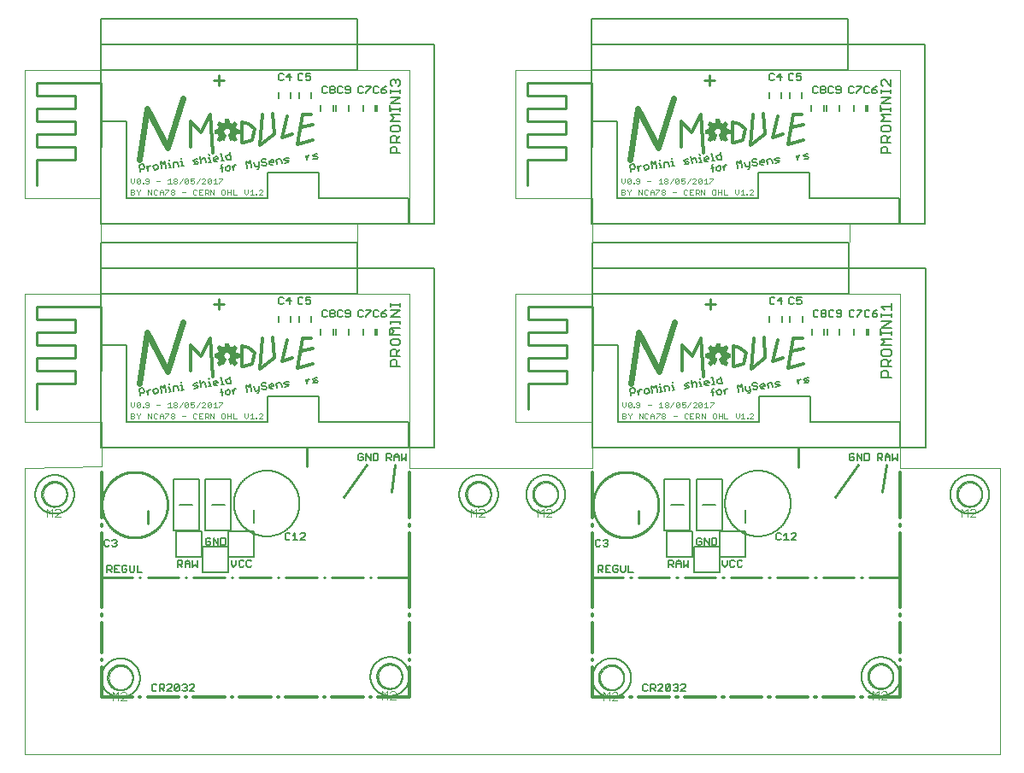
<source format=gto>
G75*
%MOIN*%
%OFA0B0*%
%FSLAX25Y25*%
%IPPOS*%
%LPD*%
%AMOC8*
5,1,8,0,0,1.08239X$1,22.5*
%
%ADD10C,0.00000*%
%ADD11C,0.01100*%
%ADD12C,0.02400*%
%ADD13C,0.01200*%
%ADD14C,0.00500*%
%ADD15C,0.00400*%
%ADD16C,0.01000*%
%ADD17C,0.00700*%
%ADD18C,0.00299*%
%ADD19C,0.00600*%
%ADD20C,0.00800*%
%ADD21C,0.00300*%
D10*
X0005000Y0004606D02*
X0385476Y0004606D01*
X0385476Y0116575D01*
X0346500Y0116575D01*
X0346500Y0184409D01*
X0326421Y0184449D01*
X0326382Y0184488D01*
X0326382Y0194409D01*
X0326421Y0204449D01*
X0326654Y0204606D02*
X0326654Y0212087D01*
X0346339Y0212087D01*
X0346339Y0271811D01*
X0326260Y0271850D01*
X0326220Y0271890D01*
X0326220Y0281811D01*
X0326260Y0291850D01*
X0226260Y0291850D01*
X0226260Y0281850D01*
X0226299Y0281811D01*
X0226260Y0281811D01*
X0226260Y0271850D01*
X0196339Y0271850D01*
X0196339Y0221850D01*
X0226421Y0221850D01*
X0226421Y0194449D01*
X0226461Y0194409D01*
X0226421Y0194409D01*
X0226421Y0184449D01*
X0196500Y0184449D01*
X0196500Y0134449D01*
X0226421Y0134449D01*
X0226421Y0116575D01*
X0155000Y0116575D01*
X0155000Y0184409D01*
X0134921Y0184449D01*
X0134882Y0184488D01*
X0134882Y0194409D01*
X0134921Y0211693D01*
X0155000Y0211693D01*
X0155000Y0271811D01*
X0134921Y0271850D01*
X0134882Y0271890D01*
X0134882Y0281811D01*
X0134921Y0291850D01*
X0034921Y0291850D01*
X0034921Y0281850D01*
X0034961Y0281811D01*
X0034921Y0281811D01*
X0034921Y0271850D01*
X0005000Y0271850D01*
X0005000Y0221850D01*
X0034921Y0221850D01*
X0034921Y0194449D01*
X0034961Y0194409D01*
X0034921Y0194409D01*
X0034921Y0184449D01*
X0005000Y0184449D01*
X0005000Y0134449D01*
X0035031Y0134449D01*
X0035031Y0116969D01*
X0005000Y0116575D01*
X0005000Y0004606D01*
X0037972Y0034606D02*
X0037974Y0034740D01*
X0037980Y0034874D01*
X0037990Y0035008D01*
X0038004Y0035142D01*
X0038022Y0035275D01*
X0038043Y0035407D01*
X0038069Y0035539D01*
X0038099Y0035670D01*
X0038132Y0035800D01*
X0038169Y0035928D01*
X0038211Y0036056D01*
X0038255Y0036183D01*
X0038304Y0036308D01*
X0038356Y0036431D01*
X0038412Y0036553D01*
X0038472Y0036674D01*
X0038535Y0036792D01*
X0038601Y0036909D01*
X0038671Y0037023D01*
X0038744Y0037136D01*
X0038821Y0037246D01*
X0038901Y0037354D01*
X0038984Y0037459D01*
X0039070Y0037562D01*
X0039159Y0037662D01*
X0039251Y0037760D01*
X0039346Y0037855D01*
X0039444Y0037947D01*
X0039544Y0038036D01*
X0039647Y0038122D01*
X0039752Y0038205D01*
X0039860Y0038285D01*
X0039970Y0038362D01*
X0040083Y0038435D01*
X0040197Y0038505D01*
X0040314Y0038571D01*
X0040432Y0038634D01*
X0040553Y0038694D01*
X0040675Y0038750D01*
X0040798Y0038802D01*
X0040923Y0038851D01*
X0041050Y0038895D01*
X0041178Y0038937D01*
X0041306Y0038974D01*
X0041436Y0039007D01*
X0041567Y0039037D01*
X0041699Y0039063D01*
X0041831Y0039084D01*
X0041964Y0039102D01*
X0042098Y0039116D01*
X0042232Y0039126D01*
X0042366Y0039132D01*
X0042500Y0039134D01*
X0042634Y0039132D01*
X0042768Y0039126D01*
X0042902Y0039116D01*
X0043036Y0039102D01*
X0043169Y0039084D01*
X0043301Y0039063D01*
X0043433Y0039037D01*
X0043564Y0039007D01*
X0043694Y0038974D01*
X0043822Y0038937D01*
X0043950Y0038895D01*
X0044077Y0038851D01*
X0044202Y0038802D01*
X0044325Y0038750D01*
X0044447Y0038694D01*
X0044568Y0038634D01*
X0044686Y0038571D01*
X0044803Y0038505D01*
X0044917Y0038435D01*
X0045030Y0038362D01*
X0045140Y0038285D01*
X0045248Y0038205D01*
X0045353Y0038122D01*
X0045456Y0038036D01*
X0045556Y0037947D01*
X0045654Y0037855D01*
X0045749Y0037760D01*
X0045841Y0037662D01*
X0045930Y0037562D01*
X0046016Y0037459D01*
X0046099Y0037354D01*
X0046179Y0037246D01*
X0046256Y0037136D01*
X0046329Y0037023D01*
X0046399Y0036909D01*
X0046465Y0036792D01*
X0046528Y0036674D01*
X0046588Y0036553D01*
X0046644Y0036431D01*
X0046696Y0036308D01*
X0046745Y0036183D01*
X0046789Y0036056D01*
X0046831Y0035928D01*
X0046868Y0035800D01*
X0046901Y0035670D01*
X0046931Y0035539D01*
X0046957Y0035407D01*
X0046978Y0035275D01*
X0046996Y0035142D01*
X0047010Y0035008D01*
X0047020Y0034874D01*
X0047026Y0034740D01*
X0047028Y0034606D01*
X0047026Y0034472D01*
X0047020Y0034338D01*
X0047010Y0034204D01*
X0046996Y0034070D01*
X0046978Y0033937D01*
X0046957Y0033805D01*
X0046931Y0033673D01*
X0046901Y0033542D01*
X0046868Y0033412D01*
X0046831Y0033284D01*
X0046789Y0033156D01*
X0046745Y0033029D01*
X0046696Y0032904D01*
X0046644Y0032781D01*
X0046588Y0032659D01*
X0046528Y0032538D01*
X0046465Y0032420D01*
X0046399Y0032303D01*
X0046329Y0032189D01*
X0046256Y0032076D01*
X0046179Y0031966D01*
X0046099Y0031858D01*
X0046016Y0031753D01*
X0045930Y0031650D01*
X0045841Y0031550D01*
X0045749Y0031452D01*
X0045654Y0031357D01*
X0045556Y0031265D01*
X0045456Y0031176D01*
X0045353Y0031090D01*
X0045248Y0031007D01*
X0045140Y0030927D01*
X0045030Y0030850D01*
X0044917Y0030777D01*
X0044803Y0030707D01*
X0044686Y0030641D01*
X0044568Y0030578D01*
X0044447Y0030518D01*
X0044325Y0030462D01*
X0044202Y0030410D01*
X0044077Y0030361D01*
X0043950Y0030317D01*
X0043822Y0030275D01*
X0043694Y0030238D01*
X0043564Y0030205D01*
X0043433Y0030175D01*
X0043301Y0030149D01*
X0043169Y0030128D01*
X0043036Y0030110D01*
X0042902Y0030096D01*
X0042768Y0030086D01*
X0042634Y0030080D01*
X0042500Y0030078D01*
X0042366Y0030080D01*
X0042232Y0030086D01*
X0042098Y0030096D01*
X0041964Y0030110D01*
X0041831Y0030128D01*
X0041699Y0030149D01*
X0041567Y0030175D01*
X0041436Y0030205D01*
X0041306Y0030238D01*
X0041178Y0030275D01*
X0041050Y0030317D01*
X0040923Y0030361D01*
X0040798Y0030410D01*
X0040675Y0030462D01*
X0040553Y0030518D01*
X0040432Y0030578D01*
X0040314Y0030641D01*
X0040197Y0030707D01*
X0040083Y0030777D01*
X0039970Y0030850D01*
X0039860Y0030927D01*
X0039752Y0031007D01*
X0039647Y0031090D01*
X0039544Y0031176D01*
X0039444Y0031265D01*
X0039346Y0031357D01*
X0039251Y0031452D01*
X0039159Y0031550D01*
X0039070Y0031650D01*
X0038984Y0031753D01*
X0038901Y0031858D01*
X0038821Y0031966D01*
X0038744Y0032076D01*
X0038671Y0032189D01*
X0038601Y0032303D01*
X0038535Y0032420D01*
X0038472Y0032538D01*
X0038412Y0032659D01*
X0038356Y0032781D01*
X0038304Y0032904D01*
X0038255Y0033029D01*
X0038211Y0033156D01*
X0038169Y0033284D01*
X0038132Y0033412D01*
X0038099Y0033542D01*
X0038069Y0033673D01*
X0038043Y0033805D01*
X0038022Y0033937D01*
X0038004Y0034070D01*
X0037990Y0034204D01*
X0037980Y0034338D01*
X0037974Y0034472D01*
X0037972Y0034606D01*
X0012283Y0106173D02*
X0012285Y0106307D01*
X0012291Y0106441D01*
X0012301Y0106575D01*
X0012315Y0106709D01*
X0012333Y0106842D01*
X0012354Y0106974D01*
X0012380Y0107106D01*
X0012410Y0107237D01*
X0012443Y0107367D01*
X0012480Y0107495D01*
X0012522Y0107623D01*
X0012566Y0107750D01*
X0012615Y0107875D01*
X0012667Y0107998D01*
X0012723Y0108120D01*
X0012783Y0108241D01*
X0012846Y0108359D01*
X0012912Y0108476D01*
X0012982Y0108590D01*
X0013055Y0108703D01*
X0013132Y0108813D01*
X0013212Y0108921D01*
X0013295Y0109026D01*
X0013381Y0109129D01*
X0013470Y0109229D01*
X0013562Y0109327D01*
X0013657Y0109422D01*
X0013755Y0109514D01*
X0013855Y0109603D01*
X0013958Y0109689D01*
X0014063Y0109772D01*
X0014171Y0109852D01*
X0014281Y0109929D01*
X0014394Y0110002D01*
X0014508Y0110072D01*
X0014625Y0110138D01*
X0014743Y0110201D01*
X0014864Y0110261D01*
X0014986Y0110317D01*
X0015109Y0110369D01*
X0015234Y0110418D01*
X0015361Y0110462D01*
X0015489Y0110504D01*
X0015617Y0110541D01*
X0015747Y0110574D01*
X0015878Y0110604D01*
X0016010Y0110630D01*
X0016142Y0110651D01*
X0016275Y0110669D01*
X0016409Y0110683D01*
X0016543Y0110693D01*
X0016677Y0110699D01*
X0016811Y0110701D01*
X0016945Y0110699D01*
X0017079Y0110693D01*
X0017213Y0110683D01*
X0017347Y0110669D01*
X0017480Y0110651D01*
X0017612Y0110630D01*
X0017744Y0110604D01*
X0017875Y0110574D01*
X0018005Y0110541D01*
X0018133Y0110504D01*
X0018261Y0110462D01*
X0018388Y0110418D01*
X0018513Y0110369D01*
X0018636Y0110317D01*
X0018758Y0110261D01*
X0018879Y0110201D01*
X0018997Y0110138D01*
X0019114Y0110072D01*
X0019228Y0110002D01*
X0019341Y0109929D01*
X0019451Y0109852D01*
X0019559Y0109772D01*
X0019664Y0109689D01*
X0019767Y0109603D01*
X0019867Y0109514D01*
X0019965Y0109422D01*
X0020060Y0109327D01*
X0020152Y0109229D01*
X0020241Y0109129D01*
X0020327Y0109026D01*
X0020410Y0108921D01*
X0020490Y0108813D01*
X0020567Y0108703D01*
X0020640Y0108590D01*
X0020710Y0108476D01*
X0020776Y0108359D01*
X0020839Y0108241D01*
X0020899Y0108120D01*
X0020955Y0107998D01*
X0021007Y0107875D01*
X0021056Y0107750D01*
X0021100Y0107623D01*
X0021142Y0107495D01*
X0021179Y0107367D01*
X0021212Y0107237D01*
X0021242Y0107106D01*
X0021268Y0106974D01*
X0021289Y0106842D01*
X0021307Y0106709D01*
X0021321Y0106575D01*
X0021331Y0106441D01*
X0021337Y0106307D01*
X0021339Y0106173D01*
X0021337Y0106039D01*
X0021331Y0105905D01*
X0021321Y0105771D01*
X0021307Y0105637D01*
X0021289Y0105504D01*
X0021268Y0105372D01*
X0021242Y0105240D01*
X0021212Y0105109D01*
X0021179Y0104979D01*
X0021142Y0104851D01*
X0021100Y0104723D01*
X0021056Y0104596D01*
X0021007Y0104471D01*
X0020955Y0104348D01*
X0020899Y0104226D01*
X0020839Y0104105D01*
X0020776Y0103987D01*
X0020710Y0103870D01*
X0020640Y0103756D01*
X0020567Y0103643D01*
X0020490Y0103533D01*
X0020410Y0103425D01*
X0020327Y0103320D01*
X0020241Y0103217D01*
X0020152Y0103117D01*
X0020060Y0103019D01*
X0019965Y0102924D01*
X0019867Y0102832D01*
X0019767Y0102743D01*
X0019664Y0102657D01*
X0019559Y0102574D01*
X0019451Y0102494D01*
X0019341Y0102417D01*
X0019228Y0102344D01*
X0019114Y0102274D01*
X0018997Y0102208D01*
X0018879Y0102145D01*
X0018758Y0102085D01*
X0018636Y0102029D01*
X0018513Y0101977D01*
X0018388Y0101928D01*
X0018261Y0101884D01*
X0018133Y0101842D01*
X0018005Y0101805D01*
X0017875Y0101772D01*
X0017744Y0101742D01*
X0017612Y0101716D01*
X0017480Y0101695D01*
X0017347Y0101677D01*
X0017213Y0101663D01*
X0017079Y0101653D01*
X0016945Y0101647D01*
X0016811Y0101645D01*
X0016677Y0101647D01*
X0016543Y0101653D01*
X0016409Y0101663D01*
X0016275Y0101677D01*
X0016142Y0101695D01*
X0016010Y0101716D01*
X0015878Y0101742D01*
X0015747Y0101772D01*
X0015617Y0101805D01*
X0015489Y0101842D01*
X0015361Y0101884D01*
X0015234Y0101928D01*
X0015109Y0101977D01*
X0014986Y0102029D01*
X0014864Y0102085D01*
X0014743Y0102145D01*
X0014625Y0102208D01*
X0014508Y0102274D01*
X0014394Y0102344D01*
X0014281Y0102417D01*
X0014171Y0102494D01*
X0014063Y0102574D01*
X0013958Y0102657D01*
X0013855Y0102743D01*
X0013755Y0102832D01*
X0013657Y0102924D01*
X0013562Y0103019D01*
X0013470Y0103117D01*
X0013381Y0103217D01*
X0013295Y0103320D01*
X0013212Y0103425D01*
X0013132Y0103533D01*
X0013055Y0103643D01*
X0012982Y0103756D01*
X0012912Y0103870D01*
X0012846Y0103987D01*
X0012783Y0104105D01*
X0012723Y0104226D01*
X0012667Y0104348D01*
X0012615Y0104471D01*
X0012566Y0104596D01*
X0012522Y0104723D01*
X0012480Y0104851D01*
X0012443Y0104979D01*
X0012410Y0105109D01*
X0012380Y0105240D01*
X0012354Y0105372D01*
X0012333Y0105504D01*
X0012315Y0105637D01*
X0012301Y0105771D01*
X0012291Y0105905D01*
X0012285Y0106039D01*
X0012283Y0106173D01*
X0142972Y0035106D02*
X0142974Y0035240D01*
X0142980Y0035374D01*
X0142990Y0035508D01*
X0143004Y0035642D01*
X0143022Y0035775D01*
X0143043Y0035907D01*
X0143069Y0036039D01*
X0143099Y0036170D01*
X0143132Y0036300D01*
X0143169Y0036428D01*
X0143211Y0036556D01*
X0143255Y0036683D01*
X0143304Y0036808D01*
X0143356Y0036931D01*
X0143412Y0037053D01*
X0143472Y0037174D01*
X0143535Y0037292D01*
X0143601Y0037409D01*
X0143671Y0037523D01*
X0143744Y0037636D01*
X0143821Y0037746D01*
X0143901Y0037854D01*
X0143984Y0037959D01*
X0144070Y0038062D01*
X0144159Y0038162D01*
X0144251Y0038260D01*
X0144346Y0038355D01*
X0144444Y0038447D01*
X0144544Y0038536D01*
X0144647Y0038622D01*
X0144752Y0038705D01*
X0144860Y0038785D01*
X0144970Y0038862D01*
X0145083Y0038935D01*
X0145197Y0039005D01*
X0145314Y0039071D01*
X0145432Y0039134D01*
X0145553Y0039194D01*
X0145675Y0039250D01*
X0145798Y0039302D01*
X0145923Y0039351D01*
X0146050Y0039395D01*
X0146178Y0039437D01*
X0146306Y0039474D01*
X0146436Y0039507D01*
X0146567Y0039537D01*
X0146699Y0039563D01*
X0146831Y0039584D01*
X0146964Y0039602D01*
X0147098Y0039616D01*
X0147232Y0039626D01*
X0147366Y0039632D01*
X0147500Y0039634D01*
X0147634Y0039632D01*
X0147768Y0039626D01*
X0147902Y0039616D01*
X0148036Y0039602D01*
X0148169Y0039584D01*
X0148301Y0039563D01*
X0148433Y0039537D01*
X0148564Y0039507D01*
X0148694Y0039474D01*
X0148822Y0039437D01*
X0148950Y0039395D01*
X0149077Y0039351D01*
X0149202Y0039302D01*
X0149325Y0039250D01*
X0149447Y0039194D01*
X0149568Y0039134D01*
X0149686Y0039071D01*
X0149803Y0039005D01*
X0149917Y0038935D01*
X0150030Y0038862D01*
X0150140Y0038785D01*
X0150248Y0038705D01*
X0150353Y0038622D01*
X0150456Y0038536D01*
X0150556Y0038447D01*
X0150654Y0038355D01*
X0150749Y0038260D01*
X0150841Y0038162D01*
X0150930Y0038062D01*
X0151016Y0037959D01*
X0151099Y0037854D01*
X0151179Y0037746D01*
X0151256Y0037636D01*
X0151329Y0037523D01*
X0151399Y0037409D01*
X0151465Y0037292D01*
X0151528Y0037174D01*
X0151588Y0037053D01*
X0151644Y0036931D01*
X0151696Y0036808D01*
X0151745Y0036683D01*
X0151789Y0036556D01*
X0151831Y0036428D01*
X0151868Y0036300D01*
X0151901Y0036170D01*
X0151931Y0036039D01*
X0151957Y0035907D01*
X0151978Y0035775D01*
X0151996Y0035642D01*
X0152010Y0035508D01*
X0152020Y0035374D01*
X0152026Y0035240D01*
X0152028Y0035106D01*
X0152026Y0034972D01*
X0152020Y0034838D01*
X0152010Y0034704D01*
X0151996Y0034570D01*
X0151978Y0034437D01*
X0151957Y0034305D01*
X0151931Y0034173D01*
X0151901Y0034042D01*
X0151868Y0033912D01*
X0151831Y0033784D01*
X0151789Y0033656D01*
X0151745Y0033529D01*
X0151696Y0033404D01*
X0151644Y0033281D01*
X0151588Y0033159D01*
X0151528Y0033038D01*
X0151465Y0032920D01*
X0151399Y0032803D01*
X0151329Y0032689D01*
X0151256Y0032576D01*
X0151179Y0032466D01*
X0151099Y0032358D01*
X0151016Y0032253D01*
X0150930Y0032150D01*
X0150841Y0032050D01*
X0150749Y0031952D01*
X0150654Y0031857D01*
X0150556Y0031765D01*
X0150456Y0031676D01*
X0150353Y0031590D01*
X0150248Y0031507D01*
X0150140Y0031427D01*
X0150030Y0031350D01*
X0149917Y0031277D01*
X0149803Y0031207D01*
X0149686Y0031141D01*
X0149568Y0031078D01*
X0149447Y0031018D01*
X0149325Y0030962D01*
X0149202Y0030910D01*
X0149077Y0030861D01*
X0148950Y0030817D01*
X0148822Y0030775D01*
X0148694Y0030738D01*
X0148564Y0030705D01*
X0148433Y0030675D01*
X0148301Y0030649D01*
X0148169Y0030628D01*
X0148036Y0030610D01*
X0147902Y0030596D01*
X0147768Y0030586D01*
X0147634Y0030580D01*
X0147500Y0030578D01*
X0147366Y0030580D01*
X0147232Y0030586D01*
X0147098Y0030596D01*
X0146964Y0030610D01*
X0146831Y0030628D01*
X0146699Y0030649D01*
X0146567Y0030675D01*
X0146436Y0030705D01*
X0146306Y0030738D01*
X0146178Y0030775D01*
X0146050Y0030817D01*
X0145923Y0030861D01*
X0145798Y0030910D01*
X0145675Y0030962D01*
X0145553Y0031018D01*
X0145432Y0031078D01*
X0145314Y0031141D01*
X0145197Y0031207D01*
X0145083Y0031277D01*
X0144970Y0031350D01*
X0144860Y0031427D01*
X0144752Y0031507D01*
X0144647Y0031590D01*
X0144544Y0031676D01*
X0144444Y0031765D01*
X0144346Y0031857D01*
X0144251Y0031952D01*
X0144159Y0032050D01*
X0144070Y0032150D01*
X0143984Y0032253D01*
X0143901Y0032358D01*
X0143821Y0032466D01*
X0143744Y0032576D01*
X0143671Y0032689D01*
X0143601Y0032803D01*
X0143535Y0032920D01*
X0143472Y0033038D01*
X0143412Y0033159D01*
X0143356Y0033281D01*
X0143304Y0033404D01*
X0143255Y0033529D01*
X0143211Y0033656D01*
X0143169Y0033784D01*
X0143132Y0033912D01*
X0143099Y0034042D01*
X0143069Y0034173D01*
X0143043Y0034305D01*
X0143022Y0034437D01*
X0143004Y0034570D01*
X0142990Y0034704D01*
X0142980Y0034838D01*
X0142974Y0034972D01*
X0142972Y0035106D01*
X0177637Y0106173D02*
X0177639Y0106307D01*
X0177645Y0106441D01*
X0177655Y0106575D01*
X0177669Y0106709D01*
X0177687Y0106842D01*
X0177708Y0106974D01*
X0177734Y0107106D01*
X0177764Y0107237D01*
X0177797Y0107367D01*
X0177834Y0107495D01*
X0177876Y0107623D01*
X0177920Y0107750D01*
X0177969Y0107875D01*
X0178021Y0107998D01*
X0178077Y0108120D01*
X0178137Y0108241D01*
X0178200Y0108359D01*
X0178266Y0108476D01*
X0178336Y0108590D01*
X0178409Y0108703D01*
X0178486Y0108813D01*
X0178566Y0108921D01*
X0178649Y0109026D01*
X0178735Y0109129D01*
X0178824Y0109229D01*
X0178916Y0109327D01*
X0179011Y0109422D01*
X0179109Y0109514D01*
X0179209Y0109603D01*
X0179312Y0109689D01*
X0179417Y0109772D01*
X0179525Y0109852D01*
X0179635Y0109929D01*
X0179748Y0110002D01*
X0179862Y0110072D01*
X0179979Y0110138D01*
X0180097Y0110201D01*
X0180218Y0110261D01*
X0180340Y0110317D01*
X0180463Y0110369D01*
X0180588Y0110418D01*
X0180715Y0110462D01*
X0180843Y0110504D01*
X0180971Y0110541D01*
X0181101Y0110574D01*
X0181232Y0110604D01*
X0181364Y0110630D01*
X0181496Y0110651D01*
X0181629Y0110669D01*
X0181763Y0110683D01*
X0181897Y0110693D01*
X0182031Y0110699D01*
X0182165Y0110701D01*
X0182299Y0110699D01*
X0182433Y0110693D01*
X0182567Y0110683D01*
X0182701Y0110669D01*
X0182834Y0110651D01*
X0182966Y0110630D01*
X0183098Y0110604D01*
X0183229Y0110574D01*
X0183359Y0110541D01*
X0183487Y0110504D01*
X0183615Y0110462D01*
X0183742Y0110418D01*
X0183867Y0110369D01*
X0183990Y0110317D01*
X0184112Y0110261D01*
X0184233Y0110201D01*
X0184351Y0110138D01*
X0184468Y0110072D01*
X0184582Y0110002D01*
X0184695Y0109929D01*
X0184805Y0109852D01*
X0184913Y0109772D01*
X0185018Y0109689D01*
X0185121Y0109603D01*
X0185221Y0109514D01*
X0185319Y0109422D01*
X0185414Y0109327D01*
X0185506Y0109229D01*
X0185595Y0109129D01*
X0185681Y0109026D01*
X0185764Y0108921D01*
X0185844Y0108813D01*
X0185921Y0108703D01*
X0185994Y0108590D01*
X0186064Y0108476D01*
X0186130Y0108359D01*
X0186193Y0108241D01*
X0186253Y0108120D01*
X0186309Y0107998D01*
X0186361Y0107875D01*
X0186410Y0107750D01*
X0186454Y0107623D01*
X0186496Y0107495D01*
X0186533Y0107367D01*
X0186566Y0107237D01*
X0186596Y0107106D01*
X0186622Y0106974D01*
X0186643Y0106842D01*
X0186661Y0106709D01*
X0186675Y0106575D01*
X0186685Y0106441D01*
X0186691Y0106307D01*
X0186693Y0106173D01*
X0186691Y0106039D01*
X0186685Y0105905D01*
X0186675Y0105771D01*
X0186661Y0105637D01*
X0186643Y0105504D01*
X0186622Y0105372D01*
X0186596Y0105240D01*
X0186566Y0105109D01*
X0186533Y0104979D01*
X0186496Y0104851D01*
X0186454Y0104723D01*
X0186410Y0104596D01*
X0186361Y0104471D01*
X0186309Y0104348D01*
X0186253Y0104226D01*
X0186193Y0104105D01*
X0186130Y0103987D01*
X0186064Y0103870D01*
X0185994Y0103756D01*
X0185921Y0103643D01*
X0185844Y0103533D01*
X0185764Y0103425D01*
X0185681Y0103320D01*
X0185595Y0103217D01*
X0185506Y0103117D01*
X0185414Y0103019D01*
X0185319Y0102924D01*
X0185221Y0102832D01*
X0185121Y0102743D01*
X0185018Y0102657D01*
X0184913Y0102574D01*
X0184805Y0102494D01*
X0184695Y0102417D01*
X0184582Y0102344D01*
X0184468Y0102274D01*
X0184351Y0102208D01*
X0184233Y0102145D01*
X0184112Y0102085D01*
X0183990Y0102029D01*
X0183867Y0101977D01*
X0183742Y0101928D01*
X0183615Y0101884D01*
X0183487Y0101842D01*
X0183359Y0101805D01*
X0183229Y0101772D01*
X0183098Y0101742D01*
X0182966Y0101716D01*
X0182834Y0101695D01*
X0182701Y0101677D01*
X0182567Y0101663D01*
X0182433Y0101653D01*
X0182299Y0101647D01*
X0182165Y0101645D01*
X0182031Y0101647D01*
X0181897Y0101653D01*
X0181763Y0101663D01*
X0181629Y0101677D01*
X0181496Y0101695D01*
X0181364Y0101716D01*
X0181232Y0101742D01*
X0181101Y0101772D01*
X0180971Y0101805D01*
X0180843Y0101842D01*
X0180715Y0101884D01*
X0180588Y0101928D01*
X0180463Y0101977D01*
X0180340Y0102029D01*
X0180218Y0102085D01*
X0180097Y0102145D01*
X0179979Y0102208D01*
X0179862Y0102274D01*
X0179748Y0102344D01*
X0179635Y0102417D01*
X0179525Y0102494D01*
X0179417Y0102574D01*
X0179312Y0102657D01*
X0179209Y0102743D01*
X0179109Y0102832D01*
X0179011Y0102924D01*
X0178916Y0103019D01*
X0178824Y0103117D01*
X0178735Y0103217D01*
X0178649Y0103320D01*
X0178566Y0103425D01*
X0178486Y0103533D01*
X0178409Y0103643D01*
X0178336Y0103756D01*
X0178266Y0103870D01*
X0178200Y0103987D01*
X0178137Y0104105D01*
X0178077Y0104226D01*
X0178021Y0104348D01*
X0177969Y0104471D01*
X0177920Y0104596D01*
X0177876Y0104723D01*
X0177834Y0104851D01*
X0177797Y0104979D01*
X0177764Y0105109D01*
X0177734Y0105240D01*
X0177708Y0105372D01*
X0177687Y0105504D01*
X0177669Y0105637D01*
X0177655Y0105771D01*
X0177645Y0105905D01*
X0177639Y0106039D01*
X0177637Y0106173D01*
X0203783Y0106173D02*
X0203785Y0106307D01*
X0203791Y0106441D01*
X0203801Y0106575D01*
X0203815Y0106709D01*
X0203833Y0106842D01*
X0203854Y0106974D01*
X0203880Y0107106D01*
X0203910Y0107237D01*
X0203943Y0107367D01*
X0203980Y0107495D01*
X0204022Y0107623D01*
X0204066Y0107750D01*
X0204115Y0107875D01*
X0204167Y0107998D01*
X0204223Y0108120D01*
X0204283Y0108241D01*
X0204346Y0108359D01*
X0204412Y0108476D01*
X0204482Y0108590D01*
X0204555Y0108703D01*
X0204632Y0108813D01*
X0204712Y0108921D01*
X0204795Y0109026D01*
X0204881Y0109129D01*
X0204970Y0109229D01*
X0205062Y0109327D01*
X0205157Y0109422D01*
X0205255Y0109514D01*
X0205355Y0109603D01*
X0205458Y0109689D01*
X0205563Y0109772D01*
X0205671Y0109852D01*
X0205781Y0109929D01*
X0205894Y0110002D01*
X0206008Y0110072D01*
X0206125Y0110138D01*
X0206243Y0110201D01*
X0206364Y0110261D01*
X0206486Y0110317D01*
X0206609Y0110369D01*
X0206734Y0110418D01*
X0206861Y0110462D01*
X0206989Y0110504D01*
X0207117Y0110541D01*
X0207247Y0110574D01*
X0207378Y0110604D01*
X0207510Y0110630D01*
X0207642Y0110651D01*
X0207775Y0110669D01*
X0207909Y0110683D01*
X0208043Y0110693D01*
X0208177Y0110699D01*
X0208311Y0110701D01*
X0208445Y0110699D01*
X0208579Y0110693D01*
X0208713Y0110683D01*
X0208847Y0110669D01*
X0208980Y0110651D01*
X0209112Y0110630D01*
X0209244Y0110604D01*
X0209375Y0110574D01*
X0209505Y0110541D01*
X0209633Y0110504D01*
X0209761Y0110462D01*
X0209888Y0110418D01*
X0210013Y0110369D01*
X0210136Y0110317D01*
X0210258Y0110261D01*
X0210379Y0110201D01*
X0210497Y0110138D01*
X0210614Y0110072D01*
X0210728Y0110002D01*
X0210841Y0109929D01*
X0210951Y0109852D01*
X0211059Y0109772D01*
X0211164Y0109689D01*
X0211267Y0109603D01*
X0211367Y0109514D01*
X0211465Y0109422D01*
X0211560Y0109327D01*
X0211652Y0109229D01*
X0211741Y0109129D01*
X0211827Y0109026D01*
X0211910Y0108921D01*
X0211990Y0108813D01*
X0212067Y0108703D01*
X0212140Y0108590D01*
X0212210Y0108476D01*
X0212276Y0108359D01*
X0212339Y0108241D01*
X0212399Y0108120D01*
X0212455Y0107998D01*
X0212507Y0107875D01*
X0212556Y0107750D01*
X0212600Y0107623D01*
X0212642Y0107495D01*
X0212679Y0107367D01*
X0212712Y0107237D01*
X0212742Y0107106D01*
X0212768Y0106974D01*
X0212789Y0106842D01*
X0212807Y0106709D01*
X0212821Y0106575D01*
X0212831Y0106441D01*
X0212837Y0106307D01*
X0212839Y0106173D01*
X0212837Y0106039D01*
X0212831Y0105905D01*
X0212821Y0105771D01*
X0212807Y0105637D01*
X0212789Y0105504D01*
X0212768Y0105372D01*
X0212742Y0105240D01*
X0212712Y0105109D01*
X0212679Y0104979D01*
X0212642Y0104851D01*
X0212600Y0104723D01*
X0212556Y0104596D01*
X0212507Y0104471D01*
X0212455Y0104348D01*
X0212399Y0104226D01*
X0212339Y0104105D01*
X0212276Y0103987D01*
X0212210Y0103870D01*
X0212140Y0103756D01*
X0212067Y0103643D01*
X0211990Y0103533D01*
X0211910Y0103425D01*
X0211827Y0103320D01*
X0211741Y0103217D01*
X0211652Y0103117D01*
X0211560Y0103019D01*
X0211465Y0102924D01*
X0211367Y0102832D01*
X0211267Y0102743D01*
X0211164Y0102657D01*
X0211059Y0102574D01*
X0210951Y0102494D01*
X0210841Y0102417D01*
X0210728Y0102344D01*
X0210614Y0102274D01*
X0210497Y0102208D01*
X0210379Y0102145D01*
X0210258Y0102085D01*
X0210136Y0102029D01*
X0210013Y0101977D01*
X0209888Y0101928D01*
X0209761Y0101884D01*
X0209633Y0101842D01*
X0209505Y0101805D01*
X0209375Y0101772D01*
X0209244Y0101742D01*
X0209112Y0101716D01*
X0208980Y0101695D01*
X0208847Y0101677D01*
X0208713Y0101663D01*
X0208579Y0101653D01*
X0208445Y0101647D01*
X0208311Y0101645D01*
X0208177Y0101647D01*
X0208043Y0101653D01*
X0207909Y0101663D01*
X0207775Y0101677D01*
X0207642Y0101695D01*
X0207510Y0101716D01*
X0207378Y0101742D01*
X0207247Y0101772D01*
X0207117Y0101805D01*
X0206989Y0101842D01*
X0206861Y0101884D01*
X0206734Y0101928D01*
X0206609Y0101977D01*
X0206486Y0102029D01*
X0206364Y0102085D01*
X0206243Y0102145D01*
X0206125Y0102208D01*
X0206008Y0102274D01*
X0205894Y0102344D01*
X0205781Y0102417D01*
X0205671Y0102494D01*
X0205563Y0102574D01*
X0205458Y0102657D01*
X0205355Y0102743D01*
X0205255Y0102832D01*
X0205157Y0102924D01*
X0205062Y0103019D01*
X0204970Y0103117D01*
X0204881Y0103217D01*
X0204795Y0103320D01*
X0204712Y0103425D01*
X0204632Y0103533D01*
X0204555Y0103643D01*
X0204482Y0103756D01*
X0204412Y0103870D01*
X0204346Y0103987D01*
X0204283Y0104105D01*
X0204223Y0104226D01*
X0204167Y0104348D01*
X0204115Y0104471D01*
X0204066Y0104596D01*
X0204022Y0104723D01*
X0203980Y0104851D01*
X0203943Y0104979D01*
X0203910Y0105109D01*
X0203880Y0105240D01*
X0203854Y0105372D01*
X0203833Y0105504D01*
X0203815Y0105637D01*
X0203801Y0105771D01*
X0203791Y0105905D01*
X0203785Y0106039D01*
X0203783Y0106173D01*
X0229472Y0034606D02*
X0229474Y0034740D01*
X0229480Y0034874D01*
X0229490Y0035008D01*
X0229504Y0035142D01*
X0229522Y0035275D01*
X0229543Y0035407D01*
X0229569Y0035539D01*
X0229599Y0035670D01*
X0229632Y0035800D01*
X0229669Y0035928D01*
X0229711Y0036056D01*
X0229755Y0036183D01*
X0229804Y0036308D01*
X0229856Y0036431D01*
X0229912Y0036553D01*
X0229972Y0036674D01*
X0230035Y0036792D01*
X0230101Y0036909D01*
X0230171Y0037023D01*
X0230244Y0037136D01*
X0230321Y0037246D01*
X0230401Y0037354D01*
X0230484Y0037459D01*
X0230570Y0037562D01*
X0230659Y0037662D01*
X0230751Y0037760D01*
X0230846Y0037855D01*
X0230944Y0037947D01*
X0231044Y0038036D01*
X0231147Y0038122D01*
X0231252Y0038205D01*
X0231360Y0038285D01*
X0231470Y0038362D01*
X0231583Y0038435D01*
X0231697Y0038505D01*
X0231814Y0038571D01*
X0231932Y0038634D01*
X0232053Y0038694D01*
X0232175Y0038750D01*
X0232298Y0038802D01*
X0232423Y0038851D01*
X0232550Y0038895D01*
X0232678Y0038937D01*
X0232806Y0038974D01*
X0232936Y0039007D01*
X0233067Y0039037D01*
X0233199Y0039063D01*
X0233331Y0039084D01*
X0233464Y0039102D01*
X0233598Y0039116D01*
X0233732Y0039126D01*
X0233866Y0039132D01*
X0234000Y0039134D01*
X0234134Y0039132D01*
X0234268Y0039126D01*
X0234402Y0039116D01*
X0234536Y0039102D01*
X0234669Y0039084D01*
X0234801Y0039063D01*
X0234933Y0039037D01*
X0235064Y0039007D01*
X0235194Y0038974D01*
X0235322Y0038937D01*
X0235450Y0038895D01*
X0235577Y0038851D01*
X0235702Y0038802D01*
X0235825Y0038750D01*
X0235947Y0038694D01*
X0236068Y0038634D01*
X0236186Y0038571D01*
X0236303Y0038505D01*
X0236417Y0038435D01*
X0236530Y0038362D01*
X0236640Y0038285D01*
X0236748Y0038205D01*
X0236853Y0038122D01*
X0236956Y0038036D01*
X0237056Y0037947D01*
X0237154Y0037855D01*
X0237249Y0037760D01*
X0237341Y0037662D01*
X0237430Y0037562D01*
X0237516Y0037459D01*
X0237599Y0037354D01*
X0237679Y0037246D01*
X0237756Y0037136D01*
X0237829Y0037023D01*
X0237899Y0036909D01*
X0237965Y0036792D01*
X0238028Y0036674D01*
X0238088Y0036553D01*
X0238144Y0036431D01*
X0238196Y0036308D01*
X0238245Y0036183D01*
X0238289Y0036056D01*
X0238331Y0035928D01*
X0238368Y0035800D01*
X0238401Y0035670D01*
X0238431Y0035539D01*
X0238457Y0035407D01*
X0238478Y0035275D01*
X0238496Y0035142D01*
X0238510Y0035008D01*
X0238520Y0034874D01*
X0238526Y0034740D01*
X0238528Y0034606D01*
X0238526Y0034472D01*
X0238520Y0034338D01*
X0238510Y0034204D01*
X0238496Y0034070D01*
X0238478Y0033937D01*
X0238457Y0033805D01*
X0238431Y0033673D01*
X0238401Y0033542D01*
X0238368Y0033412D01*
X0238331Y0033284D01*
X0238289Y0033156D01*
X0238245Y0033029D01*
X0238196Y0032904D01*
X0238144Y0032781D01*
X0238088Y0032659D01*
X0238028Y0032538D01*
X0237965Y0032420D01*
X0237899Y0032303D01*
X0237829Y0032189D01*
X0237756Y0032076D01*
X0237679Y0031966D01*
X0237599Y0031858D01*
X0237516Y0031753D01*
X0237430Y0031650D01*
X0237341Y0031550D01*
X0237249Y0031452D01*
X0237154Y0031357D01*
X0237056Y0031265D01*
X0236956Y0031176D01*
X0236853Y0031090D01*
X0236748Y0031007D01*
X0236640Y0030927D01*
X0236530Y0030850D01*
X0236417Y0030777D01*
X0236303Y0030707D01*
X0236186Y0030641D01*
X0236068Y0030578D01*
X0235947Y0030518D01*
X0235825Y0030462D01*
X0235702Y0030410D01*
X0235577Y0030361D01*
X0235450Y0030317D01*
X0235322Y0030275D01*
X0235194Y0030238D01*
X0235064Y0030205D01*
X0234933Y0030175D01*
X0234801Y0030149D01*
X0234669Y0030128D01*
X0234536Y0030110D01*
X0234402Y0030096D01*
X0234268Y0030086D01*
X0234134Y0030080D01*
X0234000Y0030078D01*
X0233866Y0030080D01*
X0233732Y0030086D01*
X0233598Y0030096D01*
X0233464Y0030110D01*
X0233331Y0030128D01*
X0233199Y0030149D01*
X0233067Y0030175D01*
X0232936Y0030205D01*
X0232806Y0030238D01*
X0232678Y0030275D01*
X0232550Y0030317D01*
X0232423Y0030361D01*
X0232298Y0030410D01*
X0232175Y0030462D01*
X0232053Y0030518D01*
X0231932Y0030578D01*
X0231814Y0030641D01*
X0231697Y0030707D01*
X0231583Y0030777D01*
X0231470Y0030850D01*
X0231360Y0030927D01*
X0231252Y0031007D01*
X0231147Y0031090D01*
X0231044Y0031176D01*
X0230944Y0031265D01*
X0230846Y0031357D01*
X0230751Y0031452D01*
X0230659Y0031550D01*
X0230570Y0031650D01*
X0230484Y0031753D01*
X0230401Y0031858D01*
X0230321Y0031966D01*
X0230244Y0032076D01*
X0230171Y0032189D01*
X0230101Y0032303D01*
X0230035Y0032420D01*
X0229972Y0032538D01*
X0229912Y0032659D01*
X0229856Y0032781D01*
X0229804Y0032904D01*
X0229755Y0033029D01*
X0229711Y0033156D01*
X0229669Y0033284D01*
X0229632Y0033412D01*
X0229599Y0033542D01*
X0229569Y0033673D01*
X0229543Y0033805D01*
X0229522Y0033937D01*
X0229504Y0034070D01*
X0229490Y0034204D01*
X0229480Y0034338D01*
X0229474Y0034472D01*
X0229472Y0034606D01*
X0334472Y0035106D02*
X0334474Y0035240D01*
X0334480Y0035374D01*
X0334490Y0035508D01*
X0334504Y0035642D01*
X0334522Y0035775D01*
X0334543Y0035907D01*
X0334569Y0036039D01*
X0334599Y0036170D01*
X0334632Y0036300D01*
X0334669Y0036428D01*
X0334711Y0036556D01*
X0334755Y0036683D01*
X0334804Y0036808D01*
X0334856Y0036931D01*
X0334912Y0037053D01*
X0334972Y0037174D01*
X0335035Y0037292D01*
X0335101Y0037409D01*
X0335171Y0037523D01*
X0335244Y0037636D01*
X0335321Y0037746D01*
X0335401Y0037854D01*
X0335484Y0037959D01*
X0335570Y0038062D01*
X0335659Y0038162D01*
X0335751Y0038260D01*
X0335846Y0038355D01*
X0335944Y0038447D01*
X0336044Y0038536D01*
X0336147Y0038622D01*
X0336252Y0038705D01*
X0336360Y0038785D01*
X0336470Y0038862D01*
X0336583Y0038935D01*
X0336697Y0039005D01*
X0336814Y0039071D01*
X0336932Y0039134D01*
X0337053Y0039194D01*
X0337175Y0039250D01*
X0337298Y0039302D01*
X0337423Y0039351D01*
X0337550Y0039395D01*
X0337678Y0039437D01*
X0337806Y0039474D01*
X0337936Y0039507D01*
X0338067Y0039537D01*
X0338199Y0039563D01*
X0338331Y0039584D01*
X0338464Y0039602D01*
X0338598Y0039616D01*
X0338732Y0039626D01*
X0338866Y0039632D01*
X0339000Y0039634D01*
X0339134Y0039632D01*
X0339268Y0039626D01*
X0339402Y0039616D01*
X0339536Y0039602D01*
X0339669Y0039584D01*
X0339801Y0039563D01*
X0339933Y0039537D01*
X0340064Y0039507D01*
X0340194Y0039474D01*
X0340322Y0039437D01*
X0340450Y0039395D01*
X0340577Y0039351D01*
X0340702Y0039302D01*
X0340825Y0039250D01*
X0340947Y0039194D01*
X0341068Y0039134D01*
X0341186Y0039071D01*
X0341303Y0039005D01*
X0341417Y0038935D01*
X0341530Y0038862D01*
X0341640Y0038785D01*
X0341748Y0038705D01*
X0341853Y0038622D01*
X0341956Y0038536D01*
X0342056Y0038447D01*
X0342154Y0038355D01*
X0342249Y0038260D01*
X0342341Y0038162D01*
X0342430Y0038062D01*
X0342516Y0037959D01*
X0342599Y0037854D01*
X0342679Y0037746D01*
X0342756Y0037636D01*
X0342829Y0037523D01*
X0342899Y0037409D01*
X0342965Y0037292D01*
X0343028Y0037174D01*
X0343088Y0037053D01*
X0343144Y0036931D01*
X0343196Y0036808D01*
X0343245Y0036683D01*
X0343289Y0036556D01*
X0343331Y0036428D01*
X0343368Y0036300D01*
X0343401Y0036170D01*
X0343431Y0036039D01*
X0343457Y0035907D01*
X0343478Y0035775D01*
X0343496Y0035642D01*
X0343510Y0035508D01*
X0343520Y0035374D01*
X0343526Y0035240D01*
X0343528Y0035106D01*
X0343526Y0034972D01*
X0343520Y0034838D01*
X0343510Y0034704D01*
X0343496Y0034570D01*
X0343478Y0034437D01*
X0343457Y0034305D01*
X0343431Y0034173D01*
X0343401Y0034042D01*
X0343368Y0033912D01*
X0343331Y0033784D01*
X0343289Y0033656D01*
X0343245Y0033529D01*
X0343196Y0033404D01*
X0343144Y0033281D01*
X0343088Y0033159D01*
X0343028Y0033038D01*
X0342965Y0032920D01*
X0342899Y0032803D01*
X0342829Y0032689D01*
X0342756Y0032576D01*
X0342679Y0032466D01*
X0342599Y0032358D01*
X0342516Y0032253D01*
X0342430Y0032150D01*
X0342341Y0032050D01*
X0342249Y0031952D01*
X0342154Y0031857D01*
X0342056Y0031765D01*
X0341956Y0031676D01*
X0341853Y0031590D01*
X0341748Y0031507D01*
X0341640Y0031427D01*
X0341530Y0031350D01*
X0341417Y0031277D01*
X0341303Y0031207D01*
X0341186Y0031141D01*
X0341068Y0031078D01*
X0340947Y0031018D01*
X0340825Y0030962D01*
X0340702Y0030910D01*
X0340577Y0030861D01*
X0340450Y0030817D01*
X0340322Y0030775D01*
X0340194Y0030738D01*
X0340064Y0030705D01*
X0339933Y0030675D01*
X0339801Y0030649D01*
X0339669Y0030628D01*
X0339536Y0030610D01*
X0339402Y0030596D01*
X0339268Y0030586D01*
X0339134Y0030580D01*
X0339000Y0030578D01*
X0338866Y0030580D01*
X0338732Y0030586D01*
X0338598Y0030596D01*
X0338464Y0030610D01*
X0338331Y0030628D01*
X0338199Y0030649D01*
X0338067Y0030675D01*
X0337936Y0030705D01*
X0337806Y0030738D01*
X0337678Y0030775D01*
X0337550Y0030817D01*
X0337423Y0030861D01*
X0337298Y0030910D01*
X0337175Y0030962D01*
X0337053Y0031018D01*
X0336932Y0031078D01*
X0336814Y0031141D01*
X0336697Y0031207D01*
X0336583Y0031277D01*
X0336470Y0031350D01*
X0336360Y0031427D01*
X0336252Y0031507D01*
X0336147Y0031590D01*
X0336044Y0031676D01*
X0335944Y0031765D01*
X0335846Y0031857D01*
X0335751Y0031952D01*
X0335659Y0032050D01*
X0335570Y0032150D01*
X0335484Y0032253D01*
X0335401Y0032358D01*
X0335321Y0032466D01*
X0335244Y0032576D01*
X0335171Y0032689D01*
X0335101Y0032803D01*
X0335035Y0032920D01*
X0334972Y0033038D01*
X0334912Y0033159D01*
X0334856Y0033281D01*
X0334804Y0033404D01*
X0334755Y0033529D01*
X0334711Y0033656D01*
X0334669Y0033784D01*
X0334632Y0033912D01*
X0334599Y0034042D01*
X0334569Y0034173D01*
X0334543Y0034305D01*
X0334522Y0034437D01*
X0334504Y0034570D01*
X0334490Y0034704D01*
X0334480Y0034838D01*
X0334474Y0034972D01*
X0334472Y0035106D01*
X0369137Y0106173D02*
X0369139Y0106307D01*
X0369145Y0106441D01*
X0369155Y0106575D01*
X0369169Y0106709D01*
X0369187Y0106842D01*
X0369208Y0106974D01*
X0369234Y0107106D01*
X0369264Y0107237D01*
X0369297Y0107367D01*
X0369334Y0107495D01*
X0369376Y0107623D01*
X0369420Y0107750D01*
X0369469Y0107875D01*
X0369521Y0107998D01*
X0369577Y0108120D01*
X0369637Y0108241D01*
X0369700Y0108359D01*
X0369766Y0108476D01*
X0369836Y0108590D01*
X0369909Y0108703D01*
X0369986Y0108813D01*
X0370066Y0108921D01*
X0370149Y0109026D01*
X0370235Y0109129D01*
X0370324Y0109229D01*
X0370416Y0109327D01*
X0370511Y0109422D01*
X0370609Y0109514D01*
X0370709Y0109603D01*
X0370812Y0109689D01*
X0370917Y0109772D01*
X0371025Y0109852D01*
X0371135Y0109929D01*
X0371248Y0110002D01*
X0371362Y0110072D01*
X0371479Y0110138D01*
X0371597Y0110201D01*
X0371718Y0110261D01*
X0371840Y0110317D01*
X0371963Y0110369D01*
X0372088Y0110418D01*
X0372215Y0110462D01*
X0372343Y0110504D01*
X0372471Y0110541D01*
X0372601Y0110574D01*
X0372732Y0110604D01*
X0372864Y0110630D01*
X0372996Y0110651D01*
X0373129Y0110669D01*
X0373263Y0110683D01*
X0373397Y0110693D01*
X0373531Y0110699D01*
X0373665Y0110701D01*
X0373799Y0110699D01*
X0373933Y0110693D01*
X0374067Y0110683D01*
X0374201Y0110669D01*
X0374334Y0110651D01*
X0374466Y0110630D01*
X0374598Y0110604D01*
X0374729Y0110574D01*
X0374859Y0110541D01*
X0374987Y0110504D01*
X0375115Y0110462D01*
X0375242Y0110418D01*
X0375367Y0110369D01*
X0375490Y0110317D01*
X0375612Y0110261D01*
X0375733Y0110201D01*
X0375851Y0110138D01*
X0375968Y0110072D01*
X0376082Y0110002D01*
X0376195Y0109929D01*
X0376305Y0109852D01*
X0376413Y0109772D01*
X0376518Y0109689D01*
X0376621Y0109603D01*
X0376721Y0109514D01*
X0376819Y0109422D01*
X0376914Y0109327D01*
X0377006Y0109229D01*
X0377095Y0109129D01*
X0377181Y0109026D01*
X0377264Y0108921D01*
X0377344Y0108813D01*
X0377421Y0108703D01*
X0377494Y0108590D01*
X0377564Y0108476D01*
X0377630Y0108359D01*
X0377693Y0108241D01*
X0377753Y0108120D01*
X0377809Y0107998D01*
X0377861Y0107875D01*
X0377910Y0107750D01*
X0377954Y0107623D01*
X0377996Y0107495D01*
X0378033Y0107367D01*
X0378066Y0107237D01*
X0378096Y0107106D01*
X0378122Y0106974D01*
X0378143Y0106842D01*
X0378161Y0106709D01*
X0378175Y0106575D01*
X0378185Y0106441D01*
X0378191Y0106307D01*
X0378193Y0106173D01*
X0378191Y0106039D01*
X0378185Y0105905D01*
X0378175Y0105771D01*
X0378161Y0105637D01*
X0378143Y0105504D01*
X0378122Y0105372D01*
X0378096Y0105240D01*
X0378066Y0105109D01*
X0378033Y0104979D01*
X0377996Y0104851D01*
X0377954Y0104723D01*
X0377910Y0104596D01*
X0377861Y0104471D01*
X0377809Y0104348D01*
X0377753Y0104226D01*
X0377693Y0104105D01*
X0377630Y0103987D01*
X0377564Y0103870D01*
X0377494Y0103756D01*
X0377421Y0103643D01*
X0377344Y0103533D01*
X0377264Y0103425D01*
X0377181Y0103320D01*
X0377095Y0103217D01*
X0377006Y0103117D01*
X0376914Y0103019D01*
X0376819Y0102924D01*
X0376721Y0102832D01*
X0376621Y0102743D01*
X0376518Y0102657D01*
X0376413Y0102574D01*
X0376305Y0102494D01*
X0376195Y0102417D01*
X0376082Y0102344D01*
X0375968Y0102274D01*
X0375851Y0102208D01*
X0375733Y0102145D01*
X0375612Y0102085D01*
X0375490Y0102029D01*
X0375367Y0101977D01*
X0375242Y0101928D01*
X0375115Y0101884D01*
X0374987Y0101842D01*
X0374859Y0101805D01*
X0374729Y0101772D01*
X0374598Y0101742D01*
X0374466Y0101716D01*
X0374334Y0101695D01*
X0374201Y0101677D01*
X0374067Y0101663D01*
X0373933Y0101653D01*
X0373799Y0101647D01*
X0373665Y0101645D01*
X0373531Y0101647D01*
X0373397Y0101653D01*
X0373263Y0101663D01*
X0373129Y0101677D01*
X0372996Y0101695D01*
X0372864Y0101716D01*
X0372732Y0101742D01*
X0372601Y0101772D01*
X0372471Y0101805D01*
X0372343Y0101842D01*
X0372215Y0101884D01*
X0372088Y0101928D01*
X0371963Y0101977D01*
X0371840Y0102029D01*
X0371718Y0102085D01*
X0371597Y0102145D01*
X0371479Y0102208D01*
X0371362Y0102274D01*
X0371248Y0102344D01*
X0371135Y0102417D01*
X0371025Y0102494D01*
X0370917Y0102574D01*
X0370812Y0102657D01*
X0370709Y0102743D01*
X0370609Y0102832D01*
X0370511Y0102924D01*
X0370416Y0103019D01*
X0370324Y0103117D01*
X0370235Y0103217D01*
X0370149Y0103320D01*
X0370066Y0103425D01*
X0369986Y0103533D01*
X0369909Y0103643D01*
X0369836Y0103756D01*
X0369766Y0103870D01*
X0369700Y0103987D01*
X0369637Y0104105D01*
X0369577Y0104226D01*
X0369521Y0104348D01*
X0369469Y0104471D01*
X0369420Y0104596D01*
X0369376Y0104723D01*
X0369334Y0104851D01*
X0369297Y0104979D01*
X0369264Y0105109D01*
X0369234Y0105240D01*
X0369208Y0105372D01*
X0369187Y0105504D01*
X0369169Y0105637D01*
X0369155Y0105771D01*
X0369145Y0105905D01*
X0369139Y0106039D01*
X0369137Y0106173D01*
X0346339Y0211850D02*
X0346339Y0212087D01*
D11*
X0274408Y0180451D02*
X0270471Y0180451D01*
X0272440Y0178483D02*
X0272440Y0182420D01*
X0272278Y0265885D02*
X0272278Y0269821D01*
X0270310Y0267853D02*
X0274247Y0267853D01*
X0082908Y0267853D02*
X0078971Y0267853D01*
X0080940Y0269821D02*
X0080940Y0265885D01*
X0080940Y0182420D02*
X0080940Y0178483D01*
X0078971Y0180451D02*
X0082908Y0180451D01*
D12*
X0066921Y0173449D02*
X0060921Y0153949D01*
X0052921Y0169449D01*
X0049921Y0149449D01*
X0049921Y0236850D02*
X0052921Y0256850D01*
X0060921Y0241350D01*
X0066921Y0260850D01*
X0241260Y0236850D02*
X0244260Y0256850D01*
X0252260Y0241350D01*
X0258260Y0260850D01*
X0258421Y0173449D02*
X0252421Y0153949D01*
X0244421Y0169449D01*
X0241421Y0149449D01*
D13*
X0261421Y0154449D02*
X0261421Y0164449D01*
X0265421Y0159949D01*
X0268921Y0166949D01*
X0269921Y0151949D01*
X0281421Y0155949D02*
X0281421Y0163949D01*
X0283921Y0163449D01*
X0286421Y0161449D01*
X0285421Y0156949D01*
X0281921Y0155949D01*
X0288421Y0154949D02*
X0293921Y0159449D01*
X0293421Y0167449D01*
X0289421Y0166949D02*
X0288421Y0154949D01*
X0296921Y0157949D02*
X0298921Y0166449D01*
X0304421Y0161949D02*
X0308921Y0162949D01*
X0308421Y0166949D02*
X0304921Y0166949D01*
X0302921Y0155449D01*
X0308921Y0156949D01*
X0300921Y0159449D02*
X0296921Y0157949D01*
X0346500Y0114606D02*
X0346500Y0097059D01*
X0346500Y0094342D02*
X0346500Y0093871D01*
X0346500Y0091154D02*
X0346500Y0073606D01*
X0346500Y0062043D01*
X0346500Y0059326D02*
X0346500Y0058855D01*
X0346500Y0056138D02*
X0346500Y0044575D01*
X0346500Y0041857D02*
X0346500Y0041387D01*
X0346500Y0038669D02*
X0346500Y0027106D01*
X0334419Y0027106D01*
X0331702Y0027106D02*
X0331231Y0027106D01*
X0328513Y0027106D02*
X0316433Y0027106D01*
X0313715Y0027106D02*
X0313244Y0027106D01*
X0310527Y0027106D02*
X0298446Y0027106D01*
X0295729Y0027106D02*
X0295258Y0027106D01*
X0292540Y0027106D02*
X0280460Y0027106D01*
X0277742Y0027106D02*
X0277271Y0027106D01*
X0274554Y0027106D02*
X0262473Y0027106D01*
X0259756Y0027106D02*
X0259285Y0027106D01*
X0256567Y0027106D02*
X0244487Y0027106D01*
X0241769Y0027106D02*
X0241298Y0027106D01*
X0238581Y0027106D02*
X0226500Y0027106D01*
X0226500Y0038669D01*
X0226500Y0041387D02*
X0226500Y0041857D01*
X0226500Y0044575D02*
X0226500Y0056138D01*
X0226500Y0058855D02*
X0226500Y0059326D01*
X0226500Y0062043D02*
X0226500Y0073606D01*
X0226500Y0091154D01*
X0226500Y0093871D02*
X0226500Y0094342D01*
X0226500Y0097059D02*
X0226500Y0114606D01*
X0155000Y0114606D02*
X0155000Y0097059D01*
X0155000Y0094342D02*
X0155000Y0093871D01*
X0155000Y0091154D02*
X0155000Y0073606D01*
X0155000Y0062043D01*
X0155000Y0059326D02*
X0155000Y0058855D01*
X0155000Y0056138D02*
X0155000Y0044575D01*
X0155000Y0041857D02*
X0155000Y0041387D01*
X0155000Y0038669D02*
X0155000Y0027106D01*
X0142919Y0027106D01*
X0140202Y0027106D02*
X0139731Y0027106D01*
X0137013Y0027106D02*
X0124933Y0027106D01*
X0122215Y0027106D02*
X0121744Y0027106D01*
X0119027Y0027106D02*
X0106946Y0027106D01*
X0104229Y0027106D02*
X0103758Y0027106D01*
X0101040Y0027106D02*
X0088960Y0027106D01*
X0086242Y0027106D02*
X0085771Y0027106D01*
X0083054Y0027106D02*
X0070973Y0027106D01*
X0068256Y0027106D02*
X0067785Y0027106D01*
X0065067Y0027106D02*
X0052987Y0027106D01*
X0050269Y0027106D02*
X0049798Y0027106D01*
X0047081Y0027106D02*
X0035000Y0027106D01*
X0035000Y0038669D01*
X0035000Y0041387D02*
X0035000Y0041857D01*
X0035000Y0044575D02*
X0035000Y0056138D01*
X0035000Y0058855D02*
X0035000Y0059326D01*
X0035000Y0062043D02*
X0035000Y0073606D01*
X0035000Y0091154D01*
X0035000Y0093871D02*
X0035000Y0094342D01*
X0035000Y0097059D02*
X0035000Y0114606D01*
X0069921Y0154449D02*
X0069921Y0164449D01*
X0073921Y0159949D01*
X0077421Y0166949D01*
X0078421Y0151949D01*
X0089921Y0155949D02*
X0089921Y0163949D01*
X0092421Y0163449D01*
X0094921Y0161449D01*
X0093921Y0156949D01*
X0090421Y0155949D01*
X0096921Y0154949D02*
X0102421Y0159449D01*
X0101921Y0167449D01*
X0097921Y0166949D02*
X0096921Y0154949D01*
X0105421Y0157949D02*
X0109421Y0159449D01*
X0112921Y0161949D02*
X0117421Y0162949D01*
X0116921Y0166949D02*
X0113421Y0166949D01*
X0111421Y0155449D01*
X0117421Y0156949D01*
X0105421Y0157949D02*
X0107421Y0166449D01*
X0078421Y0239350D02*
X0077421Y0254350D01*
X0073921Y0247350D01*
X0069921Y0251850D01*
X0069921Y0241850D01*
X0089921Y0243350D02*
X0089921Y0251350D01*
X0092421Y0250850D01*
X0094921Y0248850D01*
X0093921Y0244350D01*
X0090421Y0243350D01*
X0096921Y0242350D02*
X0102421Y0246850D01*
X0101921Y0254850D01*
X0097921Y0254350D02*
X0096921Y0242350D01*
X0105421Y0245350D02*
X0109421Y0246850D01*
X0112921Y0249350D02*
X0117421Y0250350D01*
X0117421Y0244350D02*
X0111421Y0242850D01*
X0113421Y0254350D01*
X0116921Y0254350D01*
X0107421Y0253850D02*
X0105421Y0245350D01*
X0261260Y0241850D02*
X0261260Y0251850D01*
X0265260Y0247350D01*
X0268760Y0254350D01*
X0269760Y0239350D01*
X0281260Y0243350D02*
X0281260Y0251350D01*
X0283760Y0250850D01*
X0286260Y0248850D01*
X0285260Y0244350D01*
X0281760Y0243350D01*
X0288260Y0242350D02*
X0293760Y0246850D01*
X0293260Y0254850D01*
X0289260Y0254350D02*
X0288260Y0242350D01*
X0296760Y0245350D02*
X0300760Y0246850D01*
X0304260Y0249350D02*
X0308760Y0250350D01*
X0308760Y0244350D02*
X0302760Y0242850D01*
X0304760Y0254350D01*
X0308260Y0254350D01*
X0298760Y0253850D02*
X0296760Y0245350D01*
D14*
X0297999Y0237333D02*
X0299338Y0237514D01*
X0299012Y0236561D02*
X0298119Y0236440D01*
X0297613Y0236826D01*
X0297999Y0237333D01*
X0299012Y0236561D02*
X0299519Y0236175D01*
X0299133Y0235668D01*
X0297794Y0235487D01*
X0296659Y0235334D02*
X0296478Y0236673D01*
X0295971Y0237059D01*
X0294632Y0236878D01*
X0294874Y0235093D01*
X0293618Y0235832D02*
X0291833Y0235590D01*
X0291893Y0235144D02*
X0291773Y0236037D01*
X0292159Y0236543D01*
X0293051Y0236664D01*
X0293558Y0236278D01*
X0293618Y0235832D01*
X0293293Y0234879D02*
X0292400Y0234758D01*
X0291893Y0235144D01*
X0290759Y0234991D02*
X0290373Y0234484D01*
X0289480Y0234363D01*
X0288973Y0234749D01*
X0289299Y0235702D02*
X0290192Y0235823D01*
X0290698Y0235437D01*
X0290759Y0234991D01*
X0289299Y0235702D02*
X0288792Y0236088D01*
X0288732Y0236535D01*
X0289118Y0237041D01*
X0290011Y0237162D01*
X0290517Y0236776D01*
X0287658Y0235935D02*
X0287959Y0233703D01*
X0287573Y0233197D01*
X0287127Y0233136D01*
X0286560Y0233968D02*
X0287899Y0234150D01*
X0286560Y0233968D02*
X0286053Y0234354D01*
X0285872Y0235693D01*
X0284617Y0236433D02*
X0284979Y0233755D01*
X0283194Y0233513D02*
X0282832Y0236191D01*
X0283845Y0235419D01*
X0284617Y0236433D01*
X0278938Y0234756D02*
X0278492Y0234696D01*
X0277720Y0233682D01*
X0277841Y0232790D02*
X0277599Y0234575D01*
X0276525Y0233975D02*
X0276646Y0233083D01*
X0276260Y0232576D01*
X0275367Y0232455D01*
X0274860Y0232841D01*
X0274740Y0233734D01*
X0275126Y0234240D01*
X0276018Y0234361D01*
X0276525Y0233975D01*
X0273686Y0233591D02*
X0272793Y0233471D01*
X0273119Y0234424D02*
X0273505Y0234930D01*
X0273119Y0234424D02*
X0273420Y0232192D01*
X0273107Y0236408D02*
X0273999Y0236529D01*
X0273553Y0236469D02*
X0273191Y0239147D01*
X0272745Y0239086D01*
X0271791Y0237594D02*
X0271851Y0237148D01*
X0270066Y0236906D01*
X0270127Y0236460D02*
X0270006Y0237353D01*
X0270392Y0237859D01*
X0271284Y0237980D01*
X0271791Y0237594D01*
X0271526Y0236195D02*
X0270633Y0236074D01*
X0270127Y0236460D01*
X0269133Y0235871D02*
X0268240Y0235750D01*
X0268687Y0235811D02*
X0268445Y0237596D01*
X0267999Y0237536D01*
X0268324Y0238489D02*
X0268264Y0238935D01*
X0266925Y0236936D02*
X0267106Y0235597D01*
X0266925Y0236936D02*
X0266418Y0237322D01*
X0265525Y0237201D01*
X0265139Y0236695D01*
X0263944Y0236988D02*
X0262605Y0236807D01*
X0262219Y0236300D01*
X0262726Y0235914D01*
X0263619Y0236035D01*
X0264125Y0235649D01*
X0263739Y0235142D01*
X0262400Y0234961D01*
X0265320Y0235356D02*
X0264958Y0238034D01*
X0257739Y0236149D02*
X0257980Y0234363D01*
X0257534Y0234303D02*
X0258426Y0234424D01*
X0257739Y0236149D02*
X0257292Y0236088D01*
X0257618Y0237041D02*
X0257558Y0237488D01*
X0256218Y0235488D02*
X0256399Y0234150D01*
X0256218Y0235488D02*
X0255711Y0235874D01*
X0254372Y0235693D01*
X0254614Y0233908D01*
X0253560Y0233766D02*
X0252667Y0233645D01*
X0253114Y0233705D02*
X0252872Y0235491D01*
X0252426Y0235430D01*
X0252751Y0236383D02*
X0252691Y0236830D01*
X0251170Y0236169D02*
X0251533Y0233492D01*
X0249747Y0233250D02*
X0249385Y0235928D01*
X0250399Y0235156D01*
X0251170Y0236169D01*
X0248432Y0234436D02*
X0247925Y0234822D01*
X0247032Y0234701D01*
X0246646Y0234194D01*
X0246767Y0233302D01*
X0247274Y0232916D01*
X0248166Y0233036D01*
X0248552Y0233543D01*
X0248432Y0234436D01*
X0245492Y0234493D02*
X0245045Y0234432D01*
X0244273Y0233419D01*
X0244394Y0232526D02*
X0244153Y0234312D01*
X0242958Y0234605D02*
X0243078Y0233712D01*
X0242692Y0233205D01*
X0241353Y0233024D01*
X0241474Y0232132D02*
X0241112Y0234810D01*
X0242451Y0234991D01*
X0242958Y0234605D01*
X0236260Y0221850D02*
X0291260Y0221850D01*
X0291260Y0231850D01*
X0311260Y0231850D01*
X0311260Y0221850D01*
X0346260Y0221850D01*
X0346260Y0211850D01*
X0356260Y0211850D01*
X0356260Y0216850D01*
X0356260Y0276850D01*
X0356260Y0281850D01*
X0326260Y0281850D01*
X0326260Y0271850D01*
X0226260Y0271850D01*
X0226260Y0251850D01*
X0236260Y0251850D01*
X0236260Y0221850D01*
X0226260Y0211850D02*
X0346260Y0211850D01*
X0356421Y0194449D02*
X0326421Y0194449D01*
X0326421Y0184449D01*
X0226421Y0184449D01*
X0226421Y0164449D01*
X0236421Y0164449D01*
X0236421Y0134449D01*
X0291421Y0134449D01*
X0291421Y0144449D01*
X0311421Y0144449D01*
X0311421Y0134449D01*
X0346421Y0134449D01*
X0346421Y0124449D01*
X0356421Y0124449D01*
X0356421Y0129449D01*
X0356421Y0189449D01*
X0356421Y0194449D01*
X0337498Y0178059D02*
X0336597Y0177608D01*
X0335697Y0176707D01*
X0337048Y0176707D01*
X0337498Y0176257D01*
X0337498Y0175807D01*
X0337048Y0175356D01*
X0336147Y0175356D01*
X0335697Y0175807D01*
X0335697Y0176707D01*
X0334552Y0175807D02*
X0334101Y0175356D01*
X0333200Y0175356D01*
X0332750Y0175807D01*
X0332750Y0177608D01*
X0333200Y0178059D01*
X0334101Y0178059D01*
X0334552Y0177608D01*
X0331498Y0177608D02*
X0331498Y0178059D01*
X0329697Y0178059D01*
X0328552Y0177608D02*
X0328101Y0178059D01*
X0327200Y0178059D01*
X0326750Y0177608D01*
X0326750Y0175807D01*
X0327200Y0175356D01*
X0328101Y0175356D01*
X0328552Y0175807D01*
X0329697Y0175807D02*
X0329697Y0175356D01*
X0329697Y0175807D02*
X0331498Y0177608D01*
X0323498Y0177608D02*
X0323048Y0178059D01*
X0322147Y0178059D01*
X0321697Y0177608D01*
X0321697Y0177158D01*
X0322147Y0176707D01*
X0323498Y0176707D01*
X0323498Y0175807D02*
X0323498Y0177608D01*
X0323498Y0175807D02*
X0323048Y0175356D01*
X0322147Y0175356D01*
X0321697Y0175807D01*
X0320552Y0175807D02*
X0320101Y0175356D01*
X0319200Y0175356D01*
X0318750Y0175807D01*
X0318750Y0177608D01*
X0319200Y0178059D01*
X0320101Y0178059D01*
X0320552Y0177608D01*
X0317498Y0177608D02*
X0317048Y0178059D01*
X0316147Y0178059D01*
X0315697Y0177608D01*
X0315697Y0177158D01*
X0316147Y0176707D01*
X0317048Y0176707D01*
X0317498Y0176257D01*
X0317498Y0175807D01*
X0317048Y0175356D01*
X0316147Y0175356D01*
X0315697Y0175807D01*
X0315697Y0176257D01*
X0316147Y0176707D01*
X0317048Y0176707D02*
X0317498Y0177158D01*
X0317498Y0177608D01*
X0314552Y0177608D02*
X0314101Y0178059D01*
X0313200Y0178059D01*
X0312750Y0177608D01*
X0312750Y0175807D01*
X0313200Y0175356D01*
X0314101Y0175356D01*
X0314552Y0175807D01*
X0307998Y0180807D02*
X0307998Y0181707D01*
X0307548Y0182158D01*
X0307097Y0182158D01*
X0306197Y0181707D01*
X0306197Y0183059D01*
X0307998Y0183059D01*
X0307998Y0180807D02*
X0307548Y0180356D01*
X0306647Y0180356D01*
X0306197Y0180807D01*
X0305052Y0180807D02*
X0304601Y0180356D01*
X0303700Y0180356D01*
X0303250Y0180807D01*
X0303250Y0182608D01*
X0303700Y0183059D01*
X0304601Y0183059D01*
X0305052Y0182608D01*
X0300498Y0181707D02*
X0298697Y0181707D01*
X0300048Y0183059D01*
X0300048Y0180356D01*
X0297552Y0180807D02*
X0297101Y0180356D01*
X0296200Y0180356D01*
X0295750Y0180807D01*
X0295750Y0182608D01*
X0296200Y0183059D01*
X0297101Y0183059D01*
X0297552Y0182608D01*
X0326421Y0194449D02*
X0226421Y0194449D01*
X0226421Y0184449D01*
X0226421Y0194449D02*
X0226421Y0204449D01*
X0326421Y0204449D01*
X0326421Y0194449D01*
X0226421Y0194449D01*
X0226260Y0211850D02*
X0226260Y0251850D01*
X0226260Y0271850D02*
X0226260Y0281850D01*
X0326260Y0281850D01*
X0226260Y0281850D01*
X0226260Y0291850D01*
X0326260Y0291850D01*
X0326260Y0281850D01*
X0327039Y0265460D02*
X0326589Y0265010D01*
X0326589Y0263208D01*
X0327039Y0262758D01*
X0327940Y0262758D01*
X0328390Y0263208D01*
X0329535Y0263208D02*
X0329535Y0262758D01*
X0329535Y0263208D02*
X0331337Y0265010D01*
X0331337Y0265460D01*
X0329535Y0265460D01*
X0328390Y0265010D02*
X0327940Y0265460D01*
X0327039Y0265460D01*
X0323337Y0265010D02*
X0323337Y0263208D01*
X0322886Y0262758D01*
X0321985Y0262758D01*
X0321535Y0263208D01*
X0321985Y0264109D02*
X0323337Y0264109D01*
X0323337Y0265010D02*
X0322886Y0265460D01*
X0321985Y0265460D01*
X0321535Y0265010D01*
X0321535Y0264559D01*
X0321985Y0264109D01*
X0320390Y0263208D02*
X0319940Y0262758D01*
X0319039Y0262758D01*
X0318589Y0263208D01*
X0318589Y0265010D01*
X0319039Y0265460D01*
X0319940Y0265460D01*
X0320390Y0265010D01*
X0317337Y0265010D02*
X0317337Y0264559D01*
X0316886Y0264109D01*
X0315985Y0264109D01*
X0315535Y0264559D01*
X0315535Y0265010D01*
X0315985Y0265460D01*
X0316886Y0265460D01*
X0317337Y0265010D01*
X0316886Y0264109D02*
X0317337Y0263659D01*
X0317337Y0263208D01*
X0316886Y0262758D01*
X0315985Y0262758D01*
X0315535Y0263208D01*
X0315535Y0263659D01*
X0315985Y0264109D01*
X0314390Y0263208D02*
X0313940Y0262758D01*
X0313039Y0262758D01*
X0312589Y0263208D01*
X0312589Y0265010D01*
X0313039Y0265460D01*
X0313940Y0265460D01*
X0314390Y0265010D01*
X0307837Y0268208D02*
X0307386Y0267758D01*
X0306485Y0267758D01*
X0306035Y0268208D01*
X0306035Y0269109D02*
X0306936Y0269559D01*
X0307386Y0269559D01*
X0307837Y0269109D01*
X0307837Y0268208D01*
X0306035Y0269109D02*
X0306035Y0270460D01*
X0307837Y0270460D01*
X0304890Y0270010D02*
X0304440Y0270460D01*
X0303539Y0270460D01*
X0303089Y0270010D01*
X0303089Y0268208D01*
X0303539Y0267758D01*
X0304440Y0267758D01*
X0304890Y0268208D01*
X0300337Y0269109D02*
X0298535Y0269109D01*
X0299886Y0270460D01*
X0299886Y0267758D01*
X0297390Y0268208D02*
X0296940Y0267758D01*
X0296039Y0267758D01*
X0295589Y0268208D01*
X0295589Y0270010D01*
X0296039Y0270460D01*
X0296940Y0270460D01*
X0297390Y0270010D01*
X0306312Y0238457D02*
X0306553Y0236672D01*
X0306433Y0237564D02*
X0307205Y0238578D01*
X0307651Y0238638D01*
X0308806Y0238340D02*
X0309192Y0238846D01*
X0310531Y0239027D01*
X0310205Y0238074D02*
X0309312Y0237954D01*
X0308806Y0238340D01*
X0308987Y0237001D02*
X0310326Y0237182D01*
X0310712Y0237688D01*
X0310205Y0238074D01*
X0333039Y0262758D02*
X0333940Y0262758D01*
X0334390Y0263208D01*
X0335535Y0263208D02*
X0335985Y0262758D01*
X0336886Y0262758D01*
X0337337Y0263208D01*
X0337337Y0263659D01*
X0336886Y0264109D01*
X0335535Y0264109D01*
X0335535Y0263208D01*
X0335535Y0264109D02*
X0336436Y0265010D01*
X0337337Y0265460D01*
X0334390Y0265010D02*
X0333940Y0265460D01*
X0333039Y0265460D01*
X0332589Y0265010D01*
X0332589Y0263208D01*
X0333039Y0262758D01*
X0276477Y0239591D02*
X0276839Y0236913D01*
X0275500Y0236732D01*
X0274993Y0237118D01*
X0274872Y0238011D01*
X0275258Y0238517D01*
X0276597Y0238698D01*
X0226421Y0164449D02*
X0226421Y0124449D01*
X0346421Y0124449D01*
X0345445Y0122059D02*
X0345445Y0119356D01*
X0344544Y0120257D01*
X0343643Y0119356D01*
X0343643Y0122059D01*
X0342498Y0121158D02*
X0342498Y0119356D01*
X0342498Y0120707D02*
X0340697Y0120707D01*
X0340697Y0121158D02*
X0341597Y0122059D01*
X0342498Y0121158D01*
X0340697Y0121158D02*
X0340697Y0119356D01*
X0339552Y0119356D02*
X0338651Y0120257D01*
X0339101Y0120257D02*
X0337750Y0120257D01*
X0337750Y0119356D02*
X0337750Y0122059D01*
X0339101Y0122059D01*
X0339552Y0121608D01*
X0339552Y0120707D01*
X0339101Y0120257D01*
X0334445Y0119807D02*
X0334445Y0121608D01*
X0333994Y0122059D01*
X0332643Y0122059D01*
X0332643Y0119356D01*
X0333994Y0119356D01*
X0334445Y0119807D01*
X0331498Y0119356D02*
X0331498Y0122059D01*
X0329697Y0122059D02*
X0331498Y0119356D01*
X0329697Y0119356D02*
X0329697Y0122059D01*
X0328552Y0121608D02*
X0328101Y0122059D01*
X0327200Y0122059D01*
X0326750Y0121608D01*
X0326750Y0119807D01*
X0327200Y0119356D01*
X0328101Y0119356D01*
X0328552Y0119807D01*
X0328552Y0120707D01*
X0327651Y0120707D01*
X0310487Y0149780D02*
X0309148Y0149599D01*
X0309474Y0150552D02*
X0308967Y0150938D01*
X0309353Y0151445D01*
X0310692Y0151626D01*
X0310366Y0150673D02*
X0309474Y0150552D01*
X0310366Y0150673D02*
X0310873Y0150287D01*
X0310487Y0149780D01*
X0307812Y0151236D02*
X0307366Y0151176D01*
X0306594Y0150163D01*
X0306473Y0151055D02*
X0306715Y0149270D01*
X0299680Y0148773D02*
X0299173Y0149159D01*
X0298281Y0149039D01*
X0297774Y0149425D01*
X0298160Y0149931D01*
X0299499Y0150112D01*
X0299680Y0148773D02*
X0299294Y0148267D01*
X0297955Y0148086D01*
X0296820Y0147932D02*
X0296639Y0149271D01*
X0296133Y0149657D01*
X0294794Y0149476D01*
X0295035Y0147691D01*
X0293780Y0148430D02*
X0291994Y0148189D01*
X0291934Y0148635D02*
X0292320Y0149142D01*
X0293213Y0149262D01*
X0293719Y0148876D01*
X0293780Y0148430D01*
X0293454Y0147477D02*
X0292561Y0147356D01*
X0292055Y0147742D01*
X0291934Y0148635D01*
X0290860Y0148035D02*
X0290920Y0147589D01*
X0290534Y0147082D01*
X0289641Y0146962D01*
X0289135Y0147348D01*
X0289460Y0148301D02*
X0290353Y0148421D01*
X0290860Y0148035D01*
X0290679Y0149374D02*
X0290172Y0149760D01*
X0289279Y0149640D01*
X0288893Y0149133D01*
X0288954Y0148687D01*
X0289460Y0148301D01*
X0287819Y0148533D02*
X0288121Y0146302D01*
X0287735Y0145795D01*
X0287289Y0145735D01*
X0286722Y0146567D02*
X0288061Y0146748D01*
X0286722Y0146567D02*
X0286215Y0146953D01*
X0286034Y0148292D01*
X0284779Y0149031D02*
X0285141Y0146353D01*
X0283355Y0146112D02*
X0282993Y0148790D01*
X0284007Y0148018D01*
X0284779Y0149031D01*
X0279100Y0147354D02*
X0278653Y0147294D01*
X0277881Y0146281D01*
X0277761Y0147173D02*
X0278002Y0145388D01*
X0276807Y0145681D02*
X0276686Y0146574D01*
X0276180Y0146960D01*
X0275287Y0146839D01*
X0274901Y0146332D01*
X0275022Y0145440D01*
X0275528Y0145054D01*
X0276421Y0145174D01*
X0276807Y0145681D01*
X0273847Y0146190D02*
X0272954Y0146069D01*
X0273280Y0147022D02*
X0273666Y0147529D01*
X0273280Y0147022D02*
X0273582Y0144790D01*
X0273268Y0149007D02*
X0274161Y0149128D01*
X0273715Y0149067D02*
X0273352Y0151745D01*
X0272906Y0151685D01*
X0271953Y0150192D02*
X0272013Y0149746D01*
X0270228Y0149505D01*
X0270167Y0149951D02*
X0270288Y0149058D01*
X0270795Y0148672D01*
X0271687Y0148793D01*
X0271953Y0150192D02*
X0271446Y0150578D01*
X0270553Y0150458D01*
X0270167Y0149951D01*
X0268607Y0150195D02*
X0268848Y0148409D01*
X0268402Y0148349D02*
X0269294Y0148470D01*
X0268607Y0150195D02*
X0268160Y0150134D01*
X0268486Y0151087D02*
X0268426Y0151534D01*
X0267086Y0149534D02*
X0266579Y0149920D01*
X0265687Y0149800D01*
X0265301Y0149293D01*
X0264106Y0149586D02*
X0262767Y0149405D01*
X0262381Y0148898D01*
X0262887Y0148512D01*
X0263780Y0148633D01*
X0264287Y0148247D01*
X0263901Y0147740D01*
X0262562Y0147559D01*
X0265482Y0147954D02*
X0265120Y0150632D01*
X0267086Y0149534D02*
X0267267Y0148195D01*
X0275155Y0149716D02*
X0275034Y0150609D01*
X0275420Y0151116D01*
X0276759Y0151297D01*
X0276638Y0152189D02*
X0277000Y0149511D01*
X0275661Y0149330D01*
X0275155Y0149716D01*
X0258588Y0147022D02*
X0257695Y0146901D01*
X0258141Y0146962D02*
X0257900Y0148747D01*
X0257454Y0148687D01*
X0257779Y0149640D02*
X0257719Y0150086D01*
X0256380Y0148087D02*
X0256561Y0146748D01*
X0256380Y0148087D02*
X0255873Y0148473D01*
X0254534Y0148292D01*
X0254775Y0146507D01*
X0253721Y0146364D02*
X0252829Y0146243D01*
X0253275Y0146304D02*
X0253034Y0148089D01*
X0252587Y0148029D01*
X0252913Y0148982D02*
X0252853Y0149428D01*
X0251332Y0148768D02*
X0251694Y0146090D01*
X0249909Y0145849D02*
X0249547Y0148527D01*
X0250560Y0147755D01*
X0251332Y0148768D01*
X0248593Y0147034D02*
X0248714Y0146142D01*
X0248328Y0145635D01*
X0247435Y0145514D01*
X0246928Y0145900D01*
X0246808Y0146793D01*
X0247194Y0147299D01*
X0248086Y0147420D01*
X0248593Y0147034D01*
X0245653Y0147091D02*
X0245207Y0147031D01*
X0244435Y0146017D01*
X0244555Y0145125D02*
X0244314Y0146910D01*
X0243240Y0146310D02*
X0242854Y0145804D01*
X0241515Y0145623D01*
X0241636Y0144730D02*
X0241273Y0147408D01*
X0242612Y0147589D01*
X0243119Y0147203D01*
X0243240Y0146310D01*
X0255500Y0091606D02*
X0255500Y0081606D01*
X0265500Y0081606D01*
X0265500Y0091606D01*
X0255500Y0091606D01*
X0256250Y0080559D02*
X0257601Y0080559D01*
X0258052Y0080108D01*
X0258052Y0079207D01*
X0257601Y0078757D01*
X0256250Y0078757D01*
X0256250Y0077856D02*
X0256250Y0080559D01*
X0257151Y0078757D02*
X0258052Y0077856D01*
X0259197Y0077856D02*
X0259197Y0079658D01*
X0260097Y0080559D01*
X0260998Y0079658D01*
X0260998Y0077856D01*
X0262143Y0077856D02*
X0262143Y0080559D01*
X0260998Y0079207D02*
X0259197Y0079207D01*
X0262143Y0077856D02*
X0263044Y0078757D01*
X0263945Y0077856D01*
X0263945Y0080559D01*
X0266000Y0075606D02*
X0266000Y0085606D01*
X0276000Y0085606D01*
X0276000Y0075606D01*
X0266000Y0075606D01*
X0276000Y0081606D02*
X0276000Y0091606D01*
X0286000Y0091606D01*
X0286000Y0081606D01*
X0276000Y0081606D01*
X0277250Y0080559D02*
X0277250Y0078757D01*
X0278151Y0077856D01*
X0279052Y0078757D01*
X0279052Y0080559D01*
X0280197Y0080108D02*
X0280197Y0078307D01*
X0280647Y0077856D01*
X0281548Y0077856D01*
X0281998Y0078307D01*
X0283143Y0078307D02*
X0283593Y0077856D01*
X0284494Y0077856D01*
X0284945Y0078307D01*
X0284945Y0080108D02*
X0284494Y0080559D01*
X0283593Y0080559D01*
X0283143Y0080108D01*
X0283143Y0078307D01*
X0281998Y0080108D02*
X0281548Y0080559D01*
X0280647Y0080559D01*
X0280197Y0080108D01*
X0274494Y0086356D02*
X0274945Y0086807D01*
X0274945Y0088608D01*
X0274494Y0089059D01*
X0273143Y0089059D01*
X0273143Y0086356D01*
X0274494Y0086356D01*
X0271998Y0086356D02*
X0271998Y0089059D01*
X0270197Y0089059D02*
X0271998Y0086356D01*
X0270197Y0086356D02*
X0270197Y0089059D01*
X0269052Y0088608D02*
X0268601Y0089059D01*
X0267700Y0089059D01*
X0267250Y0088608D01*
X0267250Y0086807D01*
X0267700Y0086356D01*
X0268601Y0086356D01*
X0269052Y0086807D01*
X0269052Y0087707D01*
X0268151Y0087707D01*
X0242338Y0075856D02*
X0240536Y0075856D01*
X0240536Y0078559D01*
X0239391Y0078559D02*
X0239391Y0076307D01*
X0238941Y0075856D01*
X0238040Y0075856D01*
X0237590Y0076307D01*
X0237590Y0078559D01*
X0236445Y0078108D02*
X0235994Y0078559D01*
X0235093Y0078559D01*
X0234643Y0078108D01*
X0234643Y0076307D01*
X0235093Y0075856D01*
X0235994Y0075856D01*
X0236445Y0076307D01*
X0236445Y0077207D01*
X0235544Y0077207D01*
X0233498Y0075856D02*
X0231697Y0075856D01*
X0231697Y0078559D01*
X0233498Y0078559D01*
X0232597Y0077207D02*
X0231697Y0077207D01*
X0230552Y0077207D02*
X0230101Y0076757D01*
X0228750Y0076757D01*
X0228750Y0075856D02*
X0228750Y0078559D01*
X0230101Y0078559D01*
X0230552Y0078108D01*
X0230552Y0077207D01*
X0229651Y0076757D02*
X0230552Y0075856D01*
X0231147Y0085856D02*
X0230697Y0086307D01*
X0231147Y0085856D02*
X0232048Y0085856D01*
X0232498Y0086307D01*
X0232498Y0086757D01*
X0232048Y0087207D01*
X0231597Y0087207D01*
X0232048Y0087207D02*
X0232498Y0087658D01*
X0232498Y0088108D01*
X0232048Y0088559D01*
X0231147Y0088559D01*
X0230697Y0088108D01*
X0229552Y0088108D02*
X0229101Y0088559D01*
X0228200Y0088559D01*
X0227750Y0088108D01*
X0227750Y0086307D01*
X0228200Y0085856D01*
X0229101Y0085856D01*
X0229552Y0086307D01*
X0246700Y0032059D02*
X0246250Y0031608D01*
X0246250Y0029807D01*
X0246700Y0029356D01*
X0247601Y0029356D01*
X0248052Y0029807D01*
X0249197Y0030257D02*
X0250548Y0030257D01*
X0250998Y0030707D01*
X0250998Y0031608D01*
X0250548Y0032059D01*
X0249197Y0032059D01*
X0249197Y0029356D01*
X0250097Y0030257D02*
X0250998Y0029356D01*
X0252143Y0029356D02*
X0253945Y0031158D01*
X0253945Y0031608D01*
X0253494Y0032059D01*
X0252593Y0032059D01*
X0252143Y0031608D01*
X0252143Y0029356D02*
X0253945Y0029356D01*
X0255090Y0029807D02*
X0256891Y0031608D01*
X0256891Y0029807D01*
X0256441Y0029356D01*
X0255540Y0029356D01*
X0255090Y0029807D01*
X0255090Y0031608D01*
X0255540Y0032059D01*
X0256441Y0032059D01*
X0256891Y0031608D01*
X0258036Y0031608D02*
X0258486Y0032059D01*
X0259387Y0032059D01*
X0259838Y0031608D01*
X0259838Y0031158D01*
X0259387Y0030707D01*
X0259838Y0030257D01*
X0259838Y0029807D01*
X0259387Y0029356D01*
X0258486Y0029356D01*
X0258036Y0029807D01*
X0258937Y0030707D02*
X0259387Y0030707D01*
X0260983Y0031608D02*
X0261433Y0032059D01*
X0262334Y0032059D01*
X0262784Y0031608D01*
X0262784Y0031158D01*
X0260983Y0029356D01*
X0262784Y0029356D01*
X0248052Y0031608D02*
X0247601Y0032059D01*
X0246700Y0032059D01*
X0298700Y0088356D02*
X0299601Y0088356D01*
X0300052Y0088807D01*
X0301197Y0088356D02*
X0302998Y0088356D01*
X0302097Y0088356D02*
X0302097Y0091059D01*
X0301197Y0090158D01*
X0300052Y0090608D02*
X0299601Y0091059D01*
X0298700Y0091059D01*
X0298250Y0090608D01*
X0298250Y0088807D01*
X0298700Y0088356D01*
X0304143Y0088356D02*
X0305945Y0090158D01*
X0305945Y0090608D01*
X0305494Y0091059D01*
X0304593Y0091059D01*
X0304143Y0090608D01*
X0304143Y0088356D02*
X0305945Y0088356D01*
X0164921Y0124449D02*
X0164921Y0129449D01*
X0164921Y0189449D01*
X0164921Y0194449D01*
X0134921Y0194449D01*
X0134921Y0184449D01*
X0034921Y0184449D01*
X0034921Y0164449D01*
X0044921Y0164449D01*
X0044921Y0134449D01*
X0099921Y0134449D01*
X0099921Y0144449D01*
X0119921Y0144449D01*
X0119921Y0134449D01*
X0154921Y0134449D01*
X0154921Y0124449D01*
X0164921Y0124449D01*
X0154921Y0124449D02*
X0034921Y0124449D01*
X0034921Y0164449D01*
X0034921Y0184449D02*
X0034921Y0194449D01*
X0134921Y0194449D01*
X0034921Y0194449D01*
X0034921Y0204449D01*
X0134921Y0204449D01*
X0134921Y0194449D01*
X0135700Y0178059D02*
X0135250Y0177608D01*
X0135250Y0175807D01*
X0135700Y0175356D01*
X0136601Y0175356D01*
X0137052Y0175807D01*
X0138197Y0175807D02*
X0138197Y0175356D01*
X0138197Y0175807D02*
X0139998Y0177608D01*
X0139998Y0178059D01*
X0138197Y0178059D01*
X0137052Y0177608D02*
X0136601Y0178059D01*
X0135700Y0178059D01*
X0131998Y0177608D02*
X0131548Y0178059D01*
X0130647Y0178059D01*
X0130197Y0177608D01*
X0130197Y0177158D01*
X0130647Y0176707D01*
X0131998Y0176707D01*
X0131998Y0175807D02*
X0131998Y0177608D01*
X0131998Y0175807D02*
X0131548Y0175356D01*
X0130647Y0175356D01*
X0130197Y0175807D01*
X0129052Y0175807D02*
X0128601Y0175356D01*
X0127700Y0175356D01*
X0127250Y0175807D01*
X0127250Y0177608D01*
X0127700Y0178059D01*
X0128601Y0178059D01*
X0129052Y0177608D01*
X0125998Y0177608D02*
X0125548Y0178059D01*
X0124647Y0178059D01*
X0124197Y0177608D01*
X0124197Y0177158D01*
X0124647Y0176707D01*
X0125548Y0176707D01*
X0125998Y0176257D01*
X0125998Y0175807D01*
X0125548Y0175356D01*
X0124647Y0175356D01*
X0124197Y0175807D01*
X0124197Y0176257D01*
X0124647Y0176707D01*
X0125548Y0176707D02*
X0125998Y0177158D01*
X0125998Y0177608D01*
X0123052Y0177608D02*
X0122601Y0178059D01*
X0121700Y0178059D01*
X0121250Y0177608D01*
X0121250Y0175807D01*
X0121700Y0175356D01*
X0122601Y0175356D01*
X0123052Y0175807D01*
X0116498Y0180807D02*
X0116498Y0181707D01*
X0116048Y0182158D01*
X0115597Y0182158D01*
X0114697Y0181707D01*
X0114697Y0183059D01*
X0116498Y0183059D01*
X0116498Y0180807D02*
X0116048Y0180356D01*
X0115147Y0180356D01*
X0114697Y0180807D01*
X0113552Y0180807D02*
X0113101Y0180356D01*
X0112200Y0180356D01*
X0111750Y0180807D01*
X0111750Y0182608D01*
X0112200Y0183059D01*
X0113101Y0183059D01*
X0113552Y0182608D01*
X0108998Y0181707D02*
X0107197Y0181707D01*
X0108548Y0183059D01*
X0108548Y0180356D01*
X0106052Y0180807D02*
X0105601Y0180356D01*
X0104700Y0180356D01*
X0104250Y0180807D01*
X0104250Y0182608D01*
X0104700Y0183059D01*
X0105601Y0183059D01*
X0106052Y0182608D01*
X0107999Y0150112D02*
X0106660Y0149931D01*
X0106274Y0149425D01*
X0106781Y0149039D01*
X0107673Y0149159D01*
X0108180Y0148773D01*
X0107794Y0148267D01*
X0106455Y0148086D01*
X0105320Y0147932D02*
X0105139Y0149271D01*
X0104633Y0149657D01*
X0103294Y0149476D01*
X0103535Y0147691D01*
X0102280Y0148430D02*
X0100494Y0148189D01*
X0100434Y0148635D02*
X0100820Y0149142D01*
X0101713Y0149262D01*
X0102219Y0148876D01*
X0102280Y0148430D01*
X0101954Y0147477D02*
X0101061Y0147356D01*
X0100555Y0147742D01*
X0100434Y0148635D01*
X0099360Y0148035D02*
X0099420Y0147589D01*
X0099034Y0147082D01*
X0098141Y0146962D01*
X0097635Y0147348D01*
X0097960Y0148301D02*
X0098853Y0148421D01*
X0099360Y0148035D01*
X0099179Y0149374D02*
X0098672Y0149760D01*
X0097779Y0149640D01*
X0097393Y0149133D01*
X0097454Y0148687D01*
X0097960Y0148301D01*
X0096319Y0148533D02*
X0096621Y0146302D01*
X0096235Y0145795D01*
X0095789Y0145735D01*
X0095222Y0146567D02*
X0096561Y0146748D01*
X0095222Y0146567D02*
X0094715Y0146953D01*
X0094534Y0148292D01*
X0093279Y0149031D02*
X0093641Y0146353D01*
X0091855Y0146112D02*
X0091493Y0148790D01*
X0092507Y0148018D01*
X0093279Y0149031D01*
X0087600Y0147354D02*
X0087153Y0147294D01*
X0086381Y0146281D01*
X0086261Y0147173D02*
X0086502Y0145388D01*
X0085307Y0145681D02*
X0085186Y0146574D01*
X0084680Y0146960D01*
X0083787Y0146839D01*
X0083401Y0146332D01*
X0083522Y0145440D01*
X0084028Y0145054D01*
X0084921Y0145174D01*
X0085307Y0145681D01*
X0082347Y0146190D02*
X0081454Y0146069D01*
X0081780Y0147022D02*
X0082166Y0147529D01*
X0081780Y0147022D02*
X0082082Y0144790D01*
X0081768Y0149007D02*
X0082661Y0149128D01*
X0082215Y0149067D02*
X0081852Y0151745D01*
X0081406Y0151685D01*
X0080453Y0150192D02*
X0080513Y0149746D01*
X0078728Y0149505D01*
X0078667Y0149951D02*
X0078788Y0149058D01*
X0079295Y0148672D01*
X0080187Y0148793D01*
X0080453Y0150192D02*
X0079946Y0150578D01*
X0079053Y0150458D01*
X0078667Y0149951D01*
X0077107Y0150195D02*
X0077348Y0148409D01*
X0076902Y0148349D02*
X0077794Y0148470D01*
X0077107Y0150195D02*
X0076660Y0150134D01*
X0076986Y0151087D02*
X0076926Y0151534D01*
X0075586Y0149534D02*
X0075079Y0149920D01*
X0074187Y0149800D01*
X0073801Y0149293D01*
X0072606Y0149586D02*
X0071267Y0149405D01*
X0070881Y0148898D01*
X0071387Y0148512D01*
X0072280Y0148633D01*
X0072787Y0148247D01*
X0072401Y0147740D01*
X0071062Y0147559D01*
X0073982Y0147954D02*
X0073620Y0150632D01*
X0075586Y0149534D02*
X0075767Y0148195D01*
X0083655Y0149716D02*
X0083534Y0150609D01*
X0083920Y0151116D01*
X0085259Y0151297D01*
X0085138Y0152189D02*
X0085500Y0149511D01*
X0084161Y0149330D01*
X0083655Y0149716D01*
X0067088Y0147022D02*
X0066195Y0146901D01*
X0066641Y0146962D02*
X0066400Y0148747D01*
X0065954Y0148687D01*
X0066279Y0149640D02*
X0066219Y0150086D01*
X0064880Y0148087D02*
X0065061Y0146748D01*
X0064880Y0148087D02*
X0064373Y0148473D01*
X0063034Y0148292D01*
X0063275Y0146507D01*
X0062221Y0146364D02*
X0061329Y0146243D01*
X0061775Y0146304D02*
X0061534Y0148089D01*
X0061087Y0148029D01*
X0061413Y0148982D02*
X0061353Y0149428D01*
X0059832Y0148768D02*
X0060194Y0146090D01*
X0058409Y0145849D02*
X0058047Y0148527D01*
X0059060Y0147755D01*
X0059832Y0148768D01*
X0057093Y0147034D02*
X0057214Y0146142D01*
X0056828Y0145635D01*
X0055935Y0145514D01*
X0055428Y0145900D01*
X0055308Y0146793D01*
X0055694Y0147299D01*
X0056586Y0147420D01*
X0057093Y0147034D01*
X0054153Y0147091D02*
X0053707Y0147031D01*
X0052935Y0146017D01*
X0053055Y0145125D02*
X0052814Y0146910D01*
X0051740Y0146310D02*
X0051354Y0145804D01*
X0050015Y0145623D01*
X0050136Y0144730D02*
X0049773Y0147408D01*
X0051112Y0147589D01*
X0051619Y0147203D01*
X0051740Y0146310D01*
X0064000Y0091606D02*
X0064000Y0081606D01*
X0074000Y0081606D01*
X0074000Y0091606D01*
X0064000Y0091606D01*
X0064750Y0080559D02*
X0066101Y0080559D01*
X0066552Y0080108D01*
X0066552Y0079207D01*
X0066101Y0078757D01*
X0064750Y0078757D01*
X0064750Y0077856D02*
X0064750Y0080559D01*
X0065651Y0078757D02*
X0066552Y0077856D01*
X0067697Y0077856D02*
X0067697Y0079658D01*
X0068597Y0080559D01*
X0069498Y0079658D01*
X0069498Y0077856D01*
X0070643Y0077856D02*
X0070643Y0080559D01*
X0069498Y0079207D02*
X0067697Y0079207D01*
X0070643Y0077856D02*
X0071544Y0078757D01*
X0072445Y0077856D01*
X0072445Y0080559D01*
X0074500Y0075606D02*
X0074500Y0085606D01*
X0084500Y0085606D01*
X0084500Y0075606D01*
X0074500Y0075606D01*
X0084500Y0081606D02*
X0084500Y0091606D01*
X0094500Y0091606D01*
X0094500Y0081606D01*
X0084500Y0081606D01*
X0085750Y0080559D02*
X0085750Y0078757D01*
X0086651Y0077856D01*
X0087552Y0078757D01*
X0087552Y0080559D01*
X0088697Y0080108D02*
X0088697Y0078307D01*
X0089147Y0077856D01*
X0090048Y0077856D01*
X0090498Y0078307D01*
X0091643Y0078307D02*
X0092093Y0077856D01*
X0092994Y0077856D01*
X0093445Y0078307D01*
X0093445Y0080108D02*
X0092994Y0080559D01*
X0092093Y0080559D01*
X0091643Y0080108D01*
X0091643Y0078307D01*
X0090498Y0080108D02*
X0090048Y0080559D01*
X0089147Y0080559D01*
X0088697Y0080108D01*
X0082994Y0086356D02*
X0083445Y0086807D01*
X0083445Y0088608D01*
X0082994Y0089059D01*
X0081643Y0089059D01*
X0081643Y0086356D01*
X0082994Y0086356D01*
X0080498Y0086356D02*
X0080498Y0089059D01*
X0078697Y0089059D02*
X0080498Y0086356D01*
X0078697Y0086356D02*
X0078697Y0089059D01*
X0077552Y0088608D02*
X0077101Y0089059D01*
X0076200Y0089059D01*
X0075750Y0088608D01*
X0075750Y0086807D01*
X0076200Y0086356D01*
X0077101Y0086356D01*
X0077552Y0086807D01*
X0077552Y0087707D01*
X0076651Y0087707D01*
X0050838Y0075856D02*
X0049036Y0075856D01*
X0049036Y0078559D01*
X0047891Y0078559D02*
X0047891Y0076307D01*
X0047441Y0075856D01*
X0046540Y0075856D01*
X0046090Y0076307D01*
X0046090Y0078559D01*
X0044945Y0078108D02*
X0044494Y0078559D01*
X0043593Y0078559D01*
X0043143Y0078108D01*
X0043143Y0076307D01*
X0043593Y0075856D01*
X0044494Y0075856D01*
X0044945Y0076307D01*
X0044945Y0077207D01*
X0044044Y0077207D01*
X0041998Y0075856D02*
X0040197Y0075856D01*
X0040197Y0078559D01*
X0041998Y0078559D01*
X0041097Y0077207D02*
X0040197Y0077207D01*
X0039052Y0077207D02*
X0038601Y0076757D01*
X0037250Y0076757D01*
X0037250Y0075856D02*
X0037250Y0078559D01*
X0038601Y0078559D01*
X0039052Y0078108D01*
X0039052Y0077207D01*
X0038151Y0076757D02*
X0039052Y0075856D01*
X0039647Y0085856D02*
X0039197Y0086307D01*
X0039647Y0085856D02*
X0040548Y0085856D01*
X0040998Y0086307D01*
X0040998Y0086757D01*
X0040548Y0087207D01*
X0040097Y0087207D01*
X0040548Y0087207D02*
X0040998Y0087658D01*
X0040998Y0088108D01*
X0040548Y0088559D01*
X0039647Y0088559D01*
X0039197Y0088108D01*
X0038052Y0088108D02*
X0037601Y0088559D01*
X0036700Y0088559D01*
X0036250Y0088108D01*
X0036250Y0086307D01*
X0036700Y0085856D01*
X0037601Y0085856D01*
X0038052Y0086307D01*
X0055200Y0032059D02*
X0054750Y0031608D01*
X0054750Y0029807D01*
X0055200Y0029356D01*
X0056101Y0029356D01*
X0056552Y0029807D01*
X0057697Y0030257D02*
X0059048Y0030257D01*
X0059498Y0030707D01*
X0059498Y0031608D01*
X0059048Y0032059D01*
X0057697Y0032059D01*
X0057697Y0029356D01*
X0058597Y0030257D02*
X0059498Y0029356D01*
X0060643Y0029356D02*
X0062445Y0031158D01*
X0062445Y0031608D01*
X0061994Y0032059D01*
X0061093Y0032059D01*
X0060643Y0031608D01*
X0060643Y0029356D02*
X0062445Y0029356D01*
X0063590Y0029807D02*
X0065391Y0031608D01*
X0065391Y0029807D01*
X0064941Y0029356D01*
X0064040Y0029356D01*
X0063590Y0029807D01*
X0063590Y0031608D01*
X0064040Y0032059D01*
X0064941Y0032059D01*
X0065391Y0031608D01*
X0066536Y0031608D02*
X0066986Y0032059D01*
X0067887Y0032059D01*
X0068338Y0031608D01*
X0068338Y0031158D01*
X0067887Y0030707D01*
X0068338Y0030257D01*
X0068338Y0029807D01*
X0067887Y0029356D01*
X0066986Y0029356D01*
X0066536Y0029807D01*
X0067437Y0030707D02*
X0067887Y0030707D01*
X0069483Y0031608D02*
X0069933Y0032059D01*
X0070834Y0032059D01*
X0071284Y0031608D01*
X0071284Y0031158D01*
X0069483Y0029356D01*
X0071284Y0029356D01*
X0056552Y0031608D02*
X0056101Y0032059D01*
X0055200Y0032059D01*
X0107200Y0088356D02*
X0108101Y0088356D01*
X0108552Y0088807D01*
X0109697Y0088356D02*
X0111498Y0088356D01*
X0110597Y0088356D02*
X0110597Y0091059D01*
X0109697Y0090158D01*
X0108552Y0090608D02*
X0108101Y0091059D01*
X0107200Y0091059D01*
X0106750Y0090608D01*
X0106750Y0088807D01*
X0107200Y0088356D01*
X0112643Y0088356D02*
X0114445Y0090158D01*
X0114445Y0090608D01*
X0113994Y0091059D01*
X0113093Y0091059D01*
X0112643Y0090608D01*
X0112643Y0088356D02*
X0114445Y0088356D01*
X0135700Y0119356D02*
X0136601Y0119356D01*
X0137052Y0119807D01*
X0137052Y0120707D01*
X0136151Y0120707D01*
X0135250Y0119807D02*
X0135700Y0119356D01*
X0135250Y0119807D02*
X0135250Y0121608D01*
X0135700Y0122059D01*
X0136601Y0122059D01*
X0137052Y0121608D01*
X0138197Y0122059D02*
X0139998Y0119356D01*
X0139998Y0122059D01*
X0141143Y0122059D02*
X0141143Y0119356D01*
X0142494Y0119356D01*
X0142945Y0119807D01*
X0142945Y0121608D01*
X0142494Y0122059D01*
X0141143Y0122059D01*
X0138197Y0122059D02*
X0138197Y0119356D01*
X0146250Y0119356D02*
X0146250Y0122059D01*
X0147601Y0122059D01*
X0148052Y0121608D01*
X0148052Y0120707D01*
X0147601Y0120257D01*
X0146250Y0120257D01*
X0147151Y0120257D02*
X0148052Y0119356D01*
X0149197Y0119356D02*
X0149197Y0121158D01*
X0150097Y0122059D01*
X0150998Y0121158D01*
X0150998Y0119356D01*
X0152143Y0119356D02*
X0153044Y0120257D01*
X0153945Y0119356D01*
X0153945Y0122059D01*
X0152143Y0122059D02*
X0152143Y0119356D01*
X0150998Y0120707D02*
X0149197Y0120707D01*
X0118987Y0149780D02*
X0117648Y0149599D01*
X0117974Y0150552D02*
X0117467Y0150938D01*
X0117853Y0151445D01*
X0119192Y0151626D01*
X0118866Y0150673D02*
X0117974Y0150552D01*
X0118866Y0150673D02*
X0119373Y0150287D01*
X0118987Y0149780D01*
X0116312Y0151236D02*
X0115866Y0151176D01*
X0115094Y0150163D01*
X0114973Y0151055D02*
X0115215Y0149270D01*
X0141700Y0175356D02*
X0142601Y0175356D01*
X0143052Y0175807D01*
X0144197Y0175807D02*
X0144647Y0175356D01*
X0145548Y0175356D01*
X0145998Y0175807D01*
X0145998Y0176257D01*
X0145548Y0176707D01*
X0144197Y0176707D01*
X0144197Y0175807D01*
X0144197Y0176707D02*
X0145097Y0177608D01*
X0145998Y0178059D01*
X0143052Y0177608D02*
X0142601Y0178059D01*
X0141700Y0178059D01*
X0141250Y0177608D01*
X0141250Y0175807D01*
X0141700Y0175356D01*
X0154921Y0211850D02*
X0154921Y0221850D01*
X0119921Y0221850D01*
X0119921Y0231850D01*
X0099921Y0231850D01*
X0099921Y0221850D01*
X0044921Y0221850D01*
X0044921Y0251850D01*
X0034921Y0251850D01*
X0034921Y0211850D01*
X0154921Y0211850D01*
X0164921Y0211850D01*
X0164921Y0216850D01*
X0164921Y0276850D01*
X0164921Y0281850D01*
X0134921Y0281850D01*
X0134921Y0271850D01*
X0034921Y0271850D01*
X0034921Y0251850D01*
X0049773Y0234810D02*
X0051112Y0234991D01*
X0051619Y0234605D01*
X0051740Y0233712D01*
X0051354Y0233205D01*
X0050015Y0233024D01*
X0050136Y0232132D02*
X0049773Y0234810D01*
X0052814Y0234312D02*
X0053055Y0232526D01*
X0052935Y0233419D02*
X0053707Y0234432D01*
X0054153Y0234493D01*
X0055308Y0234194D02*
X0055428Y0233302D01*
X0055935Y0232916D01*
X0056828Y0233036D01*
X0057214Y0233543D01*
X0057093Y0234436D01*
X0056586Y0234822D01*
X0055694Y0234701D01*
X0055308Y0234194D01*
X0058409Y0233250D02*
X0058047Y0235928D01*
X0059060Y0235156D01*
X0059832Y0236169D01*
X0060194Y0233492D01*
X0061329Y0233645D02*
X0062221Y0233766D01*
X0061775Y0233705D02*
X0061534Y0235491D01*
X0061087Y0235430D01*
X0061413Y0236383D02*
X0061353Y0236830D01*
X0063034Y0235693D02*
X0064373Y0235874D01*
X0064880Y0235488D01*
X0065061Y0234150D01*
X0066195Y0234303D02*
X0067088Y0234424D01*
X0066641Y0234363D02*
X0066400Y0236149D01*
X0065954Y0236088D01*
X0066279Y0237041D02*
X0066219Y0237488D01*
X0063034Y0235693D02*
X0063275Y0233908D01*
X0071062Y0234961D02*
X0072401Y0235142D01*
X0072787Y0235649D01*
X0072280Y0236035D01*
X0071387Y0235914D01*
X0070881Y0236300D01*
X0071267Y0236807D01*
X0072606Y0236988D01*
X0073801Y0236695D02*
X0074187Y0237201D01*
X0075079Y0237322D01*
X0075586Y0236936D01*
X0075767Y0235597D01*
X0076902Y0235750D02*
X0077794Y0235871D01*
X0077348Y0235811D02*
X0077107Y0237596D01*
X0076660Y0237536D01*
X0076986Y0238489D02*
X0076926Y0238935D01*
X0078667Y0237353D02*
X0078788Y0236460D01*
X0079295Y0236074D01*
X0080187Y0236195D01*
X0080513Y0237148D02*
X0078728Y0236906D01*
X0078667Y0237353D02*
X0079053Y0237859D01*
X0079946Y0237980D01*
X0080453Y0237594D01*
X0080513Y0237148D01*
X0081768Y0236408D02*
X0082661Y0236529D01*
X0082215Y0236469D02*
X0081852Y0239147D01*
X0081406Y0239086D01*
X0083534Y0238011D02*
X0083920Y0238517D01*
X0085259Y0238698D01*
X0085138Y0239591D02*
X0085500Y0236913D01*
X0084161Y0236732D01*
X0083655Y0237118D01*
X0083534Y0238011D01*
X0082166Y0234930D02*
X0081780Y0234424D01*
X0082082Y0232192D01*
X0082347Y0233591D02*
X0081454Y0233471D01*
X0083401Y0233734D02*
X0083522Y0232841D01*
X0084028Y0232455D01*
X0084921Y0232576D01*
X0085307Y0233083D01*
X0085186Y0233975D01*
X0084680Y0234361D01*
X0083787Y0234240D01*
X0083401Y0233734D01*
X0086261Y0234575D02*
X0086502Y0232790D01*
X0086381Y0233682D02*
X0087153Y0234696D01*
X0087600Y0234756D01*
X0091493Y0236191D02*
X0092507Y0235419D01*
X0093279Y0236433D01*
X0093641Y0233755D01*
X0094715Y0234354D02*
X0095222Y0233968D01*
X0096561Y0234150D01*
X0096621Y0233703D02*
X0096235Y0233197D01*
X0095789Y0233136D01*
X0096621Y0233703D02*
X0096319Y0235935D01*
X0097454Y0236088D02*
X0097960Y0235702D01*
X0098853Y0235823D01*
X0099360Y0235437D01*
X0099420Y0234991D01*
X0099034Y0234484D01*
X0098141Y0234363D01*
X0097635Y0234749D01*
X0097454Y0236088D02*
X0097393Y0236535D01*
X0097779Y0237041D01*
X0098672Y0237162D01*
X0099179Y0236776D01*
X0100434Y0236037D02*
X0100820Y0236543D01*
X0101713Y0236664D01*
X0102219Y0236278D01*
X0102280Y0235832D01*
X0100494Y0235590D01*
X0100555Y0235144D02*
X0100434Y0236037D01*
X0100555Y0235144D02*
X0101061Y0234758D01*
X0101954Y0234879D01*
X0103535Y0235093D02*
X0103294Y0236878D01*
X0104633Y0237059D01*
X0105139Y0236673D01*
X0105320Y0235334D01*
X0106455Y0235487D02*
X0107794Y0235668D01*
X0108180Y0236175D01*
X0107673Y0236561D01*
X0106781Y0236440D01*
X0106274Y0236826D01*
X0106660Y0237333D01*
X0107999Y0237514D01*
X0114973Y0238457D02*
X0115215Y0236672D01*
X0115094Y0237564D02*
X0115866Y0238578D01*
X0116312Y0238638D01*
X0117467Y0238340D02*
X0117853Y0238846D01*
X0119192Y0239027D01*
X0118866Y0238074D02*
X0117974Y0237954D01*
X0117467Y0238340D01*
X0117648Y0237001D02*
X0118987Y0237182D01*
X0119373Y0237688D01*
X0118866Y0238074D01*
X0094715Y0234354D02*
X0094534Y0235693D01*
X0091493Y0236191D02*
X0091855Y0233513D01*
X0073982Y0235356D02*
X0073620Y0238034D01*
X0104250Y0268208D02*
X0104700Y0267758D01*
X0105601Y0267758D01*
X0106052Y0268208D01*
X0107197Y0269109D02*
X0108998Y0269109D01*
X0108548Y0267758D02*
X0108548Y0270460D01*
X0107197Y0269109D01*
X0106052Y0270010D02*
X0105601Y0270460D01*
X0104700Y0270460D01*
X0104250Y0270010D01*
X0104250Y0268208D01*
X0111750Y0268208D02*
X0112200Y0267758D01*
X0113101Y0267758D01*
X0113552Y0268208D01*
X0114697Y0268208D02*
X0115147Y0267758D01*
X0116048Y0267758D01*
X0116498Y0268208D01*
X0116498Y0269109D01*
X0116048Y0269559D01*
X0115597Y0269559D01*
X0114697Y0269109D01*
X0114697Y0270460D01*
X0116498Y0270460D01*
X0113552Y0270010D02*
X0113101Y0270460D01*
X0112200Y0270460D01*
X0111750Y0270010D01*
X0111750Y0268208D01*
X0121250Y0265010D02*
X0121250Y0263208D01*
X0121700Y0262758D01*
X0122601Y0262758D01*
X0123052Y0263208D01*
X0124197Y0263208D02*
X0124197Y0263659D01*
X0124647Y0264109D01*
X0125548Y0264109D01*
X0125998Y0263659D01*
X0125998Y0263208D01*
X0125548Y0262758D01*
X0124647Y0262758D01*
X0124197Y0263208D01*
X0124647Y0264109D02*
X0124197Y0264559D01*
X0124197Y0265010D01*
X0124647Y0265460D01*
X0125548Y0265460D01*
X0125998Y0265010D01*
X0125998Y0264559D01*
X0125548Y0264109D01*
X0127250Y0263208D02*
X0127700Y0262758D01*
X0128601Y0262758D01*
X0129052Y0263208D01*
X0130197Y0263208D02*
X0130647Y0262758D01*
X0131548Y0262758D01*
X0131998Y0263208D01*
X0131998Y0265010D01*
X0131548Y0265460D01*
X0130647Y0265460D01*
X0130197Y0265010D01*
X0130197Y0264559D01*
X0130647Y0264109D01*
X0131998Y0264109D01*
X0129052Y0265010D02*
X0128601Y0265460D01*
X0127700Y0265460D01*
X0127250Y0265010D01*
X0127250Y0263208D01*
X0123052Y0265010D02*
X0122601Y0265460D01*
X0121700Y0265460D01*
X0121250Y0265010D01*
X0135250Y0265010D02*
X0135250Y0263208D01*
X0135700Y0262758D01*
X0136601Y0262758D01*
X0137052Y0263208D01*
X0138197Y0263208D02*
X0138197Y0262758D01*
X0138197Y0263208D02*
X0139998Y0265010D01*
X0139998Y0265460D01*
X0138197Y0265460D01*
X0137052Y0265010D02*
X0136601Y0265460D01*
X0135700Y0265460D01*
X0135250Y0265010D01*
X0141250Y0265010D02*
X0141250Y0263208D01*
X0141700Y0262758D01*
X0142601Y0262758D01*
X0143052Y0263208D01*
X0144197Y0263208D02*
X0144647Y0262758D01*
X0145548Y0262758D01*
X0145998Y0263208D01*
X0145998Y0263659D01*
X0145548Y0264109D01*
X0144197Y0264109D01*
X0144197Y0263208D01*
X0144197Y0264109D02*
X0145097Y0265010D01*
X0145998Y0265460D01*
X0143052Y0265010D02*
X0142601Y0265460D01*
X0141700Y0265460D01*
X0141250Y0265010D01*
X0134921Y0281850D02*
X0034921Y0281850D01*
X0034921Y0271850D01*
X0034921Y0281850D02*
X0034921Y0291850D01*
X0134921Y0291850D01*
X0134921Y0281850D01*
X0034921Y0281850D01*
D15*
X0046621Y0229552D02*
X0046621Y0228218D01*
X0047288Y0227550D01*
X0047956Y0228218D01*
X0047956Y0229552D01*
X0048831Y0229218D02*
X0049165Y0229552D01*
X0049832Y0229552D01*
X0050166Y0229218D01*
X0048831Y0227884D01*
X0049165Y0227550D01*
X0049832Y0227550D01*
X0050166Y0227884D01*
X0050166Y0229218D01*
X0048831Y0229218D02*
X0048831Y0227884D01*
X0051041Y0227884D02*
X0051375Y0227884D01*
X0051375Y0227550D01*
X0051041Y0227550D01*
X0051041Y0227884D01*
X0052146Y0227884D02*
X0052480Y0227550D01*
X0053147Y0227550D01*
X0053480Y0227884D01*
X0053480Y0229218D01*
X0053147Y0229552D01*
X0052480Y0229552D01*
X0052146Y0229218D01*
X0052146Y0228885D01*
X0052480Y0228551D01*
X0053480Y0228551D01*
X0056566Y0228551D02*
X0057900Y0228551D01*
X0060985Y0228885D02*
X0061653Y0229552D01*
X0061653Y0227550D01*
X0062320Y0227550D02*
X0060985Y0227550D01*
X0063195Y0227884D02*
X0063195Y0228218D01*
X0063529Y0228551D01*
X0064196Y0228551D01*
X0064530Y0228218D01*
X0064530Y0227884D01*
X0064196Y0227550D01*
X0063529Y0227550D01*
X0063195Y0227884D01*
X0063529Y0228551D02*
X0063195Y0228885D01*
X0063195Y0229218D01*
X0063529Y0229552D01*
X0064196Y0229552D01*
X0064530Y0229218D01*
X0064530Y0228885D01*
X0064196Y0228551D01*
X0065405Y0227550D02*
X0066740Y0229552D01*
X0067615Y0229218D02*
X0067949Y0229552D01*
X0068616Y0229552D01*
X0068950Y0229218D01*
X0067615Y0227884D01*
X0067949Y0227550D01*
X0068616Y0227550D01*
X0068950Y0227884D01*
X0068950Y0229218D01*
X0069825Y0229552D02*
X0069825Y0228551D01*
X0070492Y0228885D01*
X0070826Y0228885D01*
X0071159Y0228551D01*
X0071159Y0227884D01*
X0070826Y0227550D01*
X0070159Y0227550D01*
X0069825Y0227884D01*
X0069825Y0229552D02*
X0071159Y0229552D01*
X0072035Y0227550D02*
X0073369Y0229552D01*
X0074245Y0229218D02*
X0074578Y0229552D01*
X0075246Y0229552D01*
X0075579Y0229218D01*
X0075579Y0228885D01*
X0074245Y0227550D01*
X0075579Y0227550D01*
X0076455Y0227884D02*
X0077789Y0229218D01*
X0077789Y0227884D01*
X0077455Y0227550D01*
X0076788Y0227550D01*
X0076455Y0227884D01*
X0076455Y0229218D01*
X0076788Y0229552D01*
X0077455Y0229552D01*
X0077789Y0229218D01*
X0078665Y0228885D02*
X0079332Y0229552D01*
X0079332Y0227550D01*
X0078665Y0227550D02*
X0079999Y0227550D01*
X0080874Y0227550D02*
X0080874Y0227884D01*
X0082209Y0229218D01*
X0082209Y0229552D01*
X0080874Y0229552D01*
X0082313Y0225052D02*
X0081979Y0224718D01*
X0081979Y0223384D01*
X0082313Y0223050D01*
X0082980Y0223050D01*
X0083314Y0223384D01*
X0083314Y0224718D01*
X0082980Y0225052D01*
X0082313Y0225052D01*
X0084189Y0225052D02*
X0084189Y0223050D01*
X0084189Y0224051D02*
X0085524Y0224051D01*
X0085524Y0225052D02*
X0085524Y0223050D01*
X0086399Y0223050D02*
X0087734Y0223050D01*
X0086399Y0223050D02*
X0086399Y0225052D01*
X0090819Y0225052D02*
X0090819Y0223718D01*
X0091486Y0223050D01*
X0092153Y0223718D01*
X0092153Y0225052D01*
X0093029Y0224385D02*
X0093696Y0225052D01*
X0093696Y0223050D01*
X0093029Y0223050D02*
X0094363Y0223050D01*
X0095239Y0223050D02*
X0095572Y0223050D01*
X0095572Y0223384D01*
X0095239Y0223384D01*
X0095239Y0223050D01*
X0096344Y0223050D02*
X0097678Y0224385D01*
X0097678Y0224718D01*
X0097344Y0225052D01*
X0096677Y0225052D01*
X0096344Y0224718D01*
X0096344Y0223050D02*
X0097678Y0223050D01*
X0078894Y0223050D02*
X0078894Y0225052D01*
X0077560Y0225052D02*
X0078894Y0223050D01*
X0077560Y0223050D02*
X0077560Y0225052D01*
X0076684Y0224718D02*
X0076684Y0224051D01*
X0076351Y0223718D01*
X0075350Y0223718D01*
X0076017Y0223718D02*
X0076684Y0223050D01*
X0075350Y0223050D02*
X0075350Y0225052D01*
X0076351Y0225052D01*
X0076684Y0224718D01*
X0074474Y0225052D02*
X0073140Y0225052D01*
X0073140Y0223050D01*
X0074474Y0223050D01*
X0073807Y0224051D02*
X0073140Y0224051D01*
X0072264Y0223384D02*
X0071931Y0223050D01*
X0071264Y0223050D01*
X0070930Y0223384D01*
X0070930Y0224718D01*
X0071264Y0225052D01*
X0071931Y0225052D01*
X0072264Y0224718D01*
X0067845Y0224051D02*
X0066510Y0224051D01*
X0063425Y0223718D02*
X0063425Y0223384D01*
X0063091Y0223050D01*
X0062424Y0223050D01*
X0062090Y0223384D01*
X0062090Y0223718D01*
X0062424Y0224051D01*
X0063091Y0224051D01*
X0063425Y0223718D01*
X0063091Y0224051D02*
X0063425Y0224385D01*
X0063425Y0224718D01*
X0063091Y0225052D01*
X0062424Y0225052D01*
X0062090Y0224718D01*
X0062090Y0224385D01*
X0062424Y0224051D01*
X0061215Y0224718D02*
X0059881Y0223384D01*
X0059881Y0223050D01*
X0059005Y0223050D02*
X0059005Y0224385D01*
X0058338Y0225052D01*
X0057671Y0224385D01*
X0057671Y0223050D01*
X0056795Y0223384D02*
X0056462Y0223050D01*
X0055794Y0223050D01*
X0055461Y0223384D01*
X0055461Y0224718D01*
X0055794Y0225052D01*
X0056462Y0225052D01*
X0056795Y0224718D01*
X0057671Y0224051D02*
X0059005Y0224051D01*
X0059881Y0225052D02*
X0061215Y0225052D01*
X0061215Y0224718D01*
X0054585Y0225052D02*
X0054585Y0223050D01*
X0053251Y0225052D01*
X0053251Y0223050D01*
X0050166Y0224718D02*
X0050166Y0225052D01*
X0050166Y0224718D02*
X0049498Y0224051D01*
X0049498Y0223050D01*
X0049498Y0224051D02*
X0048831Y0224718D01*
X0048831Y0225052D01*
X0047956Y0224718D02*
X0047956Y0224385D01*
X0047622Y0224051D01*
X0046621Y0224051D01*
X0046621Y0223050D02*
X0047622Y0223050D01*
X0047956Y0223384D01*
X0047956Y0223718D01*
X0047622Y0224051D01*
X0047956Y0224718D02*
X0047622Y0225052D01*
X0046621Y0225052D01*
X0046621Y0223050D01*
X0067615Y0227884D02*
X0067615Y0229218D01*
X0067949Y0142151D02*
X0068616Y0142151D01*
X0068950Y0141817D01*
X0067615Y0140482D01*
X0067949Y0140149D01*
X0068616Y0140149D01*
X0068950Y0140482D01*
X0068950Y0141817D01*
X0069825Y0142151D02*
X0069825Y0141150D01*
X0070492Y0141483D01*
X0070826Y0141483D01*
X0071159Y0141150D01*
X0071159Y0140482D01*
X0070826Y0140149D01*
X0070159Y0140149D01*
X0069825Y0140482D01*
X0069825Y0142151D02*
X0071159Y0142151D01*
X0072035Y0140149D02*
X0073369Y0142151D01*
X0074245Y0141817D02*
X0074578Y0142151D01*
X0075246Y0142151D01*
X0075579Y0141817D01*
X0075579Y0141483D01*
X0074245Y0140149D01*
X0075579Y0140149D01*
X0076455Y0140482D02*
X0077789Y0141817D01*
X0077789Y0140482D01*
X0077455Y0140149D01*
X0076788Y0140149D01*
X0076455Y0140482D01*
X0076455Y0141817D01*
X0076788Y0142151D01*
X0077455Y0142151D01*
X0077789Y0141817D01*
X0078665Y0141483D02*
X0079332Y0142151D01*
X0079332Y0140149D01*
X0078665Y0140149D02*
X0079999Y0140149D01*
X0080874Y0140149D02*
X0080874Y0140482D01*
X0082209Y0141817D01*
X0082209Y0142151D01*
X0080874Y0142151D01*
X0082313Y0137651D02*
X0081979Y0137317D01*
X0081979Y0135982D01*
X0082313Y0135649D01*
X0082980Y0135649D01*
X0083314Y0135982D01*
X0083314Y0137317D01*
X0082980Y0137651D01*
X0082313Y0137651D01*
X0084189Y0137651D02*
X0084189Y0135649D01*
X0084189Y0136650D02*
X0085524Y0136650D01*
X0085524Y0137651D02*
X0085524Y0135649D01*
X0086399Y0135649D02*
X0086399Y0137651D01*
X0086399Y0135649D02*
X0087734Y0135649D01*
X0090819Y0136316D02*
X0091486Y0135649D01*
X0092153Y0136316D01*
X0092153Y0137651D01*
X0093029Y0136983D02*
X0093696Y0137651D01*
X0093696Y0135649D01*
X0093029Y0135649D02*
X0094363Y0135649D01*
X0095239Y0135649D02*
X0095572Y0135649D01*
X0095572Y0135982D01*
X0095239Y0135982D01*
X0095239Y0135649D01*
X0096344Y0135649D02*
X0097678Y0136983D01*
X0097678Y0137317D01*
X0097344Y0137651D01*
X0096677Y0137651D01*
X0096344Y0137317D01*
X0096344Y0135649D02*
X0097678Y0135649D01*
X0090819Y0136316D02*
X0090819Y0137651D01*
X0078894Y0137651D02*
X0078894Y0135649D01*
X0077560Y0137651D01*
X0077560Y0135649D01*
X0076684Y0135649D02*
X0076017Y0136316D01*
X0076351Y0136316D02*
X0075350Y0136316D01*
X0075350Y0135649D02*
X0075350Y0137651D01*
X0076351Y0137651D01*
X0076684Y0137317D01*
X0076684Y0136650D01*
X0076351Y0136316D01*
X0074474Y0135649D02*
X0073140Y0135649D01*
X0073140Y0137651D01*
X0074474Y0137651D01*
X0073807Y0136650D02*
X0073140Y0136650D01*
X0072264Y0137317D02*
X0071931Y0137651D01*
X0071264Y0137651D01*
X0070930Y0137317D01*
X0070930Y0135982D01*
X0071264Y0135649D01*
X0071931Y0135649D01*
X0072264Y0135982D01*
X0067845Y0136650D02*
X0066510Y0136650D01*
X0063425Y0136983D02*
X0063091Y0136650D01*
X0062424Y0136650D01*
X0062090Y0136983D01*
X0062090Y0137317D01*
X0062424Y0137651D01*
X0063091Y0137651D01*
X0063425Y0137317D01*
X0063425Y0136983D01*
X0063091Y0136650D02*
X0063425Y0136316D01*
X0063425Y0135982D01*
X0063091Y0135649D01*
X0062424Y0135649D01*
X0062090Y0135982D01*
X0062090Y0136316D01*
X0062424Y0136650D01*
X0061215Y0137317D02*
X0059881Y0135982D01*
X0059881Y0135649D01*
X0059005Y0135649D02*
X0059005Y0136983D01*
X0058338Y0137651D01*
X0057671Y0136983D01*
X0057671Y0135649D01*
X0056795Y0135982D02*
X0056462Y0135649D01*
X0055794Y0135649D01*
X0055461Y0135982D01*
X0055461Y0137317D01*
X0055794Y0137651D01*
X0056462Y0137651D01*
X0056795Y0137317D01*
X0057671Y0136650D02*
X0059005Y0136650D01*
X0059881Y0137651D02*
X0061215Y0137651D01*
X0061215Y0137317D01*
X0060985Y0140149D02*
X0062320Y0140149D01*
X0061653Y0140149D02*
X0061653Y0142151D01*
X0060985Y0141483D01*
X0063195Y0141483D02*
X0063195Y0141817D01*
X0063529Y0142151D01*
X0064196Y0142151D01*
X0064530Y0141817D01*
X0064530Y0141483D01*
X0064196Y0141150D01*
X0063529Y0141150D01*
X0063195Y0141483D01*
X0063529Y0141150D02*
X0063195Y0140816D01*
X0063195Y0140482D01*
X0063529Y0140149D01*
X0064196Y0140149D01*
X0064530Y0140482D01*
X0064530Y0140816D01*
X0064196Y0141150D01*
X0065405Y0140149D02*
X0066740Y0142151D01*
X0067615Y0141817D02*
X0067949Y0142151D01*
X0067615Y0141817D02*
X0067615Y0140482D01*
X0057900Y0141150D02*
X0056566Y0141150D01*
X0053480Y0141150D02*
X0052480Y0141150D01*
X0052146Y0141483D01*
X0052146Y0141817D01*
X0052480Y0142151D01*
X0053147Y0142151D01*
X0053480Y0141817D01*
X0053480Y0140482D01*
X0053147Y0140149D01*
X0052480Y0140149D01*
X0052146Y0140482D01*
X0051375Y0140482D02*
X0051375Y0140149D01*
X0051041Y0140149D01*
X0051041Y0140482D01*
X0051375Y0140482D01*
X0050166Y0140482D02*
X0049832Y0140149D01*
X0049165Y0140149D01*
X0048831Y0140482D01*
X0050166Y0141817D01*
X0050166Y0140482D01*
X0048831Y0140482D02*
X0048831Y0141817D01*
X0049165Y0142151D01*
X0049832Y0142151D01*
X0050166Y0141817D01*
X0047956Y0142151D02*
X0047956Y0140816D01*
X0047288Y0140149D01*
X0046621Y0140816D01*
X0046621Y0142151D01*
X0046621Y0137651D02*
X0047622Y0137651D01*
X0047956Y0137317D01*
X0047956Y0136983D01*
X0047622Y0136650D01*
X0046621Y0136650D01*
X0046621Y0135649D02*
X0046621Y0137651D01*
X0047622Y0136650D02*
X0047956Y0136316D01*
X0047956Y0135982D01*
X0047622Y0135649D01*
X0046621Y0135649D01*
X0048831Y0137317D02*
X0049498Y0136650D01*
X0049498Y0135649D01*
X0049498Y0136650D02*
X0050166Y0137317D01*
X0050166Y0137651D01*
X0048831Y0137651D02*
X0048831Y0137317D01*
X0053251Y0137651D02*
X0054585Y0135649D01*
X0054585Y0137651D01*
X0053251Y0137651D02*
X0053251Y0135649D01*
X0238121Y0135649D02*
X0239122Y0135649D01*
X0239456Y0135982D01*
X0239456Y0136316D01*
X0239122Y0136650D01*
X0238121Y0136650D01*
X0238121Y0137651D02*
X0239122Y0137651D01*
X0239456Y0137317D01*
X0239456Y0136983D01*
X0239122Y0136650D01*
X0240331Y0137317D02*
X0240998Y0136650D01*
X0240998Y0135649D01*
X0240998Y0136650D02*
X0241666Y0137317D01*
X0241666Y0137651D01*
X0240331Y0137651D02*
X0240331Y0137317D01*
X0238121Y0137651D02*
X0238121Y0135649D01*
X0238788Y0140149D02*
X0238121Y0140816D01*
X0238121Y0142151D01*
X0239456Y0142151D02*
X0239456Y0140816D01*
X0238788Y0140149D01*
X0240331Y0140482D02*
X0241666Y0141817D01*
X0241666Y0140482D01*
X0241332Y0140149D01*
X0240665Y0140149D01*
X0240331Y0140482D01*
X0240331Y0141817D01*
X0240665Y0142151D01*
X0241332Y0142151D01*
X0241666Y0141817D01*
X0242541Y0140482D02*
X0242875Y0140482D01*
X0242875Y0140149D01*
X0242541Y0140149D01*
X0242541Y0140482D01*
X0243646Y0140482D02*
X0243980Y0140149D01*
X0244647Y0140149D01*
X0244980Y0140482D01*
X0244980Y0141817D01*
X0244647Y0142151D01*
X0243980Y0142151D01*
X0243646Y0141817D01*
X0243646Y0141483D01*
X0243980Y0141150D01*
X0244980Y0141150D01*
X0248066Y0141150D02*
X0249400Y0141150D01*
X0252485Y0141483D02*
X0253153Y0142151D01*
X0253153Y0140149D01*
X0253820Y0140149D02*
X0252485Y0140149D01*
X0254695Y0140482D02*
X0254695Y0140816D01*
X0255029Y0141150D01*
X0255696Y0141150D01*
X0256030Y0140816D01*
X0256030Y0140482D01*
X0255696Y0140149D01*
X0255029Y0140149D01*
X0254695Y0140482D01*
X0255029Y0141150D02*
X0254695Y0141483D01*
X0254695Y0141817D01*
X0255029Y0142151D01*
X0255696Y0142151D01*
X0256030Y0141817D01*
X0256030Y0141483D01*
X0255696Y0141150D01*
X0256905Y0140149D02*
X0258240Y0142151D01*
X0259115Y0141817D02*
X0259449Y0142151D01*
X0260116Y0142151D01*
X0260450Y0141817D01*
X0259115Y0140482D01*
X0259449Y0140149D01*
X0260116Y0140149D01*
X0260450Y0140482D01*
X0260450Y0141817D01*
X0261325Y0142151D02*
X0261325Y0141150D01*
X0261992Y0141483D01*
X0262326Y0141483D01*
X0262659Y0141150D01*
X0262659Y0140482D01*
X0262326Y0140149D01*
X0261659Y0140149D01*
X0261325Y0140482D01*
X0261325Y0142151D02*
X0262659Y0142151D01*
X0263535Y0140149D02*
X0264869Y0142151D01*
X0265745Y0141817D02*
X0266078Y0142151D01*
X0266746Y0142151D01*
X0267079Y0141817D01*
X0267079Y0141483D01*
X0265745Y0140149D01*
X0267079Y0140149D01*
X0267955Y0140482D02*
X0269289Y0141817D01*
X0269289Y0140482D01*
X0268955Y0140149D01*
X0268288Y0140149D01*
X0267955Y0140482D01*
X0267955Y0141817D01*
X0268288Y0142151D01*
X0268955Y0142151D01*
X0269289Y0141817D01*
X0270165Y0141483D02*
X0270832Y0142151D01*
X0270832Y0140149D01*
X0270165Y0140149D02*
X0271499Y0140149D01*
X0272374Y0140149D02*
X0272374Y0140482D01*
X0273709Y0141817D01*
X0273709Y0142151D01*
X0272374Y0142151D01*
X0273813Y0137651D02*
X0273479Y0137317D01*
X0273479Y0135982D01*
X0273813Y0135649D01*
X0274480Y0135649D01*
X0274814Y0135982D01*
X0274814Y0137317D01*
X0274480Y0137651D01*
X0273813Y0137651D01*
X0275689Y0137651D02*
X0275689Y0135649D01*
X0275689Y0136650D02*
X0277024Y0136650D01*
X0277024Y0137651D02*
X0277024Y0135649D01*
X0277899Y0135649D02*
X0277899Y0137651D01*
X0277899Y0135649D02*
X0279234Y0135649D01*
X0282319Y0136316D02*
X0282986Y0135649D01*
X0283653Y0136316D01*
X0283653Y0137651D01*
X0284529Y0136983D02*
X0285196Y0137651D01*
X0285196Y0135649D01*
X0284529Y0135649D02*
X0285863Y0135649D01*
X0286739Y0135649D02*
X0287072Y0135649D01*
X0287072Y0135982D01*
X0286739Y0135982D01*
X0286739Y0135649D01*
X0287844Y0135649D02*
X0289178Y0136983D01*
X0289178Y0137317D01*
X0288844Y0137651D01*
X0288177Y0137651D01*
X0287844Y0137317D01*
X0287844Y0135649D02*
X0289178Y0135649D01*
X0282319Y0136316D02*
X0282319Y0137651D01*
X0270394Y0137651D02*
X0270394Y0135649D01*
X0269060Y0137651D01*
X0269060Y0135649D01*
X0268184Y0135649D02*
X0267517Y0136316D01*
X0267851Y0136316D02*
X0266850Y0136316D01*
X0266850Y0135649D02*
X0266850Y0137651D01*
X0267851Y0137651D01*
X0268184Y0137317D01*
X0268184Y0136650D01*
X0267851Y0136316D01*
X0265974Y0135649D02*
X0264640Y0135649D01*
X0264640Y0137651D01*
X0265974Y0137651D01*
X0265307Y0136650D02*
X0264640Y0136650D01*
X0263764Y0137317D02*
X0263431Y0137651D01*
X0262764Y0137651D01*
X0262430Y0137317D01*
X0262430Y0135982D01*
X0262764Y0135649D01*
X0263431Y0135649D01*
X0263764Y0135982D01*
X0259345Y0136650D02*
X0258010Y0136650D01*
X0254925Y0136983D02*
X0254591Y0136650D01*
X0253924Y0136650D01*
X0253590Y0136983D01*
X0253590Y0137317D01*
X0253924Y0137651D01*
X0254591Y0137651D01*
X0254925Y0137317D01*
X0254925Y0136983D01*
X0254591Y0136650D02*
X0254925Y0136316D01*
X0254925Y0135982D01*
X0254591Y0135649D01*
X0253924Y0135649D01*
X0253590Y0135982D01*
X0253590Y0136316D01*
X0253924Y0136650D01*
X0252715Y0137317D02*
X0251381Y0135982D01*
X0251381Y0135649D01*
X0250505Y0135649D02*
X0250505Y0136983D01*
X0249838Y0137651D01*
X0249171Y0136983D01*
X0249171Y0135649D01*
X0248295Y0135982D02*
X0247962Y0135649D01*
X0247294Y0135649D01*
X0246961Y0135982D01*
X0246961Y0137317D01*
X0247294Y0137651D01*
X0247962Y0137651D01*
X0248295Y0137317D01*
X0249171Y0136650D02*
X0250505Y0136650D01*
X0251381Y0137651D02*
X0252715Y0137651D01*
X0252715Y0137317D01*
X0246085Y0137651D02*
X0246085Y0135649D01*
X0244751Y0137651D01*
X0244751Y0135649D01*
X0259115Y0140482D02*
X0259115Y0141817D01*
X0262602Y0223050D02*
X0263269Y0223050D01*
X0263603Y0223384D01*
X0264478Y0223050D02*
X0265813Y0223050D01*
X0266688Y0223050D02*
X0266688Y0225052D01*
X0267689Y0225052D01*
X0268023Y0224718D01*
X0268023Y0224051D01*
X0267689Y0223718D01*
X0266688Y0223718D01*
X0267356Y0223718D02*
X0268023Y0223050D01*
X0268898Y0223050D02*
X0268898Y0225052D01*
X0270233Y0223050D01*
X0270233Y0225052D01*
X0270003Y0227550D02*
X0271338Y0227550D01*
X0270670Y0227550D02*
X0270670Y0229552D01*
X0270003Y0228885D01*
X0269128Y0229218D02*
X0267793Y0227884D01*
X0268127Y0227550D01*
X0268794Y0227550D01*
X0269128Y0227884D01*
X0269128Y0229218D01*
X0268794Y0229552D01*
X0268127Y0229552D01*
X0267793Y0229218D01*
X0267793Y0227884D01*
X0266918Y0227550D02*
X0265583Y0227550D01*
X0266918Y0228885D01*
X0266918Y0229218D01*
X0266584Y0229552D01*
X0265917Y0229552D01*
X0265583Y0229218D01*
X0264708Y0229552D02*
X0263373Y0227550D01*
X0262498Y0227884D02*
X0262164Y0227550D01*
X0261497Y0227550D01*
X0261164Y0227884D01*
X0261164Y0228551D02*
X0261831Y0228885D01*
X0262164Y0228885D01*
X0262498Y0228551D01*
X0262498Y0227884D01*
X0261164Y0228551D02*
X0261164Y0229552D01*
X0262498Y0229552D01*
X0260288Y0229218D02*
X0258954Y0227884D01*
X0259287Y0227550D01*
X0259955Y0227550D01*
X0260288Y0227884D01*
X0260288Y0229218D01*
X0259955Y0229552D01*
X0259287Y0229552D01*
X0258954Y0229218D01*
X0258954Y0227884D01*
X0258078Y0229552D02*
X0256744Y0227550D01*
X0255868Y0227884D02*
X0255535Y0227550D01*
X0254868Y0227550D01*
X0254534Y0227884D01*
X0254534Y0228218D01*
X0254868Y0228551D01*
X0255535Y0228551D01*
X0255868Y0228218D01*
X0255868Y0227884D01*
X0255535Y0228551D02*
X0255868Y0228885D01*
X0255868Y0229218D01*
X0255535Y0229552D01*
X0254868Y0229552D01*
X0254534Y0229218D01*
X0254534Y0228885D01*
X0254868Y0228551D01*
X0253659Y0227550D02*
X0252324Y0227550D01*
X0252991Y0227550D02*
X0252991Y0229552D01*
X0252324Y0228885D01*
X0249239Y0228551D02*
X0247904Y0228551D01*
X0244819Y0228551D02*
X0243818Y0228551D01*
X0243485Y0228885D01*
X0243485Y0229218D01*
X0243818Y0229552D01*
X0244485Y0229552D01*
X0244819Y0229218D01*
X0244819Y0227884D01*
X0244485Y0227550D01*
X0243818Y0227550D01*
X0243485Y0227884D01*
X0242713Y0227884D02*
X0242713Y0227550D01*
X0242380Y0227550D01*
X0242380Y0227884D01*
X0242713Y0227884D01*
X0241504Y0227884D02*
X0241171Y0227550D01*
X0240503Y0227550D01*
X0240170Y0227884D01*
X0241504Y0229218D01*
X0241504Y0227884D01*
X0240170Y0227884D02*
X0240170Y0229218D01*
X0240503Y0229552D01*
X0241171Y0229552D01*
X0241504Y0229218D01*
X0239294Y0229552D02*
X0239294Y0228218D01*
X0238627Y0227550D01*
X0237960Y0228218D01*
X0237960Y0229552D01*
X0237960Y0225052D02*
X0238961Y0225052D01*
X0239294Y0224718D01*
X0239294Y0224385D01*
X0238961Y0224051D01*
X0237960Y0224051D01*
X0237960Y0223050D02*
X0238961Y0223050D01*
X0239294Y0223384D01*
X0239294Y0223718D01*
X0238961Y0224051D01*
X0240170Y0224718D02*
X0240837Y0224051D01*
X0240837Y0223050D01*
X0240837Y0224051D02*
X0241504Y0224718D01*
X0241504Y0225052D01*
X0240170Y0225052D02*
X0240170Y0224718D01*
X0237960Y0225052D02*
X0237960Y0223050D01*
X0244589Y0223050D02*
X0244589Y0225052D01*
X0245924Y0223050D01*
X0245924Y0225052D01*
X0246799Y0224718D02*
X0246799Y0223384D01*
X0247133Y0223050D01*
X0247800Y0223050D01*
X0248134Y0223384D01*
X0249009Y0223050D02*
X0249009Y0224385D01*
X0249676Y0225052D01*
X0250344Y0224385D01*
X0250344Y0223050D01*
X0251219Y0223050D02*
X0251219Y0223384D01*
X0252554Y0224718D01*
X0252554Y0225052D01*
X0251219Y0225052D01*
X0250344Y0224051D02*
X0249009Y0224051D01*
X0248134Y0224718D02*
X0247800Y0225052D01*
X0247133Y0225052D01*
X0246799Y0224718D01*
X0253429Y0224718D02*
X0253429Y0224385D01*
X0253763Y0224051D01*
X0254430Y0224051D01*
X0254763Y0223718D01*
X0254763Y0223384D01*
X0254430Y0223050D01*
X0253763Y0223050D01*
X0253429Y0223384D01*
X0253429Y0223718D01*
X0253763Y0224051D01*
X0254430Y0224051D02*
X0254763Y0224385D01*
X0254763Y0224718D01*
X0254430Y0225052D01*
X0253763Y0225052D01*
X0253429Y0224718D01*
X0257849Y0224051D02*
X0259183Y0224051D01*
X0262269Y0223384D02*
X0262602Y0223050D01*
X0262269Y0223384D02*
X0262269Y0224718D01*
X0262602Y0225052D01*
X0263269Y0225052D01*
X0263603Y0224718D01*
X0264478Y0225052D02*
X0264478Y0223050D01*
X0264478Y0224051D02*
X0265146Y0224051D01*
X0265813Y0225052D02*
X0264478Y0225052D01*
X0272213Y0227550D02*
X0272213Y0227884D01*
X0273547Y0229218D01*
X0273547Y0229552D01*
X0272213Y0229552D01*
X0273652Y0225052D02*
X0273318Y0224718D01*
X0273318Y0223384D01*
X0273652Y0223050D01*
X0274319Y0223050D01*
X0274652Y0223384D01*
X0274652Y0224718D01*
X0274319Y0225052D01*
X0273652Y0225052D01*
X0275528Y0225052D02*
X0275528Y0223050D01*
X0275528Y0224051D02*
X0276862Y0224051D01*
X0276862Y0225052D02*
X0276862Y0223050D01*
X0277738Y0223050D02*
X0279072Y0223050D01*
X0277738Y0223050D02*
X0277738Y0225052D01*
X0282157Y0225052D02*
X0282157Y0223718D01*
X0282825Y0223050D01*
X0283492Y0223718D01*
X0283492Y0225052D01*
X0284367Y0224385D02*
X0285035Y0225052D01*
X0285035Y0223050D01*
X0285702Y0223050D02*
X0284367Y0223050D01*
X0286577Y0223050D02*
X0286911Y0223050D01*
X0286911Y0223384D01*
X0286577Y0223384D01*
X0286577Y0223050D01*
X0287682Y0223050D02*
X0289017Y0224385D01*
X0289017Y0224718D01*
X0288683Y0225052D01*
X0288016Y0225052D01*
X0287682Y0224718D01*
X0287682Y0223050D02*
X0289017Y0223050D01*
D16*
X0226260Y0241850D02*
X0226260Y0266850D01*
X0201260Y0266850D01*
X0201260Y0261850D01*
X0216260Y0261850D01*
X0216260Y0256850D01*
X0201260Y0256850D01*
X0201260Y0251850D01*
X0216260Y0251850D01*
X0216260Y0246850D01*
X0201260Y0246850D01*
X0201260Y0241850D01*
X0216260Y0241850D01*
X0216260Y0236850D01*
X0201260Y0236850D01*
X0201260Y0226850D01*
X0201421Y0179449D02*
X0201421Y0174449D01*
X0216421Y0174449D01*
X0216421Y0169449D01*
X0201421Y0169449D01*
X0201421Y0164449D01*
X0216421Y0164449D01*
X0216421Y0159449D01*
X0201421Y0159449D01*
X0201421Y0154449D01*
X0216421Y0154449D01*
X0216421Y0149449D01*
X0201421Y0149449D01*
X0201421Y0139449D01*
X0226421Y0154449D02*
X0226421Y0179449D01*
X0201421Y0179449D01*
X0149500Y0117606D02*
X0148000Y0107106D01*
X0138500Y0117606D02*
X0129500Y0105106D01*
X0115236Y0117205D02*
X0115236Y0124291D01*
X0119027Y0073606D02*
X0106946Y0073606D01*
X0104239Y0073606D02*
X0103748Y0073606D01*
X0101040Y0073606D02*
X0088960Y0073606D01*
X0086252Y0073606D02*
X0085761Y0073606D01*
X0083054Y0073606D02*
X0070973Y0073606D01*
X0068266Y0073606D02*
X0067775Y0073606D01*
X0065067Y0073606D02*
X0052987Y0073606D01*
X0050279Y0073606D02*
X0049788Y0073606D01*
X0047081Y0073606D02*
X0035000Y0073606D01*
X0053000Y0094606D02*
X0053000Y0099606D01*
X0035194Y0102106D02*
X0035198Y0102420D01*
X0035209Y0102734D01*
X0035229Y0103048D01*
X0035256Y0103361D01*
X0035290Y0103674D01*
X0035333Y0103985D01*
X0035383Y0104295D01*
X0035440Y0104604D01*
X0035505Y0104912D01*
X0035578Y0105218D01*
X0035658Y0105522D01*
X0035745Y0105823D01*
X0035840Y0106123D01*
X0035943Y0106420D01*
X0036052Y0106715D01*
X0036169Y0107007D01*
X0036293Y0107296D01*
X0036424Y0107581D01*
X0036561Y0107864D01*
X0036706Y0108143D01*
X0036858Y0108418D01*
X0037016Y0108690D01*
X0037181Y0108957D01*
X0037352Y0109221D01*
X0037530Y0109480D01*
X0037714Y0109735D01*
X0037904Y0109985D01*
X0038101Y0110230D01*
X0038303Y0110471D01*
X0038511Y0110706D01*
X0038725Y0110936D01*
X0038945Y0111161D01*
X0039170Y0111381D01*
X0039400Y0111595D01*
X0039635Y0111803D01*
X0039876Y0112005D01*
X0040121Y0112202D01*
X0040371Y0112392D01*
X0040626Y0112576D01*
X0040885Y0112754D01*
X0041149Y0112925D01*
X0041416Y0113090D01*
X0041688Y0113248D01*
X0041963Y0113400D01*
X0042242Y0113545D01*
X0042525Y0113682D01*
X0042810Y0113813D01*
X0043099Y0113937D01*
X0043391Y0114054D01*
X0043686Y0114163D01*
X0043983Y0114266D01*
X0044283Y0114361D01*
X0044584Y0114448D01*
X0044888Y0114528D01*
X0045194Y0114601D01*
X0045502Y0114666D01*
X0045811Y0114723D01*
X0046121Y0114773D01*
X0046432Y0114816D01*
X0046745Y0114850D01*
X0047058Y0114877D01*
X0047372Y0114897D01*
X0047686Y0114908D01*
X0048000Y0114912D01*
X0048314Y0114908D01*
X0048628Y0114897D01*
X0048942Y0114877D01*
X0049255Y0114850D01*
X0049568Y0114816D01*
X0049879Y0114773D01*
X0050189Y0114723D01*
X0050498Y0114666D01*
X0050806Y0114601D01*
X0051112Y0114528D01*
X0051416Y0114448D01*
X0051717Y0114361D01*
X0052017Y0114266D01*
X0052314Y0114163D01*
X0052609Y0114054D01*
X0052901Y0113937D01*
X0053190Y0113813D01*
X0053475Y0113682D01*
X0053758Y0113545D01*
X0054037Y0113400D01*
X0054312Y0113248D01*
X0054584Y0113090D01*
X0054851Y0112925D01*
X0055115Y0112754D01*
X0055374Y0112576D01*
X0055629Y0112392D01*
X0055879Y0112202D01*
X0056124Y0112005D01*
X0056365Y0111803D01*
X0056600Y0111595D01*
X0056830Y0111381D01*
X0057055Y0111161D01*
X0057275Y0110936D01*
X0057489Y0110706D01*
X0057697Y0110471D01*
X0057899Y0110230D01*
X0058096Y0109985D01*
X0058286Y0109735D01*
X0058470Y0109480D01*
X0058648Y0109221D01*
X0058819Y0108957D01*
X0058984Y0108690D01*
X0059142Y0108418D01*
X0059294Y0108143D01*
X0059439Y0107864D01*
X0059576Y0107581D01*
X0059707Y0107296D01*
X0059831Y0107007D01*
X0059948Y0106715D01*
X0060057Y0106420D01*
X0060160Y0106123D01*
X0060255Y0105823D01*
X0060342Y0105522D01*
X0060422Y0105218D01*
X0060495Y0104912D01*
X0060560Y0104604D01*
X0060617Y0104295D01*
X0060667Y0103985D01*
X0060710Y0103674D01*
X0060744Y0103361D01*
X0060771Y0103048D01*
X0060791Y0102734D01*
X0060802Y0102420D01*
X0060806Y0102106D01*
X0060802Y0101792D01*
X0060791Y0101478D01*
X0060771Y0101164D01*
X0060744Y0100851D01*
X0060710Y0100538D01*
X0060667Y0100227D01*
X0060617Y0099917D01*
X0060560Y0099608D01*
X0060495Y0099300D01*
X0060422Y0098994D01*
X0060342Y0098690D01*
X0060255Y0098389D01*
X0060160Y0098089D01*
X0060057Y0097792D01*
X0059948Y0097497D01*
X0059831Y0097205D01*
X0059707Y0096916D01*
X0059576Y0096631D01*
X0059439Y0096348D01*
X0059294Y0096069D01*
X0059142Y0095794D01*
X0058984Y0095522D01*
X0058819Y0095255D01*
X0058648Y0094991D01*
X0058470Y0094732D01*
X0058286Y0094477D01*
X0058096Y0094227D01*
X0057899Y0093982D01*
X0057697Y0093741D01*
X0057489Y0093506D01*
X0057275Y0093276D01*
X0057055Y0093051D01*
X0056830Y0092831D01*
X0056600Y0092617D01*
X0056365Y0092409D01*
X0056124Y0092207D01*
X0055879Y0092010D01*
X0055629Y0091820D01*
X0055374Y0091636D01*
X0055115Y0091458D01*
X0054851Y0091287D01*
X0054584Y0091122D01*
X0054312Y0090964D01*
X0054037Y0090812D01*
X0053758Y0090667D01*
X0053475Y0090530D01*
X0053190Y0090399D01*
X0052901Y0090275D01*
X0052609Y0090158D01*
X0052314Y0090049D01*
X0052017Y0089946D01*
X0051717Y0089851D01*
X0051416Y0089764D01*
X0051112Y0089684D01*
X0050806Y0089611D01*
X0050498Y0089546D01*
X0050189Y0089489D01*
X0049879Y0089439D01*
X0049568Y0089396D01*
X0049255Y0089362D01*
X0048942Y0089335D01*
X0048628Y0089315D01*
X0048314Y0089304D01*
X0048000Y0089300D01*
X0047686Y0089304D01*
X0047372Y0089315D01*
X0047058Y0089335D01*
X0046745Y0089362D01*
X0046432Y0089396D01*
X0046121Y0089439D01*
X0045811Y0089489D01*
X0045502Y0089546D01*
X0045194Y0089611D01*
X0044888Y0089684D01*
X0044584Y0089764D01*
X0044283Y0089851D01*
X0043983Y0089946D01*
X0043686Y0090049D01*
X0043391Y0090158D01*
X0043099Y0090275D01*
X0042810Y0090399D01*
X0042525Y0090530D01*
X0042242Y0090667D01*
X0041963Y0090812D01*
X0041688Y0090964D01*
X0041416Y0091122D01*
X0041149Y0091287D01*
X0040885Y0091458D01*
X0040626Y0091636D01*
X0040371Y0091820D01*
X0040121Y0092010D01*
X0039876Y0092207D01*
X0039635Y0092409D01*
X0039400Y0092617D01*
X0039170Y0092831D01*
X0038945Y0093051D01*
X0038725Y0093276D01*
X0038511Y0093506D01*
X0038303Y0093741D01*
X0038101Y0093982D01*
X0037904Y0094227D01*
X0037714Y0094477D01*
X0037530Y0094732D01*
X0037352Y0094991D01*
X0037181Y0095255D01*
X0037016Y0095522D01*
X0036858Y0095794D01*
X0036706Y0096069D01*
X0036561Y0096348D01*
X0036424Y0096631D01*
X0036293Y0096916D01*
X0036169Y0097205D01*
X0036052Y0097497D01*
X0035943Y0097792D01*
X0035840Y0098089D01*
X0035745Y0098389D01*
X0035658Y0098690D01*
X0035578Y0098994D01*
X0035505Y0099300D01*
X0035440Y0099608D01*
X0035383Y0099917D01*
X0035333Y0100227D01*
X0035290Y0100538D01*
X0035256Y0100851D01*
X0035229Y0101164D01*
X0035209Y0101478D01*
X0035198Y0101792D01*
X0035194Y0102106D01*
X0009921Y0139449D02*
X0009921Y0149449D01*
X0024921Y0149449D01*
X0024921Y0154449D01*
X0009921Y0154449D01*
X0009921Y0159449D01*
X0024921Y0159449D01*
X0024921Y0164449D01*
X0009921Y0164449D01*
X0009921Y0169449D01*
X0024921Y0169449D01*
X0024921Y0174449D01*
X0009921Y0174449D01*
X0009921Y0179449D01*
X0034921Y0179449D01*
X0034921Y0154449D01*
X0009921Y0226850D02*
X0009921Y0236850D01*
X0024921Y0236850D01*
X0024921Y0241850D01*
X0009921Y0241850D01*
X0009921Y0246850D01*
X0024921Y0246850D01*
X0024921Y0251850D01*
X0009921Y0251850D01*
X0009921Y0256850D01*
X0024921Y0256850D01*
X0024921Y0261850D01*
X0009921Y0261850D01*
X0009921Y0266850D01*
X0034921Y0266850D01*
X0034921Y0241850D01*
X0121734Y0073606D02*
X0122225Y0073606D01*
X0124933Y0073606D02*
X0137013Y0073606D01*
X0139721Y0073606D02*
X0140212Y0073606D01*
X0142919Y0073606D02*
X0155000Y0073606D01*
X0226500Y0073606D02*
X0238581Y0073606D01*
X0241288Y0073606D02*
X0241779Y0073606D01*
X0244487Y0073606D02*
X0256567Y0073606D01*
X0259275Y0073606D02*
X0259766Y0073606D01*
X0262473Y0073606D02*
X0274554Y0073606D01*
X0277261Y0073606D02*
X0277752Y0073606D01*
X0280460Y0073606D02*
X0292540Y0073606D01*
X0295248Y0073606D02*
X0295739Y0073606D01*
X0298446Y0073606D02*
X0310527Y0073606D01*
X0313234Y0073606D02*
X0313725Y0073606D01*
X0316433Y0073606D02*
X0328513Y0073606D01*
X0331221Y0073606D02*
X0331712Y0073606D01*
X0334419Y0073606D02*
X0346500Y0073606D01*
X0339500Y0107106D02*
X0341000Y0117606D01*
X0330000Y0117606D02*
X0321000Y0105106D01*
X0306969Y0116811D02*
X0306969Y0124291D01*
X0244500Y0099606D02*
X0244500Y0094606D01*
X0226694Y0102106D02*
X0226698Y0102420D01*
X0226709Y0102734D01*
X0226729Y0103048D01*
X0226756Y0103361D01*
X0226790Y0103674D01*
X0226833Y0103985D01*
X0226883Y0104295D01*
X0226940Y0104604D01*
X0227005Y0104912D01*
X0227078Y0105218D01*
X0227158Y0105522D01*
X0227245Y0105823D01*
X0227340Y0106123D01*
X0227443Y0106420D01*
X0227552Y0106715D01*
X0227669Y0107007D01*
X0227793Y0107296D01*
X0227924Y0107581D01*
X0228061Y0107864D01*
X0228206Y0108143D01*
X0228358Y0108418D01*
X0228516Y0108690D01*
X0228681Y0108957D01*
X0228852Y0109221D01*
X0229030Y0109480D01*
X0229214Y0109735D01*
X0229404Y0109985D01*
X0229601Y0110230D01*
X0229803Y0110471D01*
X0230011Y0110706D01*
X0230225Y0110936D01*
X0230445Y0111161D01*
X0230670Y0111381D01*
X0230900Y0111595D01*
X0231135Y0111803D01*
X0231376Y0112005D01*
X0231621Y0112202D01*
X0231871Y0112392D01*
X0232126Y0112576D01*
X0232385Y0112754D01*
X0232649Y0112925D01*
X0232916Y0113090D01*
X0233188Y0113248D01*
X0233463Y0113400D01*
X0233742Y0113545D01*
X0234025Y0113682D01*
X0234310Y0113813D01*
X0234599Y0113937D01*
X0234891Y0114054D01*
X0235186Y0114163D01*
X0235483Y0114266D01*
X0235783Y0114361D01*
X0236084Y0114448D01*
X0236388Y0114528D01*
X0236694Y0114601D01*
X0237002Y0114666D01*
X0237311Y0114723D01*
X0237621Y0114773D01*
X0237932Y0114816D01*
X0238245Y0114850D01*
X0238558Y0114877D01*
X0238872Y0114897D01*
X0239186Y0114908D01*
X0239500Y0114912D01*
X0239814Y0114908D01*
X0240128Y0114897D01*
X0240442Y0114877D01*
X0240755Y0114850D01*
X0241068Y0114816D01*
X0241379Y0114773D01*
X0241689Y0114723D01*
X0241998Y0114666D01*
X0242306Y0114601D01*
X0242612Y0114528D01*
X0242916Y0114448D01*
X0243217Y0114361D01*
X0243517Y0114266D01*
X0243814Y0114163D01*
X0244109Y0114054D01*
X0244401Y0113937D01*
X0244690Y0113813D01*
X0244975Y0113682D01*
X0245258Y0113545D01*
X0245537Y0113400D01*
X0245812Y0113248D01*
X0246084Y0113090D01*
X0246351Y0112925D01*
X0246615Y0112754D01*
X0246874Y0112576D01*
X0247129Y0112392D01*
X0247379Y0112202D01*
X0247624Y0112005D01*
X0247865Y0111803D01*
X0248100Y0111595D01*
X0248330Y0111381D01*
X0248555Y0111161D01*
X0248775Y0110936D01*
X0248989Y0110706D01*
X0249197Y0110471D01*
X0249399Y0110230D01*
X0249596Y0109985D01*
X0249786Y0109735D01*
X0249970Y0109480D01*
X0250148Y0109221D01*
X0250319Y0108957D01*
X0250484Y0108690D01*
X0250642Y0108418D01*
X0250794Y0108143D01*
X0250939Y0107864D01*
X0251076Y0107581D01*
X0251207Y0107296D01*
X0251331Y0107007D01*
X0251448Y0106715D01*
X0251557Y0106420D01*
X0251660Y0106123D01*
X0251755Y0105823D01*
X0251842Y0105522D01*
X0251922Y0105218D01*
X0251995Y0104912D01*
X0252060Y0104604D01*
X0252117Y0104295D01*
X0252167Y0103985D01*
X0252210Y0103674D01*
X0252244Y0103361D01*
X0252271Y0103048D01*
X0252291Y0102734D01*
X0252302Y0102420D01*
X0252306Y0102106D01*
X0252302Y0101792D01*
X0252291Y0101478D01*
X0252271Y0101164D01*
X0252244Y0100851D01*
X0252210Y0100538D01*
X0252167Y0100227D01*
X0252117Y0099917D01*
X0252060Y0099608D01*
X0251995Y0099300D01*
X0251922Y0098994D01*
X0251842Y0098690D01*
X0251755Y0098389D01*
X0251660Y0098089D01*
X0251557Y0097792D01*
X0251448Y0097497D01*
X0251331Y0097205D01*
X0251207Y0096916D01*
X0251076Y0096631D01*
X0250939Y0096348D01*
X0250794Y0096069D01*
X0250642Y0095794D01*
X0250484Y0095522D01*
X0250319Y0095255D01*
X0250148Y0094991D01*
X0249970Y0094732D01*
X0249786Y0094477D01*
X0249596Y0094227D01*
X0249399Y0093982D01*
X0249197Y0093741D01*
X0248989Y0093506D01*
X0248775Y0093276D01*
X0248555Y0093051D01*
X0248330Y0092831D01*
X0248100Y0092617D01*
X0247865Y0092409D01*
X0247624Y0092207D01*
X0247379Y0092010D01*
X0247129Y0091820D01*
X0246874Y0091636D01*
X0246615Y0091458D01*
X0246351Y0091287D01*
X0246084Y0091122D01*
X0245812Y0090964D01*
X0245537Y0090812D01*
X0245258Y0090667D01*
X0244975Y0090530D01*
X0244690Y0090399D01*
X0244401Y0090275D01*
X0244109Y0090158D01*
X0243814Y0090049D01*
X0243517Y0089946D01*
X0243217Y0089851D01*
X0242916Y0089764D01*
X0242612Y0089684D01*
X0242306Y0089611D01*
X0241998Y0089546D01*
X0241689Y0089489D01*
X0241379Y0089439D01*
X0241068Y0089396D01*
X0240755Y0089362D01*
X0240442Y0089335D01*
X0240128Y0089315D01*
X0239814Y0089304D01*
X0239500Y0089300D01*
X0239186Y0089304D01*
X0238872Y0089315D01*
X0238558Y0089335D01*
X0238245Y0089362D01*
X0237932Y0089396D01*
X0237621Y0089439D01*
X0237311Y0089489D01*
X0237002Y0089546D01*
X0236694Y0089611D01*
X0236388Y0089684D01*
X0236084Y0089764D01*
X0235783Y0089851D01*
X0235483Y0089946D01*
X0235186Y0090049D01*
X0234891Y0090158D01*
X0234599Y0090275D01*
X0234310Y0090399D01*
X0234025Y0090530D01*
X0233742Y0090667D01*
X0233463Y0090812D01*
X0233188Y0090964D01*
X0232916Y0091122D01*
X0232649Y0091287D01*
X0232385Y0091458D01*
X0232126Y0091636D01*
X0231871Y0091820D01*
X0231621Y0092010D01*
X0231376Y0092207D01*
X0231135Y0092409D01*
X0230900Y0092617D01*
X0230670Y0092831D01*
X0230445Y0093051D01*
X0230225Y0093276D01*
X0230011Y0093506D01*
X0229803Y0093741D01*
X0229601Y0093982D01*
X0229404Y0094227D01*
X0229214Y0094477D01*
X0229030Y0094732D01*
X0228852Y0094991D01*
X0228681Y0095255D01*
X0228516Y0095522D01*
X0228358Y0095794D01*
X0228206Y0096069D01*
X0228061Y0096348D01*
X0227924Y0096631D01*
X0227793Y0096916D01*
X0227669Y0097205D01*
X0227552Y0097497D01*
X0227443Y0097792D01*
X0227340Y0098089D01*
X0227245Y0098389D01*
X0227158Y0098690D01*
X0227078Y0098994D01*
X0227005Y0099300D01*
X0226940Y0099608D01*
X0226883Y0099917D01*
X0226833Y0100227D01*
X0226790Y0100538D01*
X0226756Y0100851D01*
X0226729Y0101164D01*
X0226709Y0101478D01*
X0226698Y0101792D01*
X0226694Y0102106D01*
D17*
X0151571Y0156056D02*
X0147768Y0156056D01*
X0147768Y0157958D01*
X0148402Y0158592D01*
X0149670Y0158592D01*
X0150304Y0157958D01*
X0150304Y0156056D01*
X0150304Y0160200D02*
X0150304Y0162102D01*
X0149670Y0162735D01*
X0148402Y0162735D01*
X0147768Y0162102D01*
X0147768Y0160200D01*
X0151571Y0160200D01*
X0150304Y0161468D02*
X0151571Y0162735D01*
X0150937Y0164343D02*
X0151571Y0164977D01*
X0151571Y0166245D01*
X0150937Y0166879D01*
X0148402Y0166879D01*
X0147768Y0166245D01*
X0147768Y0164977D01*
X0148402Y0164343D01*
X0150937Y0164343D01*
X0151571Y0168487D02*
X0147768Y0168487D01*
X0149036Y0169755D01*
X0147768Y0171023D01*
X0151571Y0171023D01*
X0151571Y0172631D02*
X0151571Y0173898D01*
X0151571Y0173264D02*
X0147768Y0173264D01*
X0147768Y0172631D02*
X0147768Y0173898D01*
X0147768Y0175393D02*
X0151571Y0177928D01*
X0147768Y0177928D01*
X0147768Y0179536D02*
X0147768Y0180804D01*
X0147768Y0180170D02*
X0151571Y0180170D01*
X0151571Y0179536D02*
X0151571Y0180804D01*
X0151571Y0175393D02*
X0147768Y0175393D01*
X0147768Y0239314D02*
X0147768Y0241216D01*
X0148402Y0241850D01*
X0149670Y0241850D01*
X0150304Y0241216D01*
X0150304Y0239314D01*
X0151571Y0239314D02*
X0147768Y0239314D01*
X0147768Y0243458D02*
X0147768Y0245360D01*
X0148402Y0245993D01*
X0149670Y0245993D01*
X0150304Y0245360D01*
X0150304Y0243458D01*
X0151571Y0243458D02*
X0147768Y0243458D01*
X0150304Y0244726D02*
X0151571Y0245993D01*
X0150937Y0247602D02*
X0151571Y0248235D01*
X0151571Y0249503D01*
X0150937Y0250137D01*
X0148402Y0250137D01*
X0147768Y0249503D01*
X0147768Y0248235D01*
X0148402Y0247602D01*
X0150937Y0247602D01*
X0151571Y0251745D02*
X0147768Y0251745D01*
X0149036Y0253013D01*
X0147768Y0254281D01*
X0151571Y0254281D01*
X0151571Y0255889D02*
X0151571Y0257156D01*
X0151571Y0256522D02*
X0147768Y0256522D01*
X0147768Y0255889D02*
X0147768Y0257156D01*
X0147768Y0258651D02*
X0151571Y0261186D01*
X0147768Y0261186D01*
X0147768Y0262794D02*
X0147768Y0264062D01*
X0147768Y0263428D02*
X0151571Y0263428D01*
X0151571Y0262794D02*
X0151571Y0264062D01*
X0150937Y0265557D02*
X0151571Y0266191D01*
X0151571Y0267458D01*
X0150937Y0268092D01*
X0150304Y0268092D01*
X0149670Y0267458D01*
X0149670Y0266825D01*
X0149670Y0267458D02*
X0149036Y0268092D01*
X0148402Y0268092D01*
X0147768Y0267458D01*
X0147768Y0266191D01*
X0148402Y0265557D01*
X0147768Y0258651D02*
X0151571Y0258651D01*
X0339107Y0258651D02*
X0342910Y0261186D01*
X0339107Y0261186D01*
X0339107Y0262794D02*
X0339107Y0264062D01*
X0339107Y0263428D02*
X0342910Y0263428D01*
X0342910Y0262794D02*
X0342910Y0264062D01*
X0342910Y0265557D02*
X0340374Y0268092D01*
X0339740Y0268092D01*
X0339107Y0267458D01*
X0339107Y0266191D01*
X0339740Y0265557D01*
X0342910Y0265557D02*
X0342910Y0268092D01*
X0342910Y0258651D02*
X0339107Y0258651D01*
X0339107Y0257156D02*
X0339107Y0255889D01*
X0339107Y0256522D02*
X0342910Y0256522D01*
X0342910Y0255889D02*
X0342910Y0257156D01*
X0342910Y0254281D02*
X0339107Y0254281D01*
X0340374Y0253013D01*
X0339107Y0251745D01*
X0342910Y0251745D01*
X0342276Y0250137D02*
X0339740Y0250137D01*
X0339107Y0249503D01*
X0339107Y0248235D01*
X0339740Y0247602D01*
X0342276Y0247602D01*
X0342910Y0248235D01*
X0342910Y0249503D01*
X0342276Y0250137D01*
X0342910Y0245993D02*
X0341642Y0244726D01*
X0341642Y0245360D02*
X0341642Y0243458D01*
X0342910Y0243458D02*
X0339107Y0243458D01*
X0339107Y0245360D01*
X0339740Y0245993D01*
X0341008Y0245993D01*
X0341642Y0245360D01*
X0341008Y0241850D02*
X0341642Y0241216D01*
X0341642Y0239314D01*
X0342910Y0239314D02*
X0339107Y0239314D01*
X0339107Y0241216D01*
X0339740Y0241850D01*
X0341008Y0241850D01*
X0343071Y0180691D02*
X0343071Y0178155D01*
X0343071Y0179423D02*
X0339268Y0179423D01*
X0340536Y0178155D01*
X0339268Y0176661D02*
X0339268Y0175393D01*
X0339268Y0176027D02*
X0343071Y0176027D01*
X0343071Y0175393D02*
X0343071Y0176661D01*
X0343071Y0173785D02*
X0339268Y0173785D01*
X0339268Y0171249D02*
X0343071Y0173785D01*
X0343071Y0171249D02*
X0339268Y0171249D01*
X0339268Y0169755D02*
X0339268Y0168487D01*
X0339268Y0169121D02*
X0343071Y0169121D01*
X0343071Y0168487D02*
X0343071Y0169755D01*
X0343071Y0166879D02*
X0339268Y0166879D01*
X0340536Y0165611D01*
X0339268Y0164343D01*
X0343071Y0164343D01*
X0342437Y0162735D02*
X0339902Y0162735D01*
X0339268Y0162102D01*
X0339268Y0160834D01*
X0339902Y0160200D01*
X0342437Y0160200D01*
X0343071Y0160834D01*
X0343071Y0162102D01*
X0342437Y0162735D01*
X0343071Y0158592D02*
X0341804Y0157324D01*
X0341804Y0157958D02*
X0341804Y0156056D01*
X0343071Y0156056D02*
X0339268Y0156056D01*
X0339268Y0157958D01*
X0339902Y0158592D01*
X0341170Y0158592D01*
X0341804Y0157958D01*
X0341170Y0154448D02*
X0341804Y0153814D01*
X0341804Y0151913D01*
X0343071Y0151913D02*
X0339268Y0151913D01*
X0339268Y0153814D01*
X0339902Y0154448D01*
X0341170Y0154448D01*
D18*
X0280290Y0159769D02*
X0278912Y0159533D01*
X0278872Y0159494D01*
X0278872Y0159415D01*
X0278833Y0159336D01*
X0278833Y0159297D01*
X0278794Y0159218D01*
X0278794Y0159179D01*
X0278715Y0159021D01*
X0278715Y0158982D01*
X0278676Y0158903D01*
X0278636Y0158864D01*
X0278597Y0158785D01*
X0278597Y0158746D01*
X0278557Y0158667D01*
X0278518Y0158627D01*
X0278479Y0158549D01*
X0279306Y0157446D01*
X0278400Y0156541D01*
X0277258Y0157328D01*
X0277219Y0157328D01*
X0277140Y0157249D01*
X0277101Y0157249D01*
X0277061Y0157210D01*
X0276983Y0157210D01*
X0276943Y0157171D01*
X0276904Y0157171D01*
X0276865Y0157131D01*
X0276825Y0157131D01*
X0276786Y0157092D01*
X0276707Y0157092D01*
X0276707Y0157053D01*
X0275920Y0159179D01*
X0276156Y0159297D01*
X0276235Y0159375D01*
X0276313Y0159415D01*
X0276471Y0159572D01*
X0276510Y0159651D01*
X0276589Y0159730D01*
X0276628Y0159809D01*
X0276668Y0159927D01*
X0276707Y0160005D01*
X0276707Y0160084D01*
X0276746Y0160202D01*
X0276746Y0160557D01*
X0276707Y0160675D01*
X0276707Y0160793D01*
X0276628Y0160911D01*
X0276589Y0161029D01*
X0276431Y0161265D01*
X0276274Y0161423D01*
X0276038Y0161580D01*
X0275920Y0161620D01*
X0275802Y0161698D01*
X0275683Y0161698D01*
X0275565Y0161738D01*
X0275290Y0161738D01*
X0275132Y0161698D01*
X0275014Y0161698D01*
X0274896Y0161620D01*
X0274778Y0161580D01*
X0274660Y0161501D01*
X0274581Y0161423D01*
X0274463Y0161344D01*
X0274384Y0161265D01*
X0274227Y0161029D01*
X0274069Y0160557D01*
X0274069Y0160320D01*
X0274109Y0160202D01*
X0274109Y0160084D01*
X0274187Y0159927D01*
X0274227Y0159809D01*
X0274306Y0159651D01*
X0274384Y0159572D01*
X0274424Y0159494D01*
X0274502Y0159415D01*
X0274581Y0159375D01*
X0274660Y0159297D01*
X0274817Y0159218D01*
X0274935Y0159179D01*
X0274148Y0157053D01*
X0274109Y0157092D01*
X0274030Y0157092D01*
X0273991Y0157131D01*
X0273951Y0157131D01*
X0273912Y0157171D01*
X0273872Y0157171D01*
X0273833Y0157210D01*
X0273794Y0157210D01*
X0273754Y0157249D01*
X0273715Y0157249D01*
X0273676Y0157289D01*
X0273636Y0157289D01*
X0273597Y0157328D01*
X0273557Y0157328D01*
X0272416Y0156541D01*
X0271550Y0157446D01*
X0272337Y0158549D01*
X0272298Y0158627D01*
X0272298Y0158667D01*
X0272258Y0158746D01*
X0272219Y0158785D01*
X0272180Y0158864D01*
X0272140Y0158903D01*
X0272140Y0158982D01*
X0272101Y0159021D01*
X0272101Y0159100D01*
X0272061Y0159179D01*
X0272022Y0159218D01*
X0272022Y0159297D01*
X0271983Y0159336D01*
X0271983Y0159415D01*
X0271943Y0159494D01*
X0271943Y0159533D01*
X0270565Y0159769D01*
X0270565Y0161029D01*
X0271943Y0161265D01*
X0271943Y0161344D01*
X0271983Y0161423D01*
X0271983Y0161462D01*
X0272022Y0161541D01*
X0272022Y0161580D01*
X0272101Y0161738D01*
X0272101Y0161777D01*
X0272140Y0161856D01*
X0272180Y0161895D01*
X0272180Y0161974D01*
X0272219Y0162013D01*
X0272258Y0162092D01*
X0272298Y0162131D01*
X0272298Y0162210D01*
X0272337Y0162249D01*
X0271550Y0163391D01*
X0272416Y0164257D01*
X0273557Y0163470D01*
X0273636Y0163509D01*
X0273676Y0163549D01*
X0273754Y0163549D01*
X0273794Y0163588D01*
X0273872Y0163627D01*
X0273912Y0163667D01*
X0273991Y0163667D01*
X0274030Y0163706D01*
X0274109Y0163746D01*
X0274148Y0163746D01*
X0274227Y0163785D01*
X0274306Y0163785D01*
X0274345Y0163824D01*
X0274424Y0163824D01*
X0274502Y0163864D01*
X0274542Y0163864D01*
X0274778Y0165242D01*
X0276038Y0165242D01*
X0276274Y0163864D01*
X0276353Y0163864D01*
X0276431Y0163824D01*
X0276471Y0163824D01*
X0276550Y0163785D01*
X0276589Y0163785D01*
X0276668Y0163746D01*
X0276746Y0163746D01*
X0276786Y0163706D01*
X0276865Y0163667D01*
X0276904Y0163667D01*
X0276983Y0163627D01*
X0277022Y0163588D01*
X0277101Y0163549D01*
X0277140Y0163549D01*
X0277219Y0163509D01*
X0277258Y0163470D01*
X0278400Y0164257D01*
X0279306Y0163391D01*
X0278479Y0162249D01*
X0278518Y0162210D01*
X0278557Y0162131D01*
X0278597Y0162092D01*
X0278597Y0162013D01*
X0278636Y0161974D01*
X0278676Y0161895D01*
X0278715Y0161856D01*
X0278715Y0161777D01*
X0278754Y0161738D01*
X0278754Y0161659D01*
X0278794Y0161580D01*
X0278833Y0161541D01*
X0278833Y0161462D01*
X0278872Y0161423D01*
X0278872Y0161265D01*
X0280290Y0161029D01*
X0280290Y0159769D01*
X0280290Y0160018D02*
X0276707Y0160018D01*
X0276746Y0160316D02*
X0280290Y0160316D01*
X0280290Y0160614D02*
X0276727Y0160614D01*
X0276628Y0160911D02*
X0280290Y0160911D01*
X0279209Y0161209D02*
X0276469Y0161209D01*
X0276148Y0161507D02*
X0278833Y0161507D01*
X0278715Y0161805D02*
X0272115Y0161805D01*
X0272005Y0161507D02*
X0274668Y0161507D01*
X0274347Y0161209D02*
X0271616Y0161209D01*
X0270565Y0160911D02*
X0274188Y0160911D01*
X0274088Y0160614D02*
X0270565Y0160614D01*
X0270565Y0160316D02*
X0274071Y0160316D01*
X0274142Y0160018D02*
X0270565Y0160018D01*
X0270849Y0159720D02*
X0274271Y0159720D01*
X0274494Y0159423D02*
X0271979Y0159423D01*
X0272088Y0159125D02*
X0274916Y0159125D01*
X0274805Y0158827D02*
X0272198Y0158827D01*
X0272323Y0158530D02*
X0274695Y0158530D01*
X0274585Y0158232D02*
X0272111Y0158232D01*
X0271898Y0157934D02*
X0274474Y0157934D01*
X0274364Y0157636D02*
X0271685Y0157636D01*
X0271653Y0157339D02*
X0274254Y0157339D01*
X0273141Y0157041D02*
X0271937Y0157041D01*
X0272222Y0156743D02*
X0272709Y0156743D01*
X0276381Y0157934D02*
X0278940Y0157934D01*
X0279163Y0157636D02*
X0276491Y0157636D01*
X0276601Y0157339D02*
X0279198Y0157339D01*
X0278900Y0157041D02*
X0277675Y0157041D01*
X0278107Y0156743D02*
X0278602Y0156743D01*
X0278716Y0158232D02*
X0276270Y0158232D01*
X0276160Y0158530D02*
X0278493Y0158530D01*
X0278618Y0158827D02*
X0276050Y0158827D01*
X0275940Y0159125D02*
X0278767Y0159125D01*
X0278872Y0159423D02*
X0276321Y0159423D01*
X0276580Y0159720D02*
X0280006Y0159720D01*
X0278587Y0162102D02*
X0272269Y0162102D01*
X0272233Y0162400D02*
X0278588Y0162400D01*
X0278803Y0162698D02*
X0272028Y0162698D01*
X0271823Y0162995D02*
X0279019Y0162995D01*
X0279234Y0163293D02*
X0271617Y0163293D01*
X0271749Y0163591D02*
X0273382Y0163591D01*
X0273799Y0163591D02*
X0277019Y0163591D01*
X0277434Y0163591D02*
X0279097Y0163591D01*
X0278786Y0163889D02*
X0277865Y0163889D01*
X0278297Y0164186D02*
X0278474Y0164186D01*
X0276270Y0163889D02*
X0274546Y0163889D01*
X0274597Y0164186D02*
X0276219Y0164186D01*
X0276168Y0164484D02*
X0274648Y0164484D01*
X0274699Y0164782D02*
X0276117Y0164782D01*
X0276066Y0165079D02*
X0274750Y0165079D01*
X0272950Y0163889D02*
X0272047Y0163889D01*
X0272345Y0164186D02*
X0272519Y0164186D01*
X0272254Y0243942D02*
X0273396Y0244730D01*
X0273435Y0244730D01*
X0273475Y0244690D01*
X0273514Y0244690D01*
X0273554Y0244651D01*
X0273593Y0244651D01*
X0273632Y0244612D01*
X0273672Y0244612D01*
X0273711Y0244572D01*
X0273750Y0244572D01*
X0273790Y0244533D01*
X0273829Y0244533D01*
X0273869Y0244494D01*
X0273947Y0244494D01*
X0273987Y0244454D01*
X0274774Y0246580D01*
X0274656Y0246620D01*
X0274498Y0246698D01*
X0274420Y0246777D01*
X0274341Y0246816D01*
X0274262Y0246895D01*
X0274223Y0246974D01*
X0274144Y0247053D01*
X0274065Y0247210D01*
X0274026Y0247328D01*
X0273947Y0247486D01*
X0273947Y0247604D01*
X0273908Y0247722D01*
X0273908Y0247958D01*
X0274065Y0248431D01*
X0274223Y0248667D01*
X0274302Y0248746D01*
X0274420Y0248824D01*
X0274498Y0248903D01*
X0274617Y0248982D01*
X0274735Y0249021D01*
X0274853Y0249100D01*
X0274971Y0249100D01*
X0275128Y0249139D01*
X0275404Y0249139D01*
X0275522Y0249100D01*
X0275640Y0249100D01*
X0275758Y0249021D01*
X0275876Y0248982D01*
X0276113Y0248824D01*
X0276270Y0248667D01*
X0276428Y0248431D01*
X0276467Y0248312D01*
X0276546Y0248194D01*
X0276546Y0248076D01*
X0276585Y0247958D01*
X0276585Y0247604D01*
X0276546Y0247486D01*
X0276546Y0247407D01*
X0276506Y0247328D01*
X0276467Y0247210D01*
X0276428Y0247131D01*
X0276349Y0247053D01*
X0276309Y0246974D01*
X0276152Y0246816D01*
X0276073Y0246777D01*
X0275994Y0246698D01*
X0275758Y0246580D01*
X0276546Y0244454D01*
X0276546Y0244494D01*
X0276624Y0244494D01*
X0276664Y0244533D01*
X0276703Y0244533D01*
X0276743Y0244572D01*
X0276782Y0244572D01*
X0276821Y0244612D01*
X0276900Y0244612D01*
X0276939Y0244651D01*
X0276979Y0244651D01*
X0277057Y0244730D01*
X0277097Y0244730D01*
X0278239Y0243942D01*
X0279144Y0244848D01*
X0278317Y0245950D01*
X0278357Y0246029D01*
X0278396Y0246068D01*
X0278435Y0246147D01*
X0278435Y0246186D01*
X0278475Y0246265D01*
X0278514Y0246305D01*
X0278554Y0246383D01*
X0278554Y0246423D01*
X0278632Y0246580D01*
X0278632Y0246620D01*
X0278672Y0246698D01*
X0278672Y0246738D01*
X0278711Y0246816D01*
X0278711Y0246895D01*
X0278750Y0246935D01*
X0280128Y0247171D01*
X0280128Y0248431D01*
X0278711Y0248667D01*
X0278711Y0248824D01*
X0278672Y0248864D01*
X0278672Y0248942D01*
X0278632Y0248982D01*
X0278593Y0249061D01*
X0278593Y0249139D01*
X0278554Y0249179D01*
X0278554Y0249257D01*
X0278514Y0249297D01*
X0278475Y0249375D01*
X0278435Y0249415D01*
X0278435Y0249494D01*
X0278396Y0249533D01*
X0278357Y0249612D01*
X0278317Y0249651D01*
X0279144Y0250793D01*
X0278239Y0251659D01*
X0277097Y0250872D01*
X0277057Y0250911D01*
X0276979Y0250950D01*
X0276939Y0250950D01*
X0276861Y0250990D01*
X0276821Y0251029D01*
X0276743Y0251068D01*
X0276703Y0251068D01*
X0276624Y0251108D01*
X0276585Y0251147D01*
X0276506Y0251147D01*
X0276428Y0251186D01*
X0276388Y0251186D01*
X0276309Y0251226D01*
X0276270Y0251226D01*
X0276191Y0251265D01*
X0276113Y0251265D01*
X0275876Y0252643D01*
X0274617Y0252643D01*
X0274380Y0251265D01*
X0274341Y0251265D01*
X0274262Y0251226D01*
X0274183Y0251226D01*
X0274144Y0251186D01*
X0274065Y0251186D01*
X0273987Y0251147D01*
X0273947Y0251147D01*
X0273869Y0251108D01*
X0273829Y0251068D01*
X0273750Y0251068D01*
X0273711Y0251029D01*
X0273632Y0250990D01*
X0273593Y0250950D01*
X0273514Y0250950D01*
X0273475Y0250911D01*
X0273396Y0250872D01*
X0272254Y0251659D01*
X0271388Y0250793D01*
X0272176Y0249651D01*
X0272136Y0249612D01*
X0272136Y0249533D01*
X0272097Y0249494D01*
X0272057Y0249415D01*
X0272018Y0249375D01*
X0272018Y0249297D01*
X0271979Y0249257D01*
X0271939Y0249179D01*
X0271939Y0249139D01*
X0271861Y0248982D01*
X0271861Y0248942D01*
X0271821Y0248864D01*
X0271821Y0248824D01*
X0271782Y0248746D01*
X0271782Y0248667D01*
X0270404Y0248431D01*
X0270404Y0247171D01*
X0271782Y0246935D01*
X0271782Y0246895D01*
X0271821Y0246816D01*
X0271821Y0246738D01*
X0271861Y0246698D01*
X0271861Y0246620D01*
X0271900Y0246580D01*
X0271939Y0246501D01*
X0271939Y0246423D01*
X0271979Y0246383D01*
X0271979Y0246305D01*
X0272018Y0246265D01*
X0272057Y0246186D01*
X0272097Y0246147D01*
X0272136Y0246068D01*
X0272136Y0246029D01*
X0272176Y0245950D01*
X0271388Y0244848D01*
X0272254Y0243942D01*
X0272222Y0243976D02*
X0272304Y0243976D01*
X0271937Y0244274D02*
X0272735Y0244274D01*
X0273167Y0244572D02*
X0271652Y0244572D01*
X0271404Y0244870D02*
X0274140Y0244870D01*
X0274251Y0245167D02*
X0271616Y0245167D01*
X0271829Y0245465D02*
X0274361Y0245465D01*
X0274471Y0245763D02*
X0272042Y0245763D01*
X0272136Y0246060D02*
X0274581Y0246060D01*
X0274692Y0246358D02*
X0271979Y0246358D01*
X0271861Y0246656D02*
X0274583Y0246656D01*
X0274233Y0246954D02*
X0271671Y0246954D01*
X0270404Y0247251D02*
X0274052Y0247251D01*
X0273947Y0247549D02*
X0270404Y0247549D01*
X0270404Y0247847D02*
X0273908Y0247847D01*
X0273970Y0248144D02*
X0270404Y0248144D01*
X0270472Y0248442D02*
X0274073Y0248442D01*
X0274296Y0248740D02*
X0271782Y0248740D01*
X0271889Y0249038D02*
X0274759Y0249038D01*
X0275734Y0249038D02*
X0278604Y0249038D01*
X0278711Y0248740D02*
X0276197Y0248740D01*
X0276420Y0248442D02*
X0280059Y0248442D01*
X0280128Y0248144D02*
X0276546Y0248144D01*
X0276585Y0247847D02*
X0280128Y0247847D01*
X0280128Y0247549D02*
X0276567Y0247549D01*
X0276481Y0247251D02*
X0280128Y0247251D01*
X0278861Y0246954D02*
X0276289Y0246954D01*
X0275910Y0246656D02*
X0278650Y0246656D01*
X0278541Y0246358D02*
X0275841Y0246358D01*
X0275951Y0246060D02*
X0278388Y0246060D01*
X0278458Y0245763D02*
X0276061Y0245763D01*
X0276171Y0245465D02*
X0278681Y0245465D01*
X0278905Y0245167D02*
X0276282Y0245167D01*
X0276392Y0244870D02*
X0279128Y0244870D01*
X0278868Y0244572D02*
X0277326Y0244572D01*
X0277758Y0244274D02*
X0278570Y0244274D01*
X0278273Y0243976D02*
X0278189Y0243976D01*
X0276742Y0244572D02*
X0276502Y0244572D01*
X0274030Y0244572D02*
X0273751Y0244572D01*
X0272018Y0249335D02*
X0278495Y0249335D01*
X0278335Y0249633D02*
X0272158Y0249633D01*
X0271983Y0249931D02*
X0278520Y0249931D01*
X0278735Y0250229D02*
X0271777Y0250229D01*
X0271572Y0250526D02*
X0278951Y0250526D01*
X0279111Y0250824D02*
X0271419Y0250824D01*
X0271717Y0251122D02*
X0273033Y0251122D01*
X0272602Y0251419D02*
X0272015Y0251419D01*
X0273896Y0251122D02*
X0276610Y0251122D01*
X0276086Y0251419D02*
X0274407Y0251419D01*
X0274458Y0251717D02*
X0276035Y0251717D01*
X0275984Y0252015D02*
X0274509Y0252015D01*
X0274560Y0252313D02*
X0275933Y0252313D01*
X0275882Y0252610D02*
X0274611Y0252610D01*
X0277460Y0251122D02*
X0278800Y0251122D01*
X0278489Y0251419D02*
X0277891Y0251419D01*
X0088790Y0248431D02*
X0088790Y0247171D01*
X0087412Y0246935D01*
X0087372Y0246895D01*
X0087372Y0246816D01*
X0087333Y0246738D01*
X0087333Y0246698D01*
X0087294Y0246620D01*
X0087294Y0246580D01*
X0087215Y0246423D01*
X0087215Y0246383D01*
X0087176Y0246305D01*
X0087136Y0246265D01*
X0087097Y0246186D01*
X0087097Y0246147D01*
X0087057Y0246068D01*
X0087018Y0246029D01*
X0086979Y0245950D01*
X0087806Y0244848D01*
X0086900Y0243942D01*
X0085758Y0244730D01*
X0085719Y0244730D01*
X0085640Y0244651D01*
X0085601Y0244651D01*
X0085561Y0244612D01*
X0085483Y0244612D01*
X0085443Y0244572D01*
X0085404Y0244572D01*
X0085365Y0244533D01*
X0085325Y0244533D01*
X0085286Y0244494D01*
X0085207Y0244494D01*
X0085207Y0244454D01*
X0084420Y0246580D01*
X0084656Y0246698D01*
X0084735Y0246777D01*
X0084813Y0246816D01*
X0084971Y0246974D01*
X0085010Y0247053D01*
X0085089Y0247131D01*
X0085128Y0247210D01*
X0085168Y0247328D01*
X0085207Y0247407D01*
X0085207Y0247486D01*
X0085246Y0247604D01*
X0085246Y0247958D01*
X0085207Y0248076D01*
X0085207Y0248194D01*
X0085128Y0248312D01*
X0085089Y0248431D01*
X0084931Y0248667D01*
X0084774Y0248824D01*
X0084538Y0248982D01*
X0084420Y0249021D01*
X0084302Y0249100D01*
X0084183Y0249100D01*
X0084065Y0249139D01*
X0083790Y0249139D01*
X0083632Y0249100D01*
X0083514Y0249100D01*
X0083396Y0249021D01*
X0083278Y0248982D01*
X0083160Y0248903D01*
X0083081Y0248824D01*
X0082963Y0248746D01*
X0082884Y0248667D01*
X0082727Y0248431D01*
X0082569Y0247958D01*
X0082569Y0247722D01*
X0082609Y0247604D01*
X0082609Y0247486D01*
X0082687Y0247328D01*
X0082727Y0247210D01*
X0082806Y0247053D01*
X0082884Y0246974D01*
X0082924Y0246895D01*
X0083002Y0246816D01*
X0083081Y0246777D01*
X0083160Y0246698D01*
X0083317Y0246620D01*
X0083435Y0246580D01*
X0082648Y0244454D01*
X0082609Y0244494D01*
X0082530Y0244494D01*
X0082491Y0244533D01*
X0082451Y0244533D01*
X0082412Y0244572D01*
X0082372Y0244572D01*
X0082333Y0244612D01*
X0082294Y0244612D01*
X0082254Y0244651D01*
X0082215Y0244651D01*
X0082176Y0244690D01*
X0082136Y0244690D01*
X0082097Y0244730D01*
X0082057Y0244730D01*
X0080916Y0243942D01*
X0080050Y0244848D01*
X0080837Y0245950D01*
X0080798Y0246029D01*
X0080798Y0246068D01*
X0080758Y0246147D01*
X0080719Y0246186D01*
X0080680Y0246265D01*
X0080640Y0246305D01*
X0080640Y0246383D01*
X0080601Y0246423D01*
X0080601Y0246501D01*
X0080561Y0246580D01*
X0080522Y0246620D01*
X0080522Y0246698D01*
X0080483Y0246738D01*
X0080483Y0246816D01*
X0080443Y0246895D01*
X0080443Y0246935D01*
X0079065Y0247171D01*
X0079065Y0248431D01*
X0080443Y0248667D01*
X0080443Y0248746D01*
X0080483Y0248824D01*
X0080483Y0248864D01*
X0080522Y0248942D01*
X0080522Y0248982D01*
X0080601Y0249139D01*
X0080601Y0249179D01*
X0080640Y0249257D01*
X0080680Y0249297D01*
X0080680Y0249375D01*
X0080719Y0249415D01*
X0080758Y0249494D01*
X0080798Y0249533D01*
X0080798Y0249612D01*
X0080837Y0249651D01*
X0080050Y0250793D01*
X0080916Y0251659D01*
X0082057Y0250872D01*
X0082136Y0250911D01*
X0082176Y0250950D01*
X0082254Y0250950D01*
X0082294Y0250990D01*
X0082372Y0251029D01*
X0082412Y0251068D01*
X0082491Y0251068D01*
X0082530Y0251108D01*
X0082609Y0251147D01*
X0082648Y0251147D01*
X0082727Y0251186D01*
X0082806Y0251186D01*
X0082845Y0251226D01*
X0082924Y0251226D01*
X0083002Y0251265D01*
X0083042Y0251265D01*
X0083278Y0252643D01*
X0084538Y0252643D01*
X0084774Y0251265D01*
X0084853Y0251265D01*
X0084931Y0251226D01*
X0084971Y0251226D01*
X0085050Y0251186D01*
X0085089Y0251186D01*
X0085168Y0251147D01*
X0085246Y0251147D01*
X0085286Y0251108D01*
X0085365Y0251068D01*
X0085404Y0251068D01*
X0085483Y0251029D01*
X0085522Y0250990D01*
X0085601Y0250950D01*
X0085640Y0250950D01*
X0085719Y0250911D01*
X0085758Y0250872D01*
X0086900Y0251659D01*
X0087806Y0250793D01*
X0086979Y0249651D01*
X0087018Y0249612D01*
X0087057Y0249533D01*
X0087097Y0249494D01*
X0087097Y0249415D01*
X0087136Y0249375D01*
X0087176Y0249297D01*
X0087215Y0249257D01*
X0087215Y0249179D01*
X0087254Y0249139D01*
X0087254Y0249061D01*
X0087294Y0248982D01*
X0087333Y0248942D01*
X0087333Y0248864D01*
X0087372Y0248824D01*
X0087372Y0248667D01*
X0088790Y0248431D01*
X0088720Y0248442D02*
X0085081Y0248442D01*
X0085207Y0248144D02*
X0088790Y0248144D01*
X0088790Y0247847D02*
X0085246Y0247847D01*
X0085228Y0247549D02*
X0088790Y0247549D01*
X0088790Y0247251D02*
X0085142Y0247251D01*
X0084951Y0246954D02*
X0087523Y0246954D01*
X0087312Y0246656D02*
X0084571Y0246656D01*
X0084502Y0246358D02*
X0087202Y0246358D01*
X0087049Y0246060D02*
X0084612Y0246060D01*
X0084722Y0245763D02*
X0087119Y0245763D01*
X0087343Y0245465D02*
X0084833Y0245465D01*
X0084943Y0245167D02*
X0087566Y0245167D01*
X0087789Y0244870D02*
X0085053Y0244870D01*
X0085164Y0244572D02*
X0085403Y0244572D01*
X0085987Y0244572D02*
X0087529Y0244572D01*
X0087232Y0244274D02*
X0086419Y0244274D01*
X0086851Y0243976D02*
X0086934Y0243976D01*
X0083022Y0245465D02*
X0080490Y0245465D01*
X0080278Y0245167D02*
X0082912Y0245167D01*
X0082802Y0244870D02*
X0080065Y0244870D01*
X0080314Y0244572D02*
X0081828Y0244572D01*
X0081397Y0244274D02*
X0080599Y0244274D01*
X0080883Y0243976D02*
X0080965Y0243976D01*
X0082412Y0244572D02*
X0082692Y0244572D01*
X0083133Y0245763D02*
X0080703Y0245763D01*
X0080798Y0246060D02*
X0083243Y0246060D01*
X0083353Y0246358D02*
X0080640Y0246358D01*
X0080522Y0246656D02*
X0083245Y0246656D01*
X0082894Y0246954D02*
X0080332Y0246954D01*
X0079065Y0247251D02*
X0082713Y0247251D01*
X0082609Y0247549D02*
X0079065Y0247549D01*
X0079065Y0247847D02*
X0082569Y0247847D01*
X0082631Y0248144D02*
X0079065Y0248144D01*
X0079133Y0248442D02*
X0082734Y0248442D01*
X0082957Y0248740D02*
X0080443Y0248740D01*
X0080550Y0249038D02*
X0083421Y0249038D01*
X0084395Y0249038D02*
X0087266Y0249038D01*
X0087372Y0248740D02*
X0084858Y0248740D01*
X0086997Y0249633D02*
X0080819Y0249633D01*
X0080680Y0249335D02*
X0087156Y0249335D01*
X0087181Y0249931D02*
X0080644Y0249931D01*
X0080439Y0250229D02*
X0087397Y0250229D01*
X0087612Y0250526D02*
X0080233Y0250526D01*
X0080081Y0250824D02*
X0087773Y0250824D01*
X0087462Y0251122D02*
X0086121Y0251122D01*
X0086553Y0251419D02*
X0087150Y0251419D01*
X0085272Y0251122D02*
X0082558Y0251122D01*
X0083068Y0251419D02*
X0084748Y0251419D01*
X0084697Y0251717D02*
X0083119Y0251717D01*
X0083170Y0252015D02*
X0084646Y0252015D01*
X0084594Y0252313D02*
X0083221Y0252313D01*
X0083272Y0252610D02*
X0084543Y0252610D01*
X0081695Y0251122D02*
X0080379Y0251122D01*
X0080676Y0251419D02*
X0081263Y0251419D01*
X0083278Y0165242D02*
X0083042Y0163864D01*
X0083002Y0163864D01*
X0082924Y0163824D01*
X0082845Y0163824D01*
X0082806Y0163785D01*
X0082727Y0163785D01*
X0082648Y0163746D01*
X0082609Y0163746D01*
X0082530Y0163706D01*
X0082491Y0163667D01*
X0082412Y0163667D01*
X0082372Y0163627D01*
X0082294Y0163588D01*
X0082254Y0163549D01*
X0082176Y0163549D01*
X0082136Y0163509D01*
X0082057Y0163470D01*
X0080916Y0164257D01*
X0080050Y0163391D01*
X0080837Y0162249D01*
X0080798Y0162210D01*
X0080798Y0162131D01*
X0080758Y0162092D01*
X0080719Y0162013D01*
X0080680Y0161974D01*
X0080680Y0161895D01*
X0080640Y0161856D01*
X0080601Y0161777D01*
X0080601Y0161738D01*
X0080522Y0161580D01*
X0080522Y0161541D01*
X0080483Y0161462D01*
X0080483Y0161423D01*
X0080443Y0161344D01*
X0080443Y0161265D01*
X0079065Y0161029D01*
X0079065Y0159769D01*
X0080443Y0159533D01*
X0080443Y0159494D01*
X0080483Y0159415D01*
X0080483Y0159336D01*
X0080522Y0159297D01*
X0080522Y0159218D01*
X0080561Y0159179D01*
X0080601Y0159100D01*
X0080601Y0159021D01*
X0080640Y0158982D01*
X0080640Y0158903D01*
X0080680Y0158864D01*
X0080719Y0158785D01*
X0080758Y0158746D01*
X0080798Y0158667D01*
X0080798Y0158627D01*
X0080837Y0158549D01*
X0080050Y0157446D01*
X0080916Y0156541D01*
X0082057Y0157328D01*
X0082097Y0157328D01*
X0082136Y0157289D01*
X0082176Y0157289D01*
X0082215Y0157249D01*
X0082254Y0157249D01*
X0082294Y0157210D01*
X0082333Y0157210D01*
X0082372Y0157171D01*
X0082412Y0157171D01*
X0082451Y0157131D01*
X0082491Y0157131D01*
X0082530Y0157092D01*
X0082609Y0157092D01*
X0082648Y0157053D01*
X0083435Y0159179D01*
X0083317Y0159218D01*
X0083160Y0159297D01*
X0083081Y0159375D01*
X0083002Y0159415D01*
X0082924Y0159494D01*
X0082884Y0159572D01*
X0082806Y0159651D01*
X0082727Y0159809D01*
X0082687Y0159927D01*
X0082609Y0160084D01*
X0082609Y0160202D01*
X0082569Y0160320D01*
X0082569Y0160557D01*
X0082727Y0161029D01*
X0082884Y0161265D01*
X0082963Y0161344D01*
X0083081Y0161423D01*
X0083160Y0161501D01*
X0083278Y0161580D01*
X0083396Y0161620D01*
X0083514Y0161698D01*
X0083632Y0161698D01*
X0083790Y0161738D01*
X0084065Y0161738D01*
X0084183Y0161698D01*
X0084302Y0161698D01*
X0084420Y0161620D01*
X0084538Y0161580D01*
X0084774Y0161423D01*
X0084931Y0161265D01*
X0085089Y0161029D01*
X0085128Y0160911D01*
X0085207Y0160793D01*
X0085207Y0160675D01*
X0085246Y0160557D01*
X0085246Y0160202D01*
X0085207Y0160084D01*
X0085207Y0160005D01*
X0085168Y0159927D01*
X0085128Y0159809D01*
X0085089Y0159730D01*
X0085010Y0159651D01*
X0084971Y0159572D01*
X0084813Y0159415D01*
X0084735Y0159375D01*
X0084656Y0159297D01*
X0084420Y0159179D01*
X0085207Y0157053D01*
X0085207Y0157092D01*
X0085286Y0157092D01*
X0085325Y0157131D01*
X0085365Y0157131D01*
X0085404Y0157171D01*
X0085443Y0157171D01*
X0085483Y0157210D01*
X0085561Y0157210D01*
X0085601Y0157249D01*
X0085640Y0157249D01*
X0085719Y0157328D01*
X0085758Y0157328D01*
X0086900Y0156541D01*
X0087806Y0157446D01*
X0086979Y0158549D01*
X0087018Y0158627D01*
X0087057Y0158667D01*
X0087097Y0158746D01*
X0087097Y0158785D01*
X0087136Y0158864D01*
X0087176Y0158903D01*
X0087215Y0158982D01*
X0087215Y0159021D01*
X0087294Y0159179D01*
X0087294Y0159218D01*
X0087333Y0159297D01*
X0087333Y0159336D01*
X0087372Y0159415D01*
X0087372Y0159494D01*
X0087412Y0159533D01*
X0088790Y0159769D01*
X0088790Y0161029D01*
X0087372Y0161265D01*
X0087372Y0161423D01*
X0087333Y0161462D01*
X0087333Y0161541D01*
X0087294Y0161580D01*
X0087254Y0161659D01*
X0087254Y0161738D01*
X0087215Y0161777D01*
X0087215Y0161856D01*
X0087176Y0161895D01*
X0087136Y0161974D01*
X0087097Y0162013D01*
X0087097Y0162092D01*
X0087057Y0162131D01*
X0087018Y0162210D01*
X0086979Y0162249D01*
X0087806Y0163391D01*
X0086900Y0164257D01*
X0085758Y0163470D01*
X0085719Y0163509D01*
X0085640Y0163549D01*
X0085601Y0163549D01*
X0085522Y0163588D01*
X0085483Y0163627D01*
X0085404Y0163667D01*
X0085365Y0163667D01*
X0085286Y0163706D01*
X0085246Y0163746D01*
X0085168Y0163746D01*
X0085089Y0163785D01*
X0085050Y0163785D01*
X0084971Y0163824D01*
X0084931Y0163824D01*
X0084853Y0163864D01*
X0084774Y0163864D01*
X0084538Y0165242D01*
X0083278Y0165242D01*
X0083250Y0165079D02*
X0084566Y0165079D01*
X0084617Y0164782D02*
X0083199Y0164782D01*
X0083148Y0164484D02*
X0084668Y0164484D01*
X0084719Y0164186D02*
X0083097Y0164186D01*
X0083046Y0163889D02*
X0084770Y0163889D01*
X0085519Y0163591D02*
X0082299Y0163591D01*
X0081882Y0163591D02*
X0080249Y0163591D01*
X0080117Y0163293D02*
X0087734Y0163293D01*
X0087597Y0163591D02*
X0085934Y0163591D01*
X0086365Y0163889D02*
X0087286Y0163889D01*
X0086974Y0164186D02*
X0086797Y0164186D01*
X0087519Y0162995D02*
X0080323Y0162995D01*
X0080528Y0162698D02*
X0087303Y0162698D01*
X0087088Y0162400D02*
X0080733Y0162400D01*
X0080769Y0162102D02*
X0087087Y0162102D01*
X0087215Y0161805D02*
X0080615Y0161805D01*
X0080505Y0161507D02*
X0083168Y0161507D01*
X0082847Y0161209D02*
X0080116Y0161209D01*
X0079065Y0160911D02*
X0082688Y0160911D01*
X0082588Y0160614D02*
X0079065Y0160614D01*
X0079065Y0160316D02*
X0082571Y0160316D01*
X0082642Y0160018D02*
X0079065Y0160018D01*
X0079349Y0159720D02*
X0082771Y0159720D01*
X0082994Y0159423D02*
X0080479Y0159423D01*
X0080588Y0159125D02*
X0083416Y0159125D01*
X0083305Y0158827D02*
X0080698Y0158827D01*
X0080823Y0158530D02*
X0083195Y0158530D01*
X0083085Y0158232D02*
X0080611Y0158232D01*
X0080398Y0157934D02*
X0082974Y0157934D01*
X0082864Y0157636D02*
X0080185Y0157636D01*
X0080153Y0157339D02*
X0082754Y0157339D01*
X0081641Y0157041D02*
X0080437Y0157041D01*
X0080722Y0156743D02*
X0081209Y0156743D01*
X0084881Y0157934D02*
X0087440Y0157934D01*
X0087663Y0157636D02*
X0084991Y0157636D01*
X0085101Y0157339D02*
X0087698Y0157339D01*
X0087400Y0157041D02*
X0086175Y0157041D01*
X0086607Y0156743D02*
X0087102Y0156743D01*
X0087216Y0158232D02*
X0084770Y0158232D01*
X0084660Y0158530D02*
X0086993Y0158530D01*
X0087118Y0158827D02*
X0084550Y0158827D01*
X0084440Y0159125D02*
X0087267Y0159125D01*
X0087372Y0159423D02*
X0084821Y0159423D01*
X0085080Y0159720D02*
X0088506Y0159720D01*
X0088790Y0160018D02*
X0085207Y0160018D01*
X0085246Y0160316D02*
X0088790Y0160316D01*
X0088790Y0160614D02*
X0085227Y0160614D01*
X0085128Y0160911D02*
X0088790Y0160911D01*
X0087709Y0161209D02*
X0084969Y0161209D01*
X0084648Y0161507D02*
X0087333Y0161507D01*
X0081450Y0163889D02*
X0080547Y0163889D01*
X0080845Y0164186D02*
X0081019Y0164186D01*
D19*
X0104138Y0173425D02*
X0104138Y0175787D01*
X0108862Y0175787D02*
X0108862Y0173425D01*
X0112138Y0173425D02*
X0112138Y0175787D01*
X0116862Y0175787D02*
X0116862Y0173425D01*
X0120638Y0170787D02*
X0120638Y0168425D01*
X0125362Y0168425D02*
X0125362Y0170787D01*
X0126638Y0170787D02*
X0126638Y0168425D01*
X0131362Y0168425D02*
X0131362Y0170787D01*
X0137138Y0170787D02*
X0137138Y0168425D01*
X0141862Y0168425D02*
X0141862Y0170787D01*
X0142638Y0170787D02*
X0142638Y0168425D01*
X0147362Y0168425D02*
X0147362Y0170787D01*
X0174591Y0106173D02*
X0174593Y0106359D01*
X0174600Y0106545D01*
X0174612Y0106730D01*
X0174627Y0106915D01*
X0174648Y0107100D01*
X0174673Y0107284D01*
X0174703Y0107468D01*
X0174737Y0107651D01*
X0174775Y0107832D01*
X0174818Y0108013D01*
X0174865Y0108193D01*
X0174917Y0108372D01*
X0174973Y0108549D01*
X0175034Y0108725D01*
X0175099Y0108899D01*
X0175168Y0109071D01*
X0175241Y0109242D01*
X0175318Y0109411D01*
X0175400Y0109578D01*
X0175485Y0109743D01*
X0175575Y0109906D01*
X0175669Y0110067D01*
X0175766Y0110225D01*
X0175867Y0110381D01*
X0175973Y0110534D01*
X0176082Y0110685D01*
X0176194Y0110833D01*
X0176310Y0110978D01*
X0176430Y0111120D01*
X0176553Y0111259D01*
X0176680Y0111396D01*
X0176809Y0111529D01*
X0176942Y0111658D01*
X0177079Y0111785D01*
X0177218Y0111908D01*
X0177360Y0112028D01*
X0177505Y0112144D01*
X0177653Y0112256D01*
X0177804Y0112365D01*
X0177957Y0112471D01*
X0178113Y0112572D01*
X0178271Y0112669D01*
X0178432Y0112763D01*
X0178595Y0112853D01*
X0178760Y0112938D01*
X0178927Y0113020D01*
X0179096Y0113097D01*
X0179267Y0113170D01*
X0179439Y0113239D01*
X0179613Y0113304D01*
X0179789Y0113365D01*
X0179966Y0113421D01*
X0180145Y0113473D01*
X0180325Y0113520D01*
X0180506Y0113563D01*
X0180687Y0113601D01*
X0180870Y0113635D01*
X0181054Y0113665D01*
X0181238Y0113690D01*
X0181423Y0113711D01*
X0181608Y0113726D01*
X0181793Y0113738D01*
X0181979Y0113745D01*
X0182165Y0113747D01*
X0182351Y0113745D01*
X0182537Y0113738D01*
X0182722Y0113726D01*
X0182907Y0113711D01*
X0183092Y0113690D01*
X0183276Y0113665D01*
X0183460Y0113635D01*
X0183643Y0113601D01*
X0183824Y0113563D01*
X0184005Y0113520D01*
X0184185Y0113473D01*
X0184364Y0113421D01*
X0184541Y0113365D01*
X0184717Y0113304D01*
X0184891Y0113239D01*
X0185063Y0113170D01*
X0185234Y0113097D01*
X0185403Y0113020D01*
X0185570Y0112938D01*
X0185735Y0112853D01*
X0185898Y0112763D01*
X0186059Y0112669D01*
X0186217Y0112572D01*
X0186373Y0112471D01*
X0186526Y0112365D01*
X0186677Y0112256D01*
X0186825Y0112144D01*
X0186970Y0112028D01*
X0187112Y0111908D01*
X0187251Y0111785D01*
X0187388Y0111658D01*
X0187521Y0111529D01*
X0187650Y0111396D01*
X0187777Y0111259D01*
X0187900Y0111120D01*
X0188020Y0110978D01*
X0188136Y0110833D01*
X0188248Y0110685D01*
X0188357Y0110534D01*
X0188463Y0110381D01*
X0188564Y0110225D01*
X0188661Y0110067D01*
X0188755Y0109906D01*
X0188845Y0109743D01*
X0188930Y0109578D01*
X0189012Y0109411D01*
X0189089Y0109242D01*
X0189162Y0109071D01*
X0189231Y0108899D01*
X0189296Y0108725D01*
X0189357Y0108549D01*
X0189413Y0108372D01*
X0189465Y0108193D01*
X0189512Y0108013D01*
X0189555Y0107832D01*
X0189593Y0107651D01*
X0189627Y0107468D01*
X0189657Y0107284D01*
X0189682Y0107100D01*
X0189703Y0106915D01*
X0189718Y0106730D01*
X0189730Y0106545D01*
X0189737Y0106359D01*
X0189739Y0106173D01*
X0189737Y0105987D01*
X0189730Y0105801D01*
X0189718Y0105616D01*
X0189703Y0105431D01*
X0189682Y0105246D01*
X0189657Y0105062D01*
X0189627Y0104878D01*
X0189593Y0104695D01*
X0189555Y0104514D01*
X0189512Y0104333D01*
X0189465Y0104153D01*
X0189413Y0103974D01*
X0189357Y0103797D01*
X0189296Y0103621D01*
X0189231Y0103447D01*
X0189162Y0103275D01*
X0189089Y0103104D01*
X0189012Y0102935D01*
X0188930Y0102768D01*
X0188845Y0102603D01*
X0188755Y0102440D01*
X0188661Y0102279D01*
X0188564Y0102121D01*
X0188463Y0101965D01*
X0188357Y0101812D01*
X0188248Y0101661D01*
X0188136Y0101513D01*
X0188020Y0101368D01*
X0187900Y0101226D01*
X0187777Y0101087D01*
X0187650Y0100950D01*
X0187521Y0100817D01*
X0187388Y0100688D01*
X0187251Y0100561D01*
X0187112Y0100438D01*
X0186970Y0100318D01*
X0186825Y0100202D01*
X0186677Y0100090D01*
X0186526Y0099981D01*
X0186373Y0099875D01*
X0186217Y0099774D01*
X0186059Y0099677D01*
X0185898Y0099583D01*
X0185735Y0099493D01*
X0185570Y0099408D01*
X0185403Y0099326D01*
X0185234Y0099249D01*
X0185063Y0099176D01*
X0184891Y0099107D01*
X0184717Y0099042D01*
X0184541Y0098981D01*
X0184364Y0098925D01*
X0184185Y0098873D01*
X0184005Y0098826D01*
X0183824Y0098783D01*
X0183643Y0098745D01*
X0183460Y0098711D01*
X0183276Y0098681D01*
X0183092Y0098656D01*
X0182907Y0098635D01*
X0182722Y0098620D01*
X0182537Y0098608D01*
X0182351Y0098601D01*
X0182165Y0098599D01*
X0181979Y0098601D01*
X0181793Y0098608D01*
X0181608Y0098620D01*
X0181423Y0098635D01*
X0181238Y0098656D01*
X0181054Y0098681D01*
X0180870Y0098711D01*
X0180687Y0098745D01*
X0180506Y0098783D01*
X0180325Y0098826D01*
X0180145Y0098873D01*
X0179966Y0098925D01*
X0179789Y0098981D01*
X0179613Y0099042D01*
X0179439Y0099107D01*
X0179267Y0099176D01*
X0179096Y0099249D01*
X0178927Y0099326D01*
X0178760Y0099408D01*
X0178595Y0099493D01*
X0178432Y0099583D01*
X0178271Y0099677D01*
X0178113Y0099774D01*
X0177957Y0099875D01*
X0177804Y0099981D01*
X0177653Y0100090D01*
X0177505Y0100202D01*
X0177360Y0100318D01*
X0177218Y0100438D01*
X0177079Y0100561D01*
X0176942Y0100688D01*
X0176809Y0100817D01*
X0176680Y0100950D01*
X0176553Y0101087D01*
X0176430Y0101226D01*
X0176310Y0101368D01*
X0176194Y0101513D01*
X0176082Y0101661D01*
X0175973Y0101812D01*
X0175867Y0101965D01*
X0175766Y0102121D01*
X0175669Y0102279D01*
X0175575Y0102440D01*
X0175485Y0102603D01*
X0175400Y0102768D01*
X0175318Y0102935D01*
X0175241Y0103104D01*
X0175168Y0103275D01*
X0175099Y0103447D01*
X0175034Y0103621D01*
X0174973Y0103797D01*
X0174917Y0103974D01*
X0174865Y0104153D01*
X0174818Y0104333D01*
X0174775Y0104514D01*
X0174737Y0104695D01*
X0174703Y0104878D01*
X0174673Y0105062D01*
X0174648Y0105246D01*
X0174627Y0105431D01*
X0174612Y0105616D01*
X0174600Y0105801D01*
X0174593Y0105987D01*
X0174591Y0106173D01*
X0200737Y0106173D02*
X0200739Y0106359D01*
X0200746Y0106545D01*
X0200758Y0106730D01*
X0200773Y0106915D01*
X0200794Y0107100D01*
X0200819Y0107284D01*
X0200849Y0107468D01*
X0200883Y0107651D01*
X0200921Y0107832D01*
X0200964Y0108013D01*
X0201011Y0108193D01*
X0201063Y0108372D01*
X0201119Y0108549D01*
X0201180Y0108725D01*
X0201245Y0108899D01*
X0201314Y0109071D01*
X0201387Y0109242D01*
X0201464Y0109411D01*
X0201546Y0109578D01*
X0201631Y0109743D01*
X0201721Y0109906D01*
X0201815Y0110067D01*
X0201912Y0110225D01*
X0202013Y0110381D01*
X0202119Y0110534D01*
X0202228Y0110685D01*
X0202340Y0110833D01*
X0202456Y0110978D01*
X0202576Y0111120D01*
X0202699Y0111259D01*
X0202826Y0111396D01*
X0202955Y0111529D01*
X0203088Y0111658D01*
X0203225Y0111785D01*
X0203364Y0111908D01*
X0203506Y0112028D01*
X0203651Y0112144D01*
X0203799Y0112256D01*
X0203950Y0112365D01*
X0204103Y0112471D01*
X0204259Y0112572D01*
X0204417Y0112669D01*
X0204578Y0112763D01*
X0204741Y0112853D01*
X0204906Y0112938D01*
X0205073Y0113020D01*
X0205242Y0113097D01*
X0205413Y0113170D01*
X0205585Y0113239D01*
X0205759Y0113304D01*
X0205935Y0113365D01*
X0206112Y0113421D01*
X0206291Y0113473D01*
X0206471Y0113520D01*
X0206652Y0113563D01*
X0206833Y0113601D01*
X0207016Y0113635D01*
X0207200Y0113665D01*
X0207384Y0113690D01*
X0207569Y0113711D01*
X0207754Y0113726D01*
X0207939Y0113738D01*
X0208125Y0113745D01*
X0208311Y0113747D01*
X0208497Y0113745D01*
X0208683Y0113738D01*
X0208868Y0113726D01*
X0209053Y0113711D01*
X0209238Y0113690D01*
X0209422Y0113665D01*
X0209606Y0113635D01*
X0209789Y0113601D01*
X0209970Y0113563D01*
X0210151Y0113520D01*
X0210331Y0113473D01*
X0210510Y0113421D01*
X0210687Y0113365D01*
X0210863Y0113304D01*
X0211037Y0113239D01*
X0211209Y0113170D01*
X0211380Y0113097D01*
X0211549Y0113020D01*
X0211716Y0112938D01*
X0211881Y0112853D01*
X0212044Y0112763D01*
X0212205Y0112669D01*
X0212363Y0112572D01*
X0212519Y0112471D01*
X0212672Y0112365D01*
X0212823Y0112256D01*
X0212971Y0112144D01*
X0213116Y0112028D01*
X0213258Y0111908D01*
X0213397Y0111785D01*
X0213534Y0111658D01*
X0213667Y0111529D01*
X0213796Y0111396D01*
X0213923Y0111259D01*
X0214046Y0111120D01*
X0214166Y0110978D01*
X0214282Y0110833D01*
X0214394Y0110685D01*
X0214503Y0110534D01*
X0214609Y0110381D01*
X0214710Y0110225D01*
X0214807Y0110067D01*
X0214901Y0109906D01*
X0214991Y0109743D01*
X0215076Y0109578D01*
X0215158Y0109411D01*
X0215235Y0109242D01*
X0215308Y0109071D01*
X0215377Y0108899D01*
X0215442Y0108725D01*
X0215503Y0108549D01*
X0215559Y0108372D01*
X0215611Y0108193D01*
X0215658Y0108013D01*
X0215701Y0107832D01*
X0215739Y0107651D01*
X0215773Y0107468D01*
X0215803Y0107284D01*
X0215828Y0107100D01*
X0215849Y0106915D01*
X0215864Y0106730D01*
X0215876Y0106545D01*
X0215883Y0106359D01*
X0215885Y0106173D01*
X0215883Y0105987D01*
X0215876Y0105801D01*
X0215864Y0105616D01*
X0215849Y0105431D01*
X0215828Y0105246D01*
X0215803Y0105062D01*
X0215773Y0104878D01*
X0215739Y0104695D01*
X0215701Y0104514D01*
X0215658Y0104333D01*
X0215611Y0104153D01*
X0215559Y0103974D01*
X0215503Y0103797D01*
X0215442Y0103621D01*
X0215377Y0103447D01*
X0215308Y0103275D01*
X0215235Y0103104D01*
X0215158Y0102935D01*
X0215076Y0102768D01*
X0214991Y0102603D01*
X0214901Y0102440D01*
X0214807Y0102279D01*
X0214710Y0102121D01*
X0214609Y0101965D01*
X0214503Y0101812D01*
X0214394Y0101661D01*
X0214282Y0101513D01*
X0214166Y0101368D01*
X0214046Y0101226D01*
X0213923Y0101087D01*
X0213796Y0100950D01*
X0213667Y0100817D01*
X0213534Y0100688D01*
X0213397Y0100561D01*
X0213258Y0100438D01*
X0213116Y0100318D01*
X0212971Y0100202D01*
X0212823Y0100090D01*
X0212672Y0099981D01*
X0212519Y0099875D01*
X0212363Y0099774D01*
X0212205Y0099677D01*
X0212044Y0099583D01*
X0211881Y0099493D01*
X0211716Y0099408D01*
X0211549Y0099326D01*
X0211380Y0099249D01*
X0211209Y0099176D01*
X0211037Y0099107D01*
X0210863Y0099042D01*
X0210687Y0098981D01*
X0210510Y0098925D01*
X0210331Y0098873D01*
X0210151Y0098826D01*
X0209970Y0098783D01*
X0209789Y0098745D01*
X0209606Y0098711D01*
X0209422Y0098681D01*
X0209238Y0098656D01*
X0209053Y0098635D01*
X0208868Y0098620D01*
X0208683Y0098608D01*
X0208497Y0098601D01*
X0208311Y0098599D01*
X0208125Y0098601D01*
X0207939Y0098608D01*
X0207754Y0098620D01*
X0207569Y0098635D01*
X0207384Y0098656D01*
X0207200Y0098681D01*
X0207016Y0098711D01*
X0206833Y0098745D01*
X0206652Y0098783D01*
X0206471Y0098826D01*
X0206291Y0098873D01*
X0206112Y0098925D01*
X0205935Y0098981D01*
X0205759Y0099042D01*
X0205585Y0099107D01*
X0205413Y0099176D01*
X0205242Y0099249D01*
X0205073Y0099326D01*
X0204906Y0099408D01*
X0204741Y0099493D01*
X0204578Y0099583D01*
X0204417Y0099677D01*
X0204259Y0099774D01*
X0204103Y0099875D01*
X0203950Y0099981D01*
X0203799Y0100090D01*
X0203651Y0100202D01*
X0203506Y0100318D01*
X0203364Y0100438D01*
X0203225Y0100561D01*
X0203088Y0100688D01*
X0202955Y0100817D01*
X0202826Y0100950D01*
X0202699Y0101087D01*
X0202576Y0101226D01*
X0202456Y0101368D01*
X0202340Y0101513D01*
X0202228Y0101661D01*
X0202119Y0101812D01*
X0202013Y0101965D01*
X0201912Y0102121D01*
X0201815Y0102279D01*
X0201721Y0102440D01*
X0201631Y0102603D01*
X0201546Y0102768D01*
X0201464Y0102935D01*
X0201387Y0103104D01*
X0201314Y0103275D01*
X0201245Y0103447D01*
X0201180Y0103621D01*
X0201119Y0103797D01*
X0201063Y0103974D01*
X0201011Y0104153D01*
X0200964Y0104333D01*
X0200921Y0104514D01*
X0200883Y0104695D01*
X0200849Y0104878D01*
X0200819Y0105062D01*
X0200794Y0105246D01*
X0200773Y0105431D01*
X0200758Y0105616D01*
X0200746Y0105801D01*
X0200739Y0105987D01*
X0200737Y0106173D01*
X0139926Y0035106D02*
X0139928Y0035292D01*
X0139935Y0035478D01*
X0139947Y0035663D01*
X0139962Y0035848D01*
X0139983Y0036033D01*
X0140008Y0036217D01*
X0140038Y0036401D01*
X0140072Y0036584D01*
X0140110Y0036765D01*
X0140153Y0036946D01*
X0140200Y0037126D01*
X0140252Y0037305D01*
X0140308Y0037482D01*
X0140369Y0037658D01*
X0140434Y0037832D01*
X0140503Y0038004D01*
X0140576Y0038175D01*
X0140653Y0038344D01*
X0140735Y0038511D01*
X0140820Y0038676D01*
X0140910Y0038839D01*
X0141004Y0039000D01*
X0141101Y0039158D01*
X0141202Y0039314D01*
X0141308Y0039467D01*
X0141417Y0039618D01*
X0141529Y0039766D01*
X0141645Y0039911D01*
X0141765Y0040053D01*
X0141888Y0040192D01*
X0142015Y0040329D01*
X0142144Y0040462D01*
X0142277Y0040591D01*
X0142414Y0040718D01*
X0142553Y0040841D01*
X0142695Y0040961D01*
X0142840Y0041077D01*
X0142988Y0041189D01*
X0143139Y0041298D01*
X0143292Y0041404D01*
X0143448Y0041505D01*
X0143606Y0041602D01*
X0143767Y0041696D01*
X0143930Y0041786D01*
X0144095Y0041871D01*
X0144262Y0041953D01*
X0144431Y0042030D01*
X0144602Y0042103D01*
X0144774Y0042172D01*
X0144948Y0042237D01*
X0145124Y0042298D01*
X0145301Y0042354D01*
X0145480Y0042406D01*
X0145660Y0042453D01*
X0145841Y0042496D01*
X0146022Y0042534D01*
X0146205Y0042568D01*
X0146389Y0042598D01*
X0146573Y0042623D01*
X0146758Y0042644D01*
X0146943Y0042659D01*
X0147128Y0042671D01*
X0147314Y0042678D01*
X0147500Y0042680D01*
X0147686Y0042678D01*
X0147872Y0042671D01*
X0148057Y0042659D01*
X0148242Y0042644D01*
X0148427Y0042623D01*
X0148611Y0042598D01*
X0148795Y0042568D01*
X0148978Y0042534D01*
X0149159Y0042496D01*
X0149340Y0042453D01*
X0149520Y0042406D01*
X0149699Y0042354D01*
X0149876Y0042298D01*
X0150052Y0042237D01*
X0150226Y0042172D01*
X0150398Y0042103D01*
X0150569Y0042030D01*
X0150738Y0041953D01*
X0150905Y0041871D01*
X0151070Y0041786D01*
X0151233Y0041696D01*
X0151394Y0041602D01*
X0151552Y0041505D01*
X0151708Y0041404D01*
X0151861Y0041298D01*
X0152012Y0041189D01*
X0152160Y0041077D01*
X0152305Y0040961D01*
X0152447Y0040841D01*
X0152586Y0040718D01*
X0152723Y0040591D01*
X0152856Y0040462D01*
X0152985Y0040329D01*
X0153112Y0040192D01*
X0153235Y0040053D01*
X0153355Y0039911D01*
X0153471Y0039766D01*
X0153583Y0039618D01*
X0153692Y0039467D01*
X0153798Y0039314D01*
X0153899Y0039158D01*
X0153996Y0039000D01*
X0154090Y0038839D01*
X0154180Y0038676D01*
X0154265Y0038511D01*
X0154347Y0038344D01*
X0154424Y0038175D01*
X0154497Y0038004D01*
X0154566Y0037832D01*
X0154631Y0037658D01*
X0154692Y0037482D01*
X0154748Y0037305D01*
X0154800Y0037126D01*
X0154847Y0036946D01*
X0154890Y0036765D01*
X0154928Y0036584D01*
X0154962Y0036401D01*
X0154992Y0036217D01*
X0155017Y0036033D01*
X0155038Y0035848D01*
X0155053Y0035663D01*
X0155065Y0035478D01*
X0155072Y0035292D01*
X0155074Y0035106D01*
X0155072Y0034920D01*
X0155065Y0034734D01*
X0155053Y0034549D01*
X0155038Y0034364D01*
X0155017Y0034179D01*
X0154992Y0033995D01*
X0154962Y0033811D01*
X0154928Y0033628D01*
X0154890Y0033447D01*
X0154847Y0033266D01*
X0154800Y0033086D01*
X0154748Y0032907D01*
X0154692Y0032730D01*
X0154631Y0032554D01*
X0154566Y0032380D01*
X0154497Y0032208D01*
X0154424Y0032037D01*
X0154347Y0031868D01*
X0154265Y0031701D01*
X0154180Y0031536D01*
X0154090Y0031373D01*
X0153996Y0031212D01*
X0153899Y0031054D01*
X0153798Y0030898D01*
X0153692Y0030745D01*
X0153583Y0030594D01*
X0153471Y0030446D01*
X0153355Y0030301D01*
X0153235Y0030159D01*
X0153112Y0030020D01*
X0152985Y0029883D01*
X0152856Y0029750D01*
X0152723Y0029621D01*
X0152586Y0029494D01*
X0152447Y0029371D01*
X0152305Y0029251D01*
X0152160Y0029135D01*
X0152012Y0029023D01*
X0151861Y0028914D01*
X0151708Y0028808D01*
X0151552Y0028707D01*
X0151394Y0028610D01*
X0151233Y0028516D01*
X0151070Y0028426D01*
X0150905Y0028341D01*
X0150738Y0028259D01*
X0150569Y0028182D01*
X0150398Y0028109D01*
X0150226Y0028040D01*
X0150052Y0027975D01*
X0149876Y0027914D01*
X0149699Y0027858D01*
X0149520Y0027806D01*
X0149340Y0027759D01*
X0149159Y0027716D01*
X0148978Y0027678D01*
X0148795Y0027644D01*
X0148611Y0027614D01*
X0148427Y0027589D01*
X0148242Y0027568D01*
X0148057Y0027553D01*
X0147872Y0027541D01*
X0147686Y0027534D01*
X0147500Y0027532D01*
X0147314Y0027534D01*
X0147128Y0027541D01*
X0146943Y0027553D01*
X0146758Y0027568D01*
X0146573Y0027589D01*
X0146389Y0027614D01*
X0146205Y0027644D01*
X0146022Y0027678D01*
X0145841Y0027716D01*
X0145660Y0027759D01*
X0145480Y0027806D01*
X0145301Y0027858D01*
X0145124Y0027914D01*
X0144948Y0027975D01*
X0144774Y0028040D01*
X0144602Y0028109D01*
X0144431Y0028182D01*
X0144262Y0028259D01*
X0144095Y0028341D01*
X0143930Y0028426D01*
X0143767Y0028516D01*
X0143606Y0028610D01*
X0143448Y0028707D01*
X0143292Y0028808D01*
X0143139Y0028914D01*
X0142988Y0029023D01*
X0142840Y0029135D01*
X0142695Y0029251D01*
X0142553Y0029371D01*
X0142414Y0029494D01*
X0142277Y0029621D01*
X0142144Y0029750D01*
X0142015Y0029883D01*
X0141888Y0030020D01*
X0141765Y0030159D01*
X0141645Y0030301D01*
X0141529Y0030446D01*
X0141417Y0030594D01*
X0141308Y0030745D01*
X0141202Y0030898D01*
X0141101Y0031054D01*
X0141004Y0031212D01*
X0140910Y0031373D01*
X0140820Y0031536D01*
X0140735Y0031701D01*
X0140653Y0031868D01*
X0140576Y0032037D01*
X0140503Y0032208D01*
X0140434Y0032380D01*
X0140369Y0032554D01*
X0140308Y0032730D01*
X0140252Y0032907D01*
X0140200Y0033086D01*
X0140153Y0033266D01*
X0140110Y0033447D01*
X0140072Y0033628D01*
X0140038Y0033811D01*
X0140008Y0033995D01*
X0139983Y0034179D01*
X0139962Y0034364D01*
X0139947Y0034549D01*
X0139935Y0034734D01*
X0139928Y0034920D01*
X0139926Y0035106D01*
X0226426Y0034606D02*
X0226428Y0034792D01*
X0226435Y0034978D01*
X0226447Y0035163D01*
X0226462Y0035348D01*
X0226483Y0035533D01*
X0226508Y0035717D01*
X0226538Y0035901D01*
X0226572Y0036084D01*
X0226610Y0036265D01*
X0226653Y0036446D01*
X0226700Y0036626D01*
X0226752Y0036805D01*
X0226808Y0036982D01*
X0226869Y0037158D01*
X0226934Y0037332D01*
X0227003Y0037504D01*
X0227076Y0037675D01*
X0227153Y0037844D01*
X0227235Y0038011D01*
X0227320Y0038176D01*
X0227410Y0038339D01*
X0227504Y0038500D01*
X0227601Y0038658D01*
X0227702Y0038814D01*
X0227808Y0038967D01*
X0227917Y0039118D01*
X0228029Y0039266D01*
X0228145Y0039411D01*
X0228265Y0039553D01*
X0228388Y0039692D01*
X0228515Y0039829D01*
X0228644Y0039962D01*
X0228777Y0040091D01*
X0228914Y0040218D01*
X0229053Y0040341D01*
X0229195Y0040461D01*
X0229340Y0040577D01*
X0229488Y0040689D01*
X0229639Y0040798D01*
X0229792Y0040904D01*
X0229948Y0041005D01*
X0230106Y0041102D01*
X0230267Y0041196D01*
X0230430Y0041286D01*
X0230595Y0041371D01*
X0230762Y0041453D01*
X0230931Y0041530D01*
X0231102Y0041603D01*
X0231274Y0041672D01*
X0231448Y0041737D01*
X0231624Y0041798D01*
X0231801Y0041854D01*
X0231980Y0041906D01*
X0232160Y0041953D01*
X0232341Y0041996D01*
X0232522Y0042034D01*
X0232705Y0042068D01*
X0232889Y0042098D01*
X0233073Y0042123D01*
X0233258Y0042144D01*
X0233443Y0042159D01*
X0233628Y0042171D01*
X0233814Y0042178D01*
X0234000Y0042180D01*
X0234186Y0042178D01*
X0234372Y0042171D01*
X0234557Y0042159D01*
X0234742Y0042144D01*
X0234927Y0042123D01*
X0235111Y0042098D01*
X0235295Y0042068D01*
X0235478Y0042034D01*
X0235659Y0041996D01*
X0235840Y0041953D01*
X0236020Y0041906D01*
X0236199Y0041854D01*
X0236376Y0041798D01*
X0236552Y0041737D01*
X0236726Y0041672D01*
X0236898Y0041603D01*
X0237069Y0041530D01*
X0237238Y0041453D01*
X0237405Y0041371D01*
X0237570Y0041286D01*
X0237733Y0041196D01*
X0237894Y0041102D01*
X0238052Y0041005D01*
X0238208Y0040904D01*
X0238361Y0040798D01*
X0238512Y0040689D01*
X0238660Y0040577D01*
X0238805Y0040461D01*
X0238947Y0040341D01*
X0239086Y0040218D01*
X0239223Y0040091D01*
X0239356Y0039962D01*
X0239485Y0039829D01*
X0239612Y0039692D01*
X0239735Y0039553D01*
X0239855Y0039411D01*
X0239971Y0039266D01*
X0240083Y0039118D01*
X0240192Y0038967D01*
X0240298Y0038814D01*
X0240399Y0038658D01*
X0240496Y0038500D01*
X0240590Y0038339D01*
X0240680Y0038176D01*
X0240765Y0038011D01*
X0240847Y0037844D01*
X0240924Y0037675D01*
X0240997Y0037504D01*
X0241066Y0037332D01*
X0241131Y0037158D01*
X0241192Y0036982D01*
X0241248Y0036805D01*
X0241300Y0036626D01*
X0241347Y0036446D01*
X0241390Y0036265D01*
X0241428Y0036084D01*
X0241462Y0035901D01*
X0241492Y0035717D01*
X0241517Y0035533D01*
X0241538Y0035348D01*
X0241553Y0035163D01*
X0241565Y0034978D01*
X0241572Y0034792D01*
X0241574Y0034606D01*
X0241572Y0034420D01*
X0241565Y0034234D01*
X0241553Y0034049D01*
X0241538Y0033864D01*
X0241517Y0033679D01*
X0241492Y0033495D01*
X0241462Y0033311D01*
X0241428Y0033128D01*
X0241390Y0032947D01*
X0241347Y0032766D01*
X0241300Y0032586D01*
X0241248Y0032407D01*
X0241192Y0032230D01*
X0241131Y0032054D01*
X0241066Y0031880D01*
X0240997Y0031708D01*
X0240924Y0031537D01*
X0240847Y0031368D01*
X0240765Y0031201D01*
X0240680Y0031036D01*
X0240590Y0030873D01*
X0240496Y0030712D01*
X0240399Y0030554D01*
X0240298Y0030398D01*
X0240192Y0030245D01*
X0240083Y0030094D01*
X0239971Y0029946D01*
X0239855Y0029801D01*
X0239735Y0029659D01*
X0239612Y0029520D01*
X0239485Y0029383D01*
X0239356Y0029250D01*
X0239223Y0029121D01*
X0239086Y0028994D01*
X0238947Y0028871D01*
X0238805Y0028751D01*
X0238660Y0028635D01*
X0238512Y0028523D01*
X0238361Y0028414D01*
X0238208Y0028308D01*
X0238052Y0028207D01*
X0237894Y0028110D01*
X0237733Y0028016D01*
X0237570Y0027926D01*
X0237405Y0027841D01*
X0237238Y0027759D01*
X0237069Y0027682D01*
X0236898Y0027609D01*
X0236726Y0027540D01*
X0236552Y0027475D01*
X0236376Y0027414D01*
X0236199Y0027358D01*
X0236020Y0027306D01*
X0235840Y0027259D01*
X0235659Y0027216D01*
X0235478Y0027178D01*
X0235295Y0027144D01*
X0235111Y0027114D01*
X0234927Y0027089D01*
X0234742Y0027068D01*
X0234557Y0027053D01*
X0234372Y0027041D01*
X0234186Y0027034D01*
X0234000Y0027032D01*
X0233814Y0027034D01*
X0233628Y0027041D01*
X0233443Y0027053D01*
X0233258Y0027068D01*
X0233073Y0027089D01*
X0232889Y0027114D01*
X0232705Y0027144D01*
X0232522Y0027178D01*
X0232341Y0027216D01*
X0232160Y0027259D01*
X0231980Y0027306D01*
X0231801Y0027358D01*
X0231624Y0027414D01*
X0231448Y0027475D01*
X0231274Y0027540D01*
X0231102Y0027609D01*
X0230931Y0027682D01*
X0230762Y0027759D01*
X0230595Y0027841D01*
X0230430Y0027926D01*
X0230267Y0028016D01*
X0230106Y0028110D01*
X0229948Y0028207D01*
X0229792Y0028308D01*
X0229639Y0028414D01*
X0229488Y0028523D01*
X0229340Y0028635D01*
X0229195Y0028751D01*
X0229053Y0028871D01*
X0228914Y0028994D01*
X0228777Y0029121D01*
X0228644Y0029250D01*
X0228515Y0029383D01*
X0228388Y0029520D01*
X0228265Y0029659D01*
X0228145Y0029801D01*
X0228029Y0029946D01*
X0227917Y0030094D01*
X0227808Y0030245D01*
X0227702Y0030398D01*
X0227601Y0030554D01*
X0227504Y0030712D01*
X0227410Y0030873D01*
X0227320Y0031036D01*
X0227235Y0031201D01*
X0227153Y0031368D01*
X0227076Y0031537D01*
X0227003Y0031708D01*
X0226934Y0031880D01*
X0226869Y0032054D01*
X0226808Y0032230D01*
X0226752Y0032407D01*
X0226700Y0032586D01*
X0226653Y0032766D01*
X0226610Y0032947D01*
X0226572Y0033128D01*
X0226538Y0033311D01*
X0226508Y0033495D01*
X0226483Y0033679D01*
X0226462Y0033864D01*
X0226447Y0034049D01*
X0226435Y0034234D01*
X0226428Y0034420D01*
X0226426Y0034606D01*
X0331426Y0035106D02*
X0331428Y0035292D01*
X0331435Y0035478D01*
X0331447Y0035663D01*
X0331462Y0035848D01*
X0331483Y0036033D01*
X0331508Y0036217D01*
X0331538Y0036401D01*
X0331572Y0036584D01*
X0331610Y0036765D01*
X0331653Y0036946D01*
X0331700Y0037126D01*
X0331752Y0037305D01*
X0331808Y0037482D01*
X0331869Y0037658D01*
X0331934Y0037832D01*
X0332003Y0038004D01*
X0332076Y0038175D01*
X0332153Y0038344D01*
X0332235Y0038511D01*
X0332320Y0038676D01*
X0332410Y0038839D01*
X0332504Y0039000D01*
X0332601Y0039158D01*
X0332702Y0039314D01*
X0332808Y0039467D01*
X0332917Y0039618D01*
X0333029Y0039766D01*
X0333145Y0039911D01*
X0333265Y0040053D01*
X0333388Y0040192D01*
X0333515Y0040329D01*
X0333644Y0040462D01*
X0333777Y0040591D01*
X0333914Y0040718D01*
X0334053Y0040841D01*
X0334195Y0040961D01*
X0334340Y0041077D01*
X0334488Y0041189D01*
X0334639Y0041298D01*
X0334792Y0041404D01*
X0334948Y0041505D01*
X0335106Y0041602D01*
X0335267Y0041696D01*
X0335430Y0041786D01*
X0335595Y0041871D01*
X0335762Y0041953D01*
X0335931Y0042030D01*
X0336102Y0042103D01*
X0336274Y0042172D01*
X0336448Y0042237D01*
X0336624Y0042298D01*
X0336801Y0042354D01*
X0336980Y0042406D01*
X0337160Y0042453D01*
X0337341Y0042496D01*
X0337522Y0042534D01*
X0337705Y0042568D01*
X0337889Y0042598D01*
X0338073Y0042623D01*
X0338258Y0042644D01*
X0338443Y0042659D01*
X0338628Y0042671D01*
X0338814Y0042678D01*
X0339000Y0042680D01*
X0339186Y0042678D01*
X0339372Y0042671D01*
X0339557Y0042659D01*
X0339742Y0042644D01*
X0339927Y0042623D01*
X0340111Y0042598D01*
X0340295Y0042568D01*
X0340478Y0042534D01*
X0340659Y0042496D01*
X0340840Y0042453D01*
X0341020Y0042406D01*
X0341199Y0042354D01*
X0341376Y0042298D01*
X0341552Y0042237D01*
X0341726Y0042172D01*
X0341898Y0042103D01*
X0342069Y0042030D01*
X0342238Y0041953D01*
X0342405Y0041871D01*
X0342570Y0041786D01*
X0342733Y0041696D01*
X0342894Y0041602D01*
X0343052Y0041505D01*
X0343208Y0041404D01*
X0343361Y0041298D01*
X0343512Y0041189D01*
X0343660Y0041077D01*
X0343805Y0040961D01*
X0343947Y0040841D01*
X0344086Y0040718D01*
X0344223Y0040591D01*
X0344356Y0040462D01*
X0344485Y0040329D01*
X0344612Y0040192D01*
X0344735Y0040053D01*
X0344855Y0039911D01*
X0344971Y0039766D01*
X0345083Y0039618D01*
X0345192Y0039467D01*
X0345298Y0039314D01*
X0345399Y0039158D01*
X0345496Y0039000D01*
X0345590Y0038839D01*
X0345680Y0038676D01*
X0345765Y0038511D01*
X0345847Y0038344D01*
X0345924Y0038175D01*
X0345997Y0038004D01*
X0346066Y0037832D01*
X0346131Y0037658D01*
X0346192Y0037482D01*
X0346248Y0037305D01*
X0346300Y0037126D01*
X0346347Y0036946D01*
X0346390Y0036765D01*
X0346428Y0036584D01*
X0346462Y0036401D01*
X0346492Y0036217D01*
X0346517Y0036033D01*
X0346538Y0035848D01*
X0346553Y0035663D01*
X0346565Y0035478D01*
X0346572Y0035292D01*
X0346574Y0035106D01*
X0346572Y0034920D01*
X0346565Y0034734D01*
X0346553Y0034549D01*
X0346538Y0034364D01*
X0346517Y0034179D01*
X0346492Y0033995D01*
X0346462Y0033811D01*
X0346428Y0033628D01*
X0346390Y0033447D01*
X0346347Y0033266D01*
X0346300Y0033086D01*
X0346248Y0032907D01*
X0346192Y0032730D01*
X0346131Y0032554D01*
X0346066Y0032380D01*
X0345997Y0032208D01*
X0345924Y0032037D01*
X0345847Y0031868D01*
X0345765Y0031701D01*
X0345680Y0031536D01*
X0345590Y0031373D01*
X0345496Y0031212D01*
X0345399Y0031054D01*
X0345298Y0030898D01*
X0345192Y0030745D01*
X0345083Y0030594D01*
X0344971Y0030446D01*
X0344855Y0030301D01*
X0344735Y0030159D01*
X0344612Y0030020D01*
X0344485Y0029883D01*
X0344356Y0029750D01*
X0344223Y0029621D01*
X0344086Y0029494D01*
X0343947Y0029371D01*
X0343805Y0029251D01*
X0343660Y0029135D01*
X0343512Y0029023D01*
X0343361Y0028914D01*
X0343208Y0028808D01*
X0343052Y0028707D01*
X0342894Y0028610D01*
X0342733Y0028516D01*
X0342570Y0028426D01*
X0342405Y0028341D01*
X0342238Y0028259D01*
X0342069Y0028182D01*
X0341898Y0028109D01*
X0341726Y0028040D01*
X0341552Y0027975D01*
X0341376Y0027914D01*
X0341199Y0027858D01*
X0341020Y0027806D01*
X0340840Y0027759D01*
X0340659Y0027716D01*
X0340478Y0027678D01*
X0340295Y0027644D01*
X0340111Y0027614D01*
X0339927Y0027589D01*
X0339742Y0027568D01*
X0339557Y0027553D01*
X0339372Y0027541D01*
X0339186Y0027534D01*
X0339000Y0027532D01*
X0338814Y0027534D01*
X0338628Y0027541D01*
X0338443Y0027553D01*
X0338258Y0027568D01*
X0338073Y0027589D01*
X0337889Y0027614D01*
X0337705Y0027644D01*
X0337522Y0027678D01*
X0337341Y0027716D01*
X0337160Y0027759D01*
X0336980Y0027806D01*
X0336801Y0027858D01*
X0336624Y0027914D01*
X0336448Y0027975D01*
X0336274Y0028040D01*
X0336102Y0028109D01*
X0335931Y0028182D01*
X0335762Y0028259D01*
X0335595Y0028341D01*
X0335430Y0028426D01*
X0335267Y0028516D01*
X0335106Y0028610D01*
X0334948Y0028707D01*
X0334792Y0028808D01*
X0334639Y0028914D01*
X0334488Y0029023D01*
X0334340Y0029135D01*
X0334195Y0029251D01*
X0334053Y0029371D01*
X0333914Y0029494D01*
X0333777Y0029621D01*
X0333644Y0029750D01*
X0333515Y0029883D01*
X0333388Y0030020D01*
X0333265Y0030159D01*
X0333145Y0030301D01*
X0333029Y0030446D01*
X0332917Y0030594D01*
X0332808Y0030745D01*
X0332702Y0030898D01*
X0332601Y0031054D01*
X0332504Y0031212D01*
X0332410Y0031373D01*
X0332320Y0031536D01*
X0332235Y0031701D01*
X0332153Y0031868D01*
X0332076Y0032037D01*
X0332003Y0032208D01*
X0331934Y0032380D01*
X0331869Y0032554D01*
X0331808Y0032730D01*
X0331752Y0032907D01*
X0331700Y0033086D01*
X0331653Y0033266D01*
X0331610Y0033447D01*
X0331572Y0033628D01*
X0331538Y0033811D01*
X0331508Y0033995D01*
X0331483Y0034179D01*
X0331462Y0034364D01*
X0331447Y0034549D01*
X0331435Y0034734D01*
X0331428Y0034920D01*
X0331426Y0035106D01*
X0366091Y0106173D02*
X0366093Y0106359D01*
X0366100Y0106545D01*
X0366112Y0106730D01*
X0366127Y0106915D01*
X0366148Y0107100D01*
X0366173Y0107284D01*
X0366203Y0107468D01*
X0366237Y0107651D01*
X0366275Y0107832D01*
X0366318Y0108013D01*
X0366365Y0108193D01*
X0366417Y0108372D01*
X0366473Y0108549D01*
X0366534Y0108725D01*
X0366599Y0108899D01*
X0366668Y0109071D01*
X0366741Y0109242D01*
X0366818Y0109411D01*
X0366900Y0109578D01*
X0366985Y0109743D01*
X0367075Y0109906D01*
X0367169Y0110067D01*
X0367266Y0110225D01*
X0367367Y0110381D01*
X0367473Y0110534D01*
X0367582Y0110685D01*
X0367694Y0110833D01*
X0367810Y0110978D01*
X0367930Y0111120D01*
X0368053Y0111259D01*
X0368180Y0111396D01*
X0368309Y0111529D01*
X0368442Y0111658D01*
X0368579Y0111785D01*
X0368718Y0111908D01*
X0368860Y0112028D01*
X0369005Y0112144D01*
X0369153Y0112256D01*
X0369304Y0112365D01*
X0369457Y0112471D01*
X0369613Y0112572D01*
X0369771Y0112669D01*
X0369932Y0112763D01*
X0370095Y0112853D01*
X0370260Y0112938D01*
X0370427Y0113020D01*
X0370596Y0113097D01*
X0370767Y0113170D01*
X0370939Y0113239D01*
X0371113Y0113304D01*
X0371289Y0113365D01*
X0371466Y0113421D01*
X0371645Y0113473D01*
X0371825Y0113520D01*
X0372006Y0113563D01*
X0372187Y0113601D01*
X0372370Y0113635D01*
X0372554Y0113665D01*
X0372738Y0113690D01*
X0372923Y0113711D01*
X0373108Y0113726D01*
X0373293Y0113738D01*
X0373479Y0113745D01*
X0373665Y0113747D01*
X0373851Y0113745D01*
X0374037Y0113738D01*
X0374222Y0113726D01*
X0374407Y0113711D01*
X0374592Y0113690D01*
X0374776Y0113665D01*
X0374960Y0113635D01*
X0375143Y0113601D01*
X0375324Y0113563D01*
X0375505Y0113520D01*
X0375685Y0113473D01*
X0375864Y0113421D01*
X0376041Y0113365D01*
X0376217Y0113304D01*
X0376391Y0113239D01*
X0376563Y0113170D01*
X0376734Y0113097D01*
X0376903Y0113020D01*
X0377070Y0112938D01*
X0377235Y0112853D01*
X0377398Y0112763D01*
X0377559Y0112669D01*
X0377717Y0112572D01*
X0377873Y0112471D01*
X0378026Y0112365D01*
X0378177Y0112256D01*
X0378325Y0112144D01*
X0378470Y0112028D01*
X0378612Y0111908D01*
X0378751Y0111785D01*
X0378888Y0111658D01*
X0379021Y0111529D01*
X0379150Y0111396D01*
X0379277Y0111259D01*
X0379400Y0111120D01*
X0379520Y0110978D01*
X0379636Y0110833D01*
X0379748Y0110685D01*
X0379857Y0110534D01*
X0379963Y0110381D01*
X0380064Y0110225D01*
X0380161Y0110067D01*
X0380255Y0109906D01*
X0380345Y0109743D01*
X0380430Y0109578D01*
X0380512Y0109411D01*
X0380589Y0109242D01*
X0380662Y0109071D01*
X0380731Y0108899D01*
X0380796Y0108725D01*
X0380857Y0108549D01*
X0380913Y0108372D01*
X0380965Y0108193D01*
X0381012Y0108013D01*
X0381055Y0107832D01*
X0381093Y0107651D01*
X0381127Y0107468D01*
X0381157Y0107284D01*
X0381182Y0107100D01*
X0381203Y0106915D01*
X0381218Y0106730D01*
X0381230Y0106545D01*
X0381237Y0106359D01*
X0381239Y0106173D01*
X0381237Y0105987D01*
X0381230Y0105801D01*
X0381218Y0105616D01*
X0381203Y0105431D01*
X0381182Y0105246D01*
X0381157Y0105062D01*
X0381127Y0104878D01*
X0381093Y0104695D01*
X0381055Y0104514D01*
X0381012Y0104333D01*
X0380965Y0104153D01*
X0380913Y0103974D01*
X0380857Y0103797D01*
X0380796Y0103621D01*
X0380731Y0103447D01*
X0380662Y0103275D01*
X0380589Y0103104D01*
X0380512Y0102935D01*
X0380430Y0102768D01*
X0380345Y0102603D01*
X0380255Y0102440D01*
X0380161Y0102279D01*
X0380064Y0102121D01*
X0379963Y0101965D01*
X0379857Y0101812D01*
X0379748Y0101661D01*
X0379636Y0101513D01*
X0379520Y0101368D01*
X0379400Y0101226D01*
X0379277Y0101087D01*
X0379150Y0100950D01*
X0379021Y0100817D01*
X0378888Y0100688D01*
X0378751Y0100561D01*
X0378612Y0100438D01*
X0378470Y0100318D01*
X0378325Y0100202D01*
X0378177Y0100090D01*
X0378026Y0099981D01*
X0377873Y0099875D01*
X0377717Y0099774D01*
X0377559Y0099677D01*
X0377398Y0099583D01*
X0377235Y0099493D01*
X0377070Y0099408D01*
X0376903Y0099326D01*
X0376734Y0099249D01*
X0376563Y0099176D01*
X0376391Y0099107D01*
X0376217Y0099042D01*
X0376041Y0098981D01*
X0375864Y0098925D01*
X0375685Y0098873D01*
X0375505Y0098826D01*
X0375324Y0098783D01*
X0375143Y0098745D01*
X0374960Y0098711D01*
X0374776Y0098681D01*
X0374592Y0098656D01*
X0374407Y0098635D01*
X0374222Y0098620D01*
X0374037Y0098608D01*
X0373851Y0098601D01*
X0373665Y0098599D01*
X0373479Y0098601D01*
X0373293Y0098608D01*
X0373108Y0098620D01*
X0372923Y0098635D01*
X0372738Y0098656D01*
X0372554Y0098681D01*
X0372370Y0098711D01*
X0372187Y0098745D01*
X0372006Y0098783D01*
X0371825Y0098826D01*
X0371645Y0098873D01*
X0371466Y0098925D01*
X0371289Y0098981D01*
X0371113Y0099042D01*
X0370939Y0099107D01*
X0370767Y0099176D01*
X0370596Y0099249D01*
X0370427Y0099326D01*
X0370260Y0099408D01*
X0370095Y0099493D01*
X0369932Y0099583D01*
X0369771Y0099677D01*
X0369613Y0099774D01*
X0369457Y0099875D01*
X0369304Y0099981D01*
X0369153Y0100090D01*
X0369005Y0100202D01*
X0368860Y0100318D01*
X0368718Y0100438D01*
X0368579Y0100561D01*
X0368442Y0100688D01*
X0368309Y0100817D01*
X0368180Y0100950D01*
X0368053Y0101087D01*
X0367930Y0101226D01*
X0367810Y0101368D01*
X0367694Y0101513D01*
X0367582Y0101661D01*
X0367473Y0101812D01*
X0367367Y0101965D01*
X0367266Y0102121D01*
X0367169Y0102279D01*
X0367075Y0102440D01*
X0366985Y0102603D01*
X0366900Y0102768D01*
X0366818Y0102935D01*
X0366741Y0103104D01*
X0366668Y0103275D01*
X0366599Y0103447D01*
X0366534Y0103621D01*
X0366473Y0103797D01*
X0366417Y0103974D01*
X0366365Y0104153D01*
X0366318Y0104333D01*
X0366275Y0104514D01*
X0366237Y0104695D01*
X0366203Y0104878D01*
X0366173Y0105062D01*
X0366148Y0105246D01*
X0366127Y0105431D01*
X0366112Y0105616D01*
X0366100Y0105801D01*
X0366093Y0105987D01*
X0366091Y0106173D01*
X0338862Y0168425D02*
X0338862Y0170787D01*
X0334138Y0170787D02*
X0334138Y0168425D01*
X0333362Y0168425D02*
X0333362Y0170787D01*
X0328638Y0170787D02*
X0328638Y0168425D01*
X0322862Y0168425D02*
X0322862Y0170787D01*
X0318138Y0170787D02*
X0318138Y0168425D01*
X0316862Y0168425D02*
X0316862Y0170787D01*
X0312138Y0170787D02*
X0312138Y0168425D01*
X0308362Y0173425D02*
X0308362Y0175787D01*
X0303638Y0175787D02*
X0303638Y0173425D01*
X0300362Y0173425D02*
X0300362Y0175787D01*
X0295638Y0175787D02*
X0295638Y0173425D01*
X0311976Y0255827D02*
X0311976Y0258189D01*
X0308201Y0260827D02*
X0308201Y0263189D01*
X0303476Y0263189D02*
X0303476Y0260827D01*
X0300201Y0260827D02*
X0300201Y0263189D01*
X0295476Y0263189D02*
X0295476Y0260827D01*
X0316701Y0258189D02*
X0316701Y0255827D01*
X0317976Y0255827D02*
X0317976Y0258189D01*
X0322701Y0258189D02*
X0322701Y0255827D01*
X0328476Y0255827D02*
X0328476Y0258189D01*
X0333201Y0258189D02*
X0333201Y0255827D01*
X0333976Y0255827D02*
X0333976Y0258189D01*
X0338701Y0258189D02*
X0338701Y0255827D01*
X0147362Y0255827D02*
X0147362Y0258189D01*
X0142638Y0258189D02*
X0142638Y0255827D01*
X0141862Y0255827D02*
X0141862Y0258189D01*
X0137138Y0258189D02*
X0137138Y0255827D01*
X0131362Y0255827D02*
X0131362Y0258189D01*
X0126638Y0258189D02*
X0126638Y0255827D01*
X0125362Y0255827D02*
X0125362Y0258189D01*
X0120638Y0258189D02*
X0120638Y0255827D01*
X0116862Y0260827D02*
X0116862Y0263189D01*
X0112138Y0263189D02*
X0112138Y0260827D01*
X0108862Y0260827D02*
X0108862Y0263189D01*
X0104138Y0263189D02*
X0104138Y0260827D01*
X0009237Y0106173D02*
X0009239Y0106359D01*
X0009246Y0106545D01*
X0009258Y0106730D01*
X0009273Y0106915D01*
X0009294Y0107100D01*
X0009319Y0107284D01*
X0009349Y0107468D01*
X0009383Y0107651D01*
X0009421Y0107832D01*
X0009464Y0108013D01*
X0009511Y0108193D01*
X0009563Y0108372D01*
X0009619Y0108549D01*
X0009680Y0108725D01*
X0009745Y0108899D01*
X0009814Y0109071D01*
X0009887Y0109242D01*
X0009964Y0109411D01*
X0010046Y0109578D01*
X0010131Y0109743D01*
X0010221Y0109906D01*
X0010315Y0110067D01*
X0010412Y0110225D01*
X0010513Y0110381D01*
X0010619Y0110534D01*
X0010728Y0110685D01*
X0010840Y0110833D01*
X0010956Y0110978D01*
X0011076Y0111120D01*
X0011199Y0111259D01*
X0011326Y0111396D01*
X0011455Y0111529D01*
X0011588Y0111658D01*
X0011725Y0111785D01*
X0011864Y0111908D01*
X0012006Y0112028D01*
X0012151Y0112144D01*
X0012299Y0112256D01*
X0012450Y0112365D01*
X0012603Y0112471D01*
X0012759Y0112572D01*
X0012917Y0112669D01*
X0013078Y0112763D01*
X0013241Y0112853D01*
X0013406Y0112938D01*
X0013573Y0113020D01*
X0013742Y0113097D01*
X0013913Y0113170D01*
X0014085Y0113239D01*
X0014259Y0113304D01*
X0014435Y0113365D01*
X0014612Y0113421D01*
X0014791Y0113473D01*
X0014971Y0113520D01*
X0015152Y0113563D01*
X0015333Y0113601D01*
X0015516Y0113635D01*
X0015700Y0113665D01*
X0015884Y0113690D01*
X0016069Y0113711D01*
X0016254Y0113726D01*
X0016439Y0113738D01*
X0016625Y0113745D01*
X0016811Y0113747D01*
X0016997Y0113745D01*
X0017183Y0113738D01*
X0017368Y0113726D01*
X0017553Y0113711D01*
X0017738Y0113690D01*
X0017922Y0113665D01*
X0018106Y0113635D01*
X0018289Y0113601D01*
X0018470Y0113563D01*
X0018651Y0113520D01*
X0018831Y0113473D01*
X0019010Y0113421D01*
X0019187Y0113365D01*
X0019363Y0113304D01*
X0019537Y0113239D01*
X0019709Y0113170D01*
X0019880Y0113097D01*
X0020049Y0113020D01*
X0020216Y0112938D01*
X0020381Y0112853D01*
X0020544Y0112763D01*
X0020705Y0112669D01*
X0020863Y0112572D01*
X0021019Y0112471D01*
X0021172Y0112365D01*
X0021323Y0112256D01*
X0021471Y0112144D01*
X0021616Y0112028D01*
X0021758Y0111908D01*
X0021897Y0111785D01*
X0022034Y0111658D01*
X0022167Y0111529D01*
X0022296Y0111396D01*
X0022423Y0111259D01*
X0022546Y0111120D01*
X0022666Y0110978D01*
X0022782Y0110833D01*
X0022894Y0110685D01*
X0023003Y0110534D01*
X0023109Y0110381D01*
X0023210Y0110225D01*
X0023307Y0110067D01*
X0023401Y0109906D01*
X0023491Y0109743D01*
X0023576Y0109578D01*
X0023658Y0109411D01*
X0023735Y0109242D01*
X0023808Y0109071D01*
X0023877Y0108899D01*
X0023942Y0108725D01*
X0024003Y0108549D01*
X0024059Y0108372D01*
X0024111Y0108193D01*
X0024158Y0108013D01*
X0024201Y0107832D01*
X0024239Y0107651D01*
X0024273Y0107468D01*
X0024303Y0107284D01*
X0024328Y0107100D01*
X0024349Y0106915D01*
X0024364Y0106730D01*
X0024376Y0106545D01*
X0024383Y0106359D01*
X0024385Y0106173D01*
X0024383Y0105987D01*
X0024376Y0105801D01*
X0024364Y0105616D01*
X0024349Y0105431D01*
X0024328Y0105246D01*
X0024303Y0105062D01*
X0024273Y0104878D01*
X0024239Y0104695D01*
X0024201Y0104514D01*
X0024158Y0104333D01*
X0024111Y0104153D01*
X0024059Y0103974D01*
X0024003Y0103797D01*
X0023942Y0103621D01*
X0023877Y0103447D01*
X0023808Y0103275D01*
X0023735Y0103104D01*
X0023658Y0102935D01*
X0023576Y0102768D01*
X0023491Y0102603D01*
X0023401Y0102440D01*
X0023307Y0102279D01*
X0023210Y0102121D01*
X0023109Y0101965D01*
X0023003Y0101812D01*
X0022894Y0101661D01*
X0022782Y0101513D01*
X0022666Y0101368D01*
X0022546Y0101226D01*
X0022423Y0101087D01*
X0022296Y0100950D01*
X0022167Y0100817D01*
X0022034Y0100688D01*
X0021897Y0100561D01*
X0021758Y0100438D01*
X0021616Y0100318D01*
X0021471Y0100202D01*
X0021323Y0100090D01*
X0021172Y0099981D01*
X0021019Y0099875D01*
X0020863Y0099774D01*
X0020705Y0099677D01*
X0020544Y0099583D01*
X0020381Y0099493D01*
X0020216Y0099408D01*
X0020049Y0099326D01*
X0019880Y0099249D01*
X0019709Y0099176D01*
X0019537Y0099107D01*
X0019363Y0099042D01*
X0019187Y0098981D01*
X0019010Y0098925D01*
X0018831Y0098873D01*
X0018651Y0098826D01*
X0018470Y0098783D01*
X0018289Y0098745D01*
X0018106Y0098711D01*
X0017922Y0098681D01*
X0017738Y0098656D01*
X0017553Y0098635D01*
X0017368Y0098620D01*
X0017183Y0098608D01*
X0016997Y0098601D01*
X0016811Y0098599D01*
X0016625Y0098601D01*
X0016439Y0098608D01*
X0016254Y0098620D01*
X0016069Y0098635D01*
X0015884Y0098656D01*
X0015700Y0098681D01*
X0015516Y0098711D01*
X0015333Y0098745D01*
X0015152Y0098783D01*
X0014971Y0098826D01*
X0014791Y0098873D01*
X0014612Y0098925D01*
X0014435Y0098981D01*
X0014259Y0099042D01*
X0014085Y0099107D01*
X0013913Y0099176D01*
X0013742Y0099249D01*
X0013573Y0099326D01*
X0013406Y0099408D01*
X0013241Y0099493D01*
X0013078Y0099583D01*
X0012917Y0099677D01*
X0012759Y0099774D01*
X0012603Y0099875D01*
X0012450Y0099981D01*
X0012299Y0100090D01*
X0012151Y0100202D01*
X0012006Y0100318D01*
X0011864Y0100438D01*
X0011725Y0100561D01*
X0011588Y0100688D01*
X0011455Y0100817D01*
X0011326Y0100950D01*
X0011199Y0101087D01*
X0011076Y0101226D01*
X0010956Y0101368D01*
X0010840Y0101513D01*
X0010728Y0101661D01*
X0010619Y0101812D01*
X0010513Y0101965D01*
X0010412Y0102121D01*
X0010315Y0102279D01*
X0010221Y0102440D01*
X0010131Y0102603D01*
X0010046Y0102768D01*
X0009964Y0102935D01*
X0009887Y0103104D01*
X0009814Y0103275D01*
X0009745Y0103447D01*
X0009680Y0103621D01*
X0009619Y0103797D01*
X0009563Y0103974D01*
X0009511Y0104153D01*
X0009464Y0104333D01*
X0009421Y0104514D01*
X0009383Y0104695D01*
X0009349Y0104878D01*
X0009319Y0105062D01*
X0009294Y0105246D01*
X0009273Y0105431D01*
X0009258Y0105616D01*
X0009246Y0105801D01*
X0009239Y0105987D01*
X0009237Y0106173D01*
X0034926Y0034606D02*
X0034928Y0034792D01*
X0034935Y0034978D01*
X0034947Y0035163D01*
X0034962Y0035348D01*
X0034983Y0035533D01*
X0035008Y0035717D01*
X0035038Y0035901D01*
X0035072Y0036084D01*
X0035110Y0036265D01*
X0035153Y0036446D01*
X0035200Y0036626D01*
X0035252Y0036805D01*
X0035308Y0036982D01*
X0035369Y0037158D01*
X0035434Y0037332D01*
X0035503Y0037504D01*
X0035576Y0037675D01*
X0035653Y0037844D01*
X0035735Y0038011D01*
X0035820Y0038176D01*
X0035910Y0038339D01*
X0036004Y0038500D01*
X0036101Y0038658D01*
X0036202Y0038814D01*
X0036308Y0038967D01*
X0036417Y0039118D01*
X0036529Y0039266D01*
X0036645Y0039411D01*
X0036765Y0039553D01*
X0036888Y0039692D01*
X0037015Y0039829D01*
X0037144Y0039962D01*
X0037277Y0040091D01*
X0037414Y0040218D01*
X0037553Y0040341D01*
X0037695Y0040461D01*
X0037840Y0040577D01*
X0037988Y0040689D01*
X0038139Y0040798D01*
X0038292Y0040904D01*
X0038448Y0041005D01*
X0038606Y0041102D01*
X0038767Y0041196D01*
X0038930Y0041286D01*
X0039095Y0041371D01*
X0039262Y0041453D01*
X0039431Y0041530D01*
X0039602Y0041603D01*
X0039774Y0041672D01*
X0039948Y0041737D01*
X0040124Y0041798D01*
X0040301Y0041854D01*
X0040480Y0041906D01*
X0040660Y0041953D01*
X0040841Y0041996D01*
X0041022Y0042034D01*
X0041205Y0042068D01*
X0041389Y0042098D01*
X0041573Y0042123D01*
X0041758Y0042144D01*
X0041943Y0042159D01*
X0042128Y0042171D01*
X0042314Y0042178D01*
X0042500Y0042180D01*
X0042686Y0042178D01*
X0042872Y0042171D01*
X0043057Y0042159D01*
X0043242Y0042144D01*
X0043427Y0042123D01*
X0043611Y0042098D01*
X0043795Y0042068D01*
X0043978Y0042034D01*
X0044159Y0041996D01*
X0044340Y0041953D01*
X0044520Y0041906D01*
X0044699Y0041854D01*
X0044876Y0041798D01*
X0045052Y0041737D01*
X0045226Y0041672D01*
X0045398Y0041603D01*
X0045569Y0041530D01*
X0045738Y0041453D01*
X0045905Y0041371D01*
X0046070Y0041286D01*
X0046233Y0041196D01*
X0046394Y0041102D01*
X0046552Y0041005D01*
X0046708Y0040904D01*
X0046861Y0040798D01*
X0047012Y0040689D01*
X0047160Y0040577D01*
X0047305Y0040461D01*
X0047447Y0040341D01*
X0047586Y0040218D01*
X0047723Y0040091D01*
X0047856Y0039962D01*
X0047985Y0039829D01*
X0048112Y0039692D01*
X0048235Y0039553D01*
X0048355Y0039411D01*
X0048471Y0039266D01*
X0048583Y0039118D01*
X0048692Y0038967D01*
X0048798Y0038814D01*
X0048899Y0038658D01*
X0048996Y0038500D01*
X0049090Y0038339D01*
X0049180Y0038176D01*
X0049265Y0038011D01*
X0049347Y0037844D01*
X0049424Y0037675D01*
X0049497Y0037504D01*
X0049566Y0037332D01*
X0049631Y0037158D01*
X0049692Y0036982D01*
X0049748Y0036805D01*
X0049800Y0036626D01*
X0049847Y0036446D01*
X0049890Y0036265D01*
X0049928Y0036084D01*
X0049962Y0035901D01*
X0049992Y0035717D01*
X0050017Y0035533D01*
X0050038Y0035348D01*
X0050053Y0035163D01*
X0050065Y0034978D01*
X0050072Y0034792D01*
X0050074Y0034606D01*
X0050072Y0034420D01*
X0050065Y0034234D01*
X0050053Y0034049D01*
X0050038Y0033864D01*
X0050017Y0033679D01*
X0049992Y0033495D01*
X0049962Y0033311D01*
X0049928Y0033128D01*
X0049890Y0032947D01*
X0049847Y0032766D01*
X0049800Y0032586D01*
X0049748Y0032407D01*
X0049692Y0032230D01*
X0049631Y0032054D01*
X0049566Y0031880D01*
X0049497Y0031708D01*
X0049424Y0031537D01*
X0049347Y0031368D01*
X0049265Y0031201D01*
X0049180Y0031036D01*
X0049090Y0030873D01*
X0048996Y0030712D01*
X0048899Y0030554D01*
X0048798Y0030398D01*
X0048692Y0030245D01*
X0048583Y0030094D01*
X0048471Y0029946D01*
X0048355Y0029801D01*
X0048235Y0029659D01*
X0048112Y0029520D01*
X0047985Y0029383D01*
X0047856Y0029250D01*
X0047723Y0029121D01*
X0047586Y0028994D01*
X0047447Y0028871D01*
X0047305Y0028751D01*
X0047160Y0028635D01*
X0047012Y0028523D01*
X0046861Y0028414D01*
X0046708Y0028308D01*
X0046552Y0028207D01*
X0046394Y0028110D01*
X0046233Y0028016D01*
X0046070Y0027926D01*
X0045905Y0027841D01*
X0045738Y0027759D01*
X0045569Y0027682D01*
X0045398Y0027609D01*
X0045226Y0027540D01*
X0045052Y0027475D01*
X0044876Y0027414D01*
X0044699Y0027358D01*
X0044520Y0027306D01*
X0044340Y0027259D01*
X0044159Y0027216D01*
X0043978Y0027178D01*
X0043795Y0027144D01*
X0043611Y0027114D01*
X0043427Y0027089D01*
X0043242Y0027068D01*
X0043057Y0027053D01*
X0042872Y0027041D01*
X0042686Y0027034D01*
X0042500Y0027032D01*
X0042314Y0027034D01*
X0042128Y0027041D01*
X0041943Y0027053D01*
X0041758Y0027068D01*
X0041573Y0027089D01*
X0041389Y0027114D01*
X0041205Y0027144D01*
X0041022Y0027178D01*
X0040841Y0027216D01*
X0040660Y0027259D01*
X0040480Y0027306D01*
X0040301Y0027358D01*
X0040124Y0027414D01*
X0039948Y0027475D01*
X0039774Y0027540D01*
X0039602Y0027609D01*
X0039431Y0027682D01*
X0039262Y0027759D01*
X0039095Y0027841D01*
X0038930Y0027926D01*
X0038767Y0028016D01*
X0038606Y0028110D01*
X0038448Y0028207D01*
X0038292Y0028308D01*
X0038139Y0028414D01*
X0037988Y0028523D01*
X0037840Y0028635D01*
X0037695Y0028751D01*
X0037553Y0028871D01*
X0037414Y0028994D01*
X0037277Y0029121D01*
X0037144Y0029250D01*
X0037015Y0029383D01*
X0036888Y0029520D01*
X0036765Y0029659D01*
X0036645Y0029801D01*
X0036529Y0029946D01*
X0036417Y0030094D01*
X0036308Y0030245D01*
X0036202Y0030398D01*
X0036101Y0030554D01*
X0036004Y0030712D01*
X0035910Y0030873D01*
X0035820Y0031036D01*
X0035735Y0031201D01*
X0035653Y0031368D01*
X0035576Y0031537D01*
X0035503Y0031708D01*
X0035434Y0031880D01*
X0035369Y0032054D01*
X0035308Y0032230D01*
X0035252Y0032407D01*
X0035200Y0032586D01*
X0035153Y0032766D01*
X0035110Y0032947D01*
X0035072Y0033128D01*
X0035038Y0033311D01*
X0035008Y0033495D01*
X0034983Y0033679D01*
X0034962Y0033864D01*
X0034947Y0034049D01*
X0034935Y0034234D01*
X0034928Y0034420D01*
X0034926Y0034606D01*
D20*
X0037572Y0034606D02*
X0037574Y0034746D01*
X0037580Y0034886D01*
X0037590Y0035026D01*
X0037604Y0035165D01*
X0037622Y0035304D01*
X0037644Y0035443D01*
X0037669Y0035580D01*
X0037699Y0035717D01*
X0037732Y0035853D01*
X0037770Y0035988D01*
X0037811Y0036122D01*
X0037856Y0036255D01*
X0037905Y0036386D01*
X0037957Y0036516D01*
X0038013Y0036644D01*
X0038073Y0036771D01*
X0038136Y0036896D01*
X0038203Y0037019D01*
X0038274Y0037140D01*
X0038347Y0037260D01*
X0038425Y0037377D01*
X0038505Y0037491D01*
X0038589Y0037604D01*
X0038675Y0037714D01*
X0038765Y0037821D01*
X0038858Y0037926D01*
X0038954Y0038028D01*
X0039053Y0038128D01*
X0039154Y0038224D01*
X0039258Y0038318D01*
X0039365Y0038408D01*
X0039475Y0038496D01*
X0039586Y0038580D01*
X0039701Y0038662D01*
X0039817Y0038740D01*
X0039936Y0038814D01*
X0040056Y0038885D01*
X0040179Y0038953D01*
X0040303Y0039017D01*
X0040430Y0039078D01*
X0040558Y0039135D01*
X0040687Y0039188D01*
X0040818Y0039238D01*
X0040951Y0039284D01*
X
... [52525 chars truncated]
</source>
